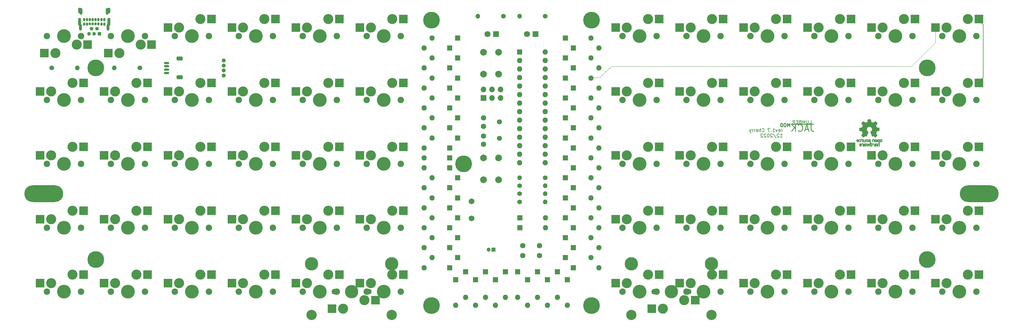
<source format=gbs>
G04 #@! TF.GenerationSoftware,KiCad,Pcbnew,(6.0.0)*
G04 #@! TF.CreationDate,2022-12-30T20:57:32+07:00*
G04 #@! TF.ProjectId,lumberjack,6c756d62-6572-46a6-9163-6b2e6b696361,1.6*
G04 #@! TF.SameCoordinates,Original*
G04 #@! TF.FileFunction,Soldermask,Bot*
G04 #@! TF.FilePolarity,Negative*
%FSLAX46Y46*%
G04 Gerber Fmt 4.6, Leading zero omitted, Abs format (unit mm)*
G04 Created by KiCad (PCBNEW (6.0.0)) date 2022-12-30 20:57:32*
%MOMM*%
%LPD*%
G01*
G04 APERTURE LIST*
G04 Aperture macros list*
%AMRoundRect*
0 Rectangle with rounded corners*
0 $1 Rounding radius*
0 $2 $3 $4 $5 $6 $7 $8 $9 X,Y pos of 4 corners*
0 Add a 4 corners polygon primitive as box body*
4,1,4,$2,$3,$4,$5,$6,$7,$8,$9,$2,$3,0*
0 Add four circle primitives for the rounded corners*
1,1,$1+$1,$2,$3*
1,1,$1+$1,$4,$5*
1,1,$1+$1,$6,$7*
1,1,$1+$1,$8,$9*
0 Add four rect primitives between the rounded corners*
20,1,$1+$1,$2,$3,$4,$5,0*
20,1,$1+$1,$4,$5,$6,$7,0*
20,1,$1+$1,$6,$7,$8,$9,0*
20,1,$1+$1,$8,$9,$2,$3,0*%
G04 Aperture macros list end*
%ADD10C,0.150000*%
%ADD11C,0.100000*%
%ADD12C,0.250000*%
%ADD13C,0.200000*%
%ADD14C,0.010000*%
%ADD15C,1.600000*%
%ADD16R,1.800000X1.800000*%
%ADD17C,1.800000*%
%ADD18R,1.600000X1.600000*%
%ADD19O,1.600000X1.600000*%
%ADD20C,1.710000*%
%ADD21R,1.200000X1.200000*%
%ADD22C,1.200000*%
%ADD23C,2.000000*%
%ADD24C,5.000000*%
%ADD25O,11.600000X5.000000*%
%ADD26C,3.000000*%
%ADD27C,3.048000*%
%ADD28C,1.750000*%
%ADD29C,3.987800*%
%ADD30C,0.600000*%
%ADD31R,2.550000X2.500000*%
%ADD32R,1.700000X1.700000*%
%ADD33O,1.700000X1.700000*%
%ADD34C,1.400000*%
%ADD35O,1.400000X1.400000*%
%ADD36C,1.500000*%
%ADD37C,4.100000*%
%ADD38C,1.900000*%
%ADD39O,0.700000X0.900000*%
%ADD40O,1.100000X1.100000*%
%ADD41O,0.700000X1.000000*%
%ADD42C,1.100000*%
%ADD43R,1.100000X1.100000*%
%ADD44O,0.900000X2.400000*%
%ADD45O,0.850000X2.000000*%
%ADD46O,0.900000X1.700000*%
%ADD47RoundRect,0.150000X-0.625000X0.150000X-0.625000X-0.150000X0.625000X-0.150000X0.625000X0.150000X0*%
%ADD48RoundRect,0.249999X-0.650001X0.350001X-0.650001X-0.350001X0.650001X-0.350001X0.650001X0.350001X0*%
%ADD49C,1.244600*%
G04 APERTURE END LIST*
D10*
X321310000Y-55626000D02*
X322580000Y-56896000D01*
D11*
X301244000Y-69342000D02*
X211836000Y-69342000D01*
X208534000Y-72390000D02*
X208534000Y-72644000D01*
X308356000Y-58166000D02*
X308356000Y-62230000D01*
D10*
X322580000Y-72644000D02*
X321564000Y-73660000D01*
D11*
X208534000Y-72644000D02*
X206248000Y-72644000D01*
X211836000Y-69342000D02*
X208534000Y-72390000D01*
D10*
X322580000Y-56896000D02*
X322580000Y-72644000D01*
D11*
X308356000Y-62230000D02*
X301244000Y-69342000D01*
D12*
X264929942Y-87238640D02*
X264929942Y-86238640D01*
X264596609Y-86952926D01*
X264263276Y-86238640D01*
X264263276Y-87238640D01*
X263596609Y-86238640D02*
X263406133Y-86238640D01*
X263310895Y-86286260D01*
X263215657Y-86381498D01*
X263168038Y-86571974D01*
X263168038Y-86905307D01*
X263215657Y-87095783D01*
X263310895Y-87191021D01*
X263406133Y-87238640D01*
X263596609Y-87238640D01*
X263691847Y-87191021D01*
X263787085Y-87095783D01*
X263834704Y-86905307D01*
X263834704Y-86571974D01*
X263787085Y-86381498D01*
X263691847Y-86286260D01*
X263596609Y-86238640D01*
X262739466Y-87238640D02*
X262739466Y-86238640D01*
X262501371Y-86238640D01*
X262358514Y-86286260D01*
X262263276Y-86381498D01*
X262215657Y-86476736D01*
X262168038Y-86667212D01*
X262168038Y-86810069D01*
X262215657Y-87000545D01*
X262263276Y-87095783D01*
X262358514Y-87191021D01*
X262501371Y-87238640D01*
X262739466Y-87238640D01*
D13*
X262671504Y-88803240D02*
X262671504Y-88136574D01*
X262671504Y-88327050D02*
X262623885Y-88231812D01*
X262576266Y-88184193D01*
X262481028Y-88136574D01*
X262385790Y-88136574D01*
X261671504Y-88755621D02*
X261766742Y-88803240D01*
X261957219Y-88803240D01*
X262052457Y-88755621D01*
X262100076Y-88660383D01*
X262100076Y-88279431D01*
X262052457Y-88184193D01*
X261957219Y-88136574D01*
X261766742Y-88136574D01*
X261671504Y-88184193D01*
X261623885Y-88279431D01*
X261623885Y-88374669D01*
X262100076Y-88469907D01*
X261290552Y-88136574D02*
X261052457Y-88803240D01*
X260814361Y-88136574D01*
X259909600Y-88803240D02*
X260481028Y-88803240D01*
X260195314Y-88803240D02*
X260195314Y-87803240D01*
X260290552Y-87946098D01*
X260385790Y-88041336D01*
X260481028Y-88088955D01*
X259481028Y-88708002D02*
X259433409Y-88755621D01*
X259481028Y-88803240D01*
X259528647Y-88755621D01*
X259481028Y-88708002D01*
X259481028Y-88803240D01*
X259100076Y-87803240D02*
X258433409Y-87803240D01*
X258861980Y-88803240D01*
X256719123Y-88708002D02*
X256766742Y-88755621D01*
X256909600Y-88803240D01*
X257004838Y-88803240D01*
X257147695Y-88755621D01*
X257242933Y-88660383D01*
X257290552Y-88565145D01*
X257338171Y-88374669D01*
X257338171Y-88231812D01*
X257290552Y-88041336D01*
X257242933Y-87946098D01*
X257147695Y-87850860D01*
X257004838Y-87803240D01*
X256909600Y-87803240D01*
X256766742Y-87850860D01*
X256719123Y-87898479D01*
X256290552Y-88803240D02*
X256290552Y-87803240D01*
X255861980Y-88803240D02*
X255861980Y-88279431D01*
X255909600Y-88184193D01*
X256004838Y-88136574D01*
X256147695Y-88136574D01*
X256242933Y-88184193D01*
X256290552Y-88231812D01*
X255004838Y-88755621D02*
X255100076Y-88803240D01*
X255290552Y-88803240D01*
X255385790Y-88755621D01*
X255433409Y-88660383D01*
X255433409Y-88279431D01*
X255385790Y-88184193D01*
X255290552Y-88136574D01*
X255100076Y-88136574D01*
X255004838Y-88184193D01*
X254957219Y-88279431D01*
X254957219Y-88374669D01*
X255433409Y-88469907D01*
X254528647Y-88803240D02*
X254528647Y-88136574D01*
X254528647Y-88327050D02*
X254481028Y-88231812D01*
X254433409Y-88184193D01*
X254338171Y-88136574D01*
X254242933Y-88136574D01*
X253909600Y-88803240D02*
X253909600Y-88136574D01*
X253909600Y-88327050D02*
X253861980Y-88231812D01*
X253814361Y-88184193D01*
X253719123Y-88136574D01*
X253623885Y-88136574D01*
X253385790Y-88136574D02*
X253147695Y-88803240D01*
X252909600Y-88136574D02*
X253147695Y-88803240D01*
X253242933Y-89041336D01*
X253290552Y-89088955D01*
X253385790Y-89136574D01*
X262147695Y-90413240D02*
X262719123Y-90413240D01*
X262433409Y-90413240D02*
X262433409Y-89413240D01*
X262528647Y-89556098D01*
X262623885Y-89651336D01*
X262719123Y-89698955D01*
X261766742Y-89508479D02*
X261719123Y-89460860D01*
X261623885Y-89413240D01*
X261385790Y-89413240D01*
X261290552Y-89460860D01*
X261242933Y-89508479D01*
X261195314Y-89603717D01*
X261195314Y-89698955D01*
X261242933Y-89841812D01*
X261814361Y-90413240D01*
X261195314Y-90413240D01*
X260052457Y-89365621D02*
X260909600Y-90651336D01*
X259766742Y-89508479D02*
X259719123Y-89460860D01*
X259623885Y-89413240D01*
X259385790Y-89413240D01*
X259290552Y-89460860D01*
X259242933Y-89508479D01*
X259195314Y-89603717D01*
X259195314Y-89698955D01*
X259242933Y-89841812D01*
X259814361Y-90413240D01*
X259195314Y-90413240D01*
X258576266Y-89413240D02*
X258481028Y-89413240D01*
X258385790Y-89460860D01*
X258338171Y-89508479D01*
X258290552Y-89603717D01*
X258242933Y-89794193D01*
X258242933Y-90032288D01*
X258290552Y-90222764D01*
X258338171Y-90318002D01*
X258385790Y-90365621D01*
X258481028Y-90413240D01*
X258576266Y-90413240D01*
X258671504Y-90365621D01*
X258719123Y-90318002D01*
X258766742Y-90222764D01*
X258814361Y-90032288D01*
X258814361Y-89794193D01*
X258766742Y-89603717D01*
X258719123Y-89508479D01*
X258671504Y-89460860D01*
X258576266Y-89413240D01*
X257861980Y-89508479D02*
X257814361Y-89460860D01*
X257719123Y-89413240D01*
X257481028Y-89413240D01*
X257385790Y-89460860D01*
X257338171Y-89508479D01*
X257290552Y-89603717D01*
X257290552Y-89698955D01*
X257338171Y-89841812D01*
X257909600Y-90413240D01*
X257290552Y-90413240D01*
X256909600Y-89508479D02*
X256861980Y-89460860D01*
X256766742Y-89413240D01*
X256528647Y-89413240D01*
X256433409Y-89460860D01*
X256385790Y-89508479D01*
X256338171Y-89603717D01*
X256338171Y-89698955D01*
X256385790Y-89841812D01*
X256957219Y-90413240D01*
X256338171Y-90413240D01*
D10*
X270891695Y-86359240D02*
X271367885Y-86359240D01*
X271367885Y-85359240D01*
X270558361Y-85359240D02*
X270558361Y-86168764D01*
X270510742Y-86264002D01*
X270463123Y-86311621D01*
X270367885Y-86359240D01*
X270177409Y-86359240D01*
X270082171Y-86311621D01*
X270034552Y-86264002D01*
X269986933Y-86168764D01*
X269986933Y-85359240D01*
X269510742Y-86359240D02*
X269510742Y-85359240D01*
X269177409Y-86073526D01*
X268844076Y-85359240D01*
X268844076Y-86359240D01*
X268034552Y-85835431D02*
X267891695Y-85883050D01*
X267844076Y-85930669D01*
X267796457Y-86025907D01*
X267796457Y-86168764D01*
X267844076Y-86264002D01*
X267891695Y-86311621D01*
X267986933Y-86359240D01*
X268367885Y-86359240D01*
X268367885Y-85359240D01*
X268034552Y-85359240D01*
X267939314Y-85406860D01*
X267891695Y-85454479D01*
X267844076Y-85549717D01*
X267844076Y-85644955D01*
X267891695Y-85740193D01*
X267939314Y-85787812D01*
X268034552Y-85835431D01*
X268367885Y-85835431D01*
X267367885Y-85835431D02*
X267034552Y-85835431D01*
X266891695Y-86359240D02*
X267367885Y-86359240D01*
X267367885Y-85359240D01*
X266891695Y-85359240D01*
X265891695Y-86359240D02*
X266225028Y-85883050D01*
X266463123Y-86359240D02*
X266463123Y-85359240D01*
X266082171Y-85359240D01*
X265986933Y-85406860D01*
X265939314Y-85454479D01*
X265891695Y-85549717D01*
X265891695Y-85692574D01*
X265939314Y-85787812D01*
X265986933Y-85835431D01*
X266082171Y-85883050D01*
X266463123Y-85883050D01*
D12*
X271315028Y-86611621D02*
X271315028Y-88040193D01*
X271410266Y-88325907D01*
X271600742Y-88516383D01*
X271886457Y-88611621D01*
X272076933Y-88611621D01*
X270457885Y-88040193D02*
X269505504Y-88040193D01*
X270648361Y-88611621D02*
X269981695Y-86611621D01*
X269315028Y-88611621D01*
X267505504Y-88421145D02*
X267600742Y-88516383D01*
X267886457Y-88611621D01*
X268076933Y-88611621D01*
X268362647Y-88516383D01*
X268553123Y-88325907D01*
X268648361Y-88135431D01*
X268743600Y-87754479D01*
X268743600Y-87468764D01*
X268648361Y-87087812D01*
X268553123Y-86897336D01*
X268362647Y-86706860D01*
X268076933Y-86611621D01*
X267886457Y-86611621D01*
X267600742Y-86706860D01*
X267505504Y-86802098D01*
X266648361Y-88611621D02*
X266648361Y-86611621D01*
X265505504Y-88611621D02*
X266362647Y-87468764D01*
X265505504Y-86611621D02*
X266648361Y-87754479D01*
D14*
X289670043Y-91024486D02*
X289628454Y-91044350D01*
X289628454Y-91044350D02*
X289588175Y-91073044D01*
X289588175Y-91073044D02*
X289557490Y-91106069D01*
X289557490Y-91106069D02*
X289535139Y-91148191D01*
X289535139Y-91148191D02*
X289519864Y-91204175D01*
X289519864Y-91204175D02*
X289510408Y-91278788D01*
X289510408Y-91278788D02*
X289505513Y-91376795D01*
X289505513Y-91376795D02*
X289503919Y-91502962D01*
X289503919Y-91502962D02*
X289503894Y-91516174D01*
X289503894Y-91516174D02*
X289503527Y-91812786D01*
X289503527Y-91812786D02*
X289687343Y-91812786D01*
X289687343Y-91812786D02*
X289687343Y-91539341D01*
X289687343Y-91539341D02*
X289687473Y-91438037D01*
X289687473Y-91438037D02*
X289688379Y-91364613D01*
X289688379Y-91364613D02*
X289690827Y-91313531D01*
X289690827Y-91313531D02*
X289695586Y-91279250D01*
X289695586Y-91279250D02*
X289703426Y-91256231D01*
X289703426Y-91256231D02*
X289715115Y-91238933D01*
X289715115Y-91238933D02*
X289731398Y-91221841D01*
X289731398Y-91221841D02*
X289788366Y-91185117D01*
X289788366Y-91185117D02*
X289850555Y-91178302D01*
X289850555Y-91178302D02*
X289909801Y-91201521D01*
X289909801Y-91201521D02*
X289930405Y-91218803D01*
X289930405Y-91218803D02*
X289945530Y-91235051D01*
X289945530Y-91235051D02*
X289956390Y-91252451D01*
X289956390Y-91252451D02*
X289963690Y-91276472D01*
X289963690Y-91276472D02*
X289968137Y-91312582D01*
X289968137Y-91312582D02*
X289970436Y-91366248D01*
X289970436Y-91366248D02*
X289971296Y-91442940D01*
X289971296Y-91442940D02*
X289971422Y-91536303D01*
X289971422Y-91536303D02*
X289971422Y-91812786D01*
X289971422Y-91812786D02*
X290155237Y-91812786D01*
X290155237Y-91812786D02*
X290155237Y-91010681D01*
X290155237Y-91010681D02*
X290063329Y-91010681D01*
X290063329Y-91010681D02*
X290008149Y-91012863D01*
X290008149Y-91012863D02*
X289979680Y-91020611D01*
X289979680Y-91020611D02*
X289971425Y-91035728D01*
X289971425Y-91035728D02*
X289971422Y-91036176D01*
X289971422Y-91036176D02*
X289967592Y-91050980D01*
X289967592Y-91050980D02*
X289950699Y-91049300D01*
X289950699Y-91049300D02*
X289917112Y-91033033D01*
X289917112Y-91033033D02*
X289840937Y-91009100D01*
X289840937Y-91009100D02*
X289753800Y-91006438D01*
X289753800Y-91006438D02*
X289670043Y-91024486D01*
X289670043Y-91024486D02*
X289670043Y-91024486D01*
G36*
X289840937Y-91009100D02*
G01*
X289917112Y-91033033D01*
X289950699Y-91049300D01*
X289967592Y-91050980D01*
X289971422Y-91036176D01*
X289971425Y-91035728D01*
X289979680Y-91020611D01*
X290008149Y-91012863D01*
X290063329Y-91010681D01*
X290155237Y-91010681D01*
X290155237Y-91812786D01*
X289971422Y-91812786D01*
X289971422Y-91536303D01*
X289971296Y-91442940D01*
X289970436Y-91366248D01*
X289968137Y-91312582D01*
X289963690Y-91276472D01*
X289956390Y-91252451D01*
X289945530Y-91235051D01*
X289930405Y-91218803D01*
X289909801Y-91201521D01*
X289850555Y-91178302D01*
X289788366Y-91185117D01*
X289731398Y-91221841D01*
X289715115Y-91238933D01*
X289703426Y-91256231D01*
X289695586Y-91279250D01*
X289690827Y-91313531D01*
X289688379Y-91364613D01*
X289687473Y-91438037D01*
X289687343Y-91539341D01*
X289687343Y-91812786D01*
X289503527Y-91812786D01*
X289503894Y-91516174D01*
X289503919Y-91502962D01*
X289505513Y-91376795D01*
X289510408Y-91278788D01*
X289519864Y-91204175D01*
X289535139Y-91148191D01*
X289557490Y-91106069D01*
X289588175Y-91073044D01*
X289628454Y-91044350D01*
X289670043Y-91024486D01*
X289753800Y-91006438D01*
X289840937Y-91009100D01*
G37*
X289840937Y-91009100D02*
X289917112Y-91033033D01*
X289950699Y-91049300D01*
X289967592Y-91050980D01*
X289971422Y-91036176D01*
X289971425Y-91035728D01*
X289979680Y-91020611D01*
X290008149Y-91012863D01*
X290063329Y-91010681D01*
X290155237Y-91010681D01*
X290155237Y-91812786D01*
X289971422Y-91812786D01*
X289971422Y-91536303D01*
X289971296Y-91442940D01*
X289970436Y-91366248D01*
X289968137Y-91312582D01*
X289963690Y-91276472D01*
X289956390Y-91252451D01*
X289945530Y-91235051D01*
X289930405Y-91218803D01*
X289909801Y-91201521D01*
X289850555Y-91178302D01*
X289788366Y-91185117D01*
X289731398Y-91221841D01*
X289715115Y-91238933D01*
X289703426Y-91256231D01*
X289695586Y-91279250D01*
X289690827Y-91313531D01*
X289688379Y-91364613D01*
X289687473Y-91438037D01*
X289687343Y-91539341D01*
X289687343Y-91812786D01*
X289503527Y-91812786D01*
X289503894Y-91516174D01*
X289503919Y-91502962D01*
X289505513Y-91376795D01*
X289510408Y-91278788D01*
X289519864Y-91204175D01*
X289535139Y-91148191D01*
X289557490Y-91106069D01*
X289588175Y-91073044D01*
X289628454Y-91044350D01*
X289670043Y-91024486D01*
X289753800Y-91006438D01*
X289840937Y-91009100D01*
X285721424Y-91017679D02*
X285624605Y-91058809D01*
X285624605Y-91058809D02*
X285594110Y-91078831D01*
X285594110Y-91078831D02*
X285555135Y-91109600D01*
X285555135Y-91109600D02*
X285530669Y-91133793D01*
X285530669Y-91133793D02*
X285526422Y-91141673D01*
X285526422Y-91141673D02*
X285538416Y-91159159D01*
X285538416Y-91159159D02*
X285569113Y-91188830D01*
X285569113Y-91188830D02*
X285593688Y-91209539D01*
X285593688Y-91209539D02*
X285660954Y-91263596D01*
X285660954Y-91263596D02*
X285714070Y-91218902D01*
X285714070Y-91218902D02*
X285755116Y-91190049D01*
X285755116Y-91190049D02*
X285795137Y-91180089D01*
X285795137Y-91180089D02*
X285840941Y-91182521D01*
X285840941Y-91182521D02*
X285913676Y-91200605D01*
X285913676Y-91200605D02*
X285963744Y-91238141D01*
X285963744Y-91238141D02*
X285994171Y-91298822D01*
X285994171Y-91298822D02*
X286007983Y-91386341D01*
X286007983Y-91386341D02*
X286007987Y-91386396D01*
X286007987Y-91386396D02*
X286006792Y-91484218D01*
X286006792Y-91484218D02*
X285988228Y-91555990D01*
X285988228Y-91555990D02*
X285951196Y-91604855D01*
X285951196Y-91604855D02*
X285925950Y-91621403D01*
X285925950Y-91621403D02*
X285858903Y-91642009D01*
X285858903Y-91642009D02*
X285787291Y-91642022D01*
X285787291Y-91642022D02*
X285724985Y-91622028D01*
X285724985Y-91622028D02*
X285710237Y-91612260D01*
X285710237Y-91612260D02*
X285673250Y-91587307D01*
X285673250Y-91587307D02*
X285644332Y-91583218D01*
X285644332Y-91583218D02*
X285613144Y-91601790D01*
X285613144Y-91601790D02*
X285578664Y-91635147D01*
X285578664Y-91635147D02*
X285524088Y-91691456D01*
X285524088Y-91691456D02*
X285584682Y-91741402D01*
X285584682Y-91741402D02*
X285678302Y-91797773D01*
X285678302Y-91797773D02*
X285783875Y-91825553D01*
X285783875Y-91825553D02*
X285894202Y-91823542D01*
X285894202Y-91823542D02*
X285966657Y-91805122D01*
X285966657Y-91805122D02*
X286051344Y-91759570D01*
X286051344Y-91759570D02*
X286119073Y-91687910D01*
X286119073Y-91687910D02*
X286149843Y-91637326D01*
X286149843Y-91637326D02*
X286174764Y-91564748D01*
X286174764Y-91564748D02*
X286187234Y-91472829D01*
X286187234Y-91472829D02*
X286187330Y-91373208D01*
X286187330Y-91373208D02*
X286175130Y-91277527D01*
X286175130Y-91277527D02*
X286150710Y-91197429D01*
X286150710Y-91197429D02*
X286146864Y-91189216D01*
X286146864Y-91189216D02*
X286089907Y-91108673D01*
X286089907Y-91108673D02*
X286012791Y-91050031D01*
X286012791Y-91050031D02*
X285921610Y-91014507D01*
X285921610Y-91014507D02*
X285822457Y-91003317D01*
X285822457Y-91003317D02*
X285721424Y-91017679D01*
X285721424Y-91017679D02*
X285721424Y-91017679D01*
G36*
X285921610Y-91014507D02*
G01*
X286012791Y-91050031D01*
X286089907Y-91108673D01*
X286146864Y-91189216D01*
X286150710Y-91197429D01*
X286175130Y-91277527D01*
X286187330Y-91373208D01*
X286187234Y-91472829D01*
X286174764Y-91564748D01*
X286149843Y-91637326D01*
X286119073Y-91687910D01*
X286051344Y-91759570D01*
X285966657Y-91805122D01*
X285894202Y-91823542D01*
X285783875Y-91825553D01*
X285678302Y-91797773D01*
X285584682Y-91741402D01*
X285524088Y-91691456D01*
X285578664Y-91635147D01*
X285613144Y-91601790D01*
X285644332Y-91583218D01*
X285673250Y-91587307D01*
X285710237Y-91612260D01*
X285724985Y-91622028D01*
X285787291Y-91642022D01*
X285858903Y-91642009D01*
X285925950Y-91621403D01*
X285951196Y-91604855D01*
X285988228Y-91555990D01*
X286006792Y-91484218D01*
X286007987Y-91386396D01*
X286007983Y-91386341D01*
X285994171Y-91298822D01*
X285963744Y-91238141D01*
X285913676Y-91200605D01*
X285840941Y-91182521D01*
X285795137Y-91180089D01*
X285755116Y-91190049D01*
X285714070Y-91218902D01*
X285660954Y-91263596D01*
X285593688Y-91209539D01*
X285569113Y-91188830D01*
X285538416Y-91159159D01*
X285526422Y-91141673D01*
X285530669Y-91133793D01*
X285555135Y-91109600D01*
X285594110Y-91078831D01*
X285624605Y-91058809D01*
X285721424Y-91017679D01*
X285822457Y-91003317D01*
X285921610Y-91014507D01*
G37*
X285921610Y-91014507D02*
X286012791Y-91050031D01*
X286089907Y-91108673D01*
X286146864Y-91189216D01*
X286150710Y-91197429D01*
X286175130Y-91277527D01*
X286187330Y-91373208D01*
X286187234Y-91472829D01*
X286174764Y-91564748D01*
X286149843Y-91637326D01*
X286119073Y-91687910D01*
X286051344Y-91759570D01*
X285966657Y-91805122D01*
X285894202Y-91823542D01*
X285783875Y-91825553D01*
X285678302Y-91797773D01*
X285584682Y-91741402D01*
X285524088Y-91691456D01*
X285578664Y-91635147D01*
X285613144Y-91601790D01*
X285644332Y-91583218D01*
X285673250Y-91587307D01*
X285710237Y-91612260D01*
X285724985Y-91622028D01*
X285787291Y-91642022D01*
X285858903Y-91642009D01*
X285925950Y-91621403D01*
X285951196Y-91604855D01*
X285988228Y-91555990D01*
X286006792Y-91484218D01*
X286007987Y-91386396D01*
X286007983Y-91386341D01*
X285994171Y-91298822D01*
X285963744Y-91238141D01*
X285913676Y-91200605D01*
X285840941Y-91182521D01*
X285795137Y-91180089D01*
X285755116Y-91190049D01*
X285714070Y-91218902D01*
X285660954Y-91263596D01*
X285593688Y-91209539D01*
X285569113Y-91188830D01*
X285538416Y-91159159D01*
X285526422Y-91141673D01*
X285530669Y-91133793D01*
X285555135Y-91109600D01*
X285594110Y-91078831D01*
X285624605Y-91058809D01*
X285721424Y-91017679D01*
X285822457Y-91003317D01*
X285921610Y-91014507D01*
X286276612Y-91009905D02*
X286219135Y-91027466D01*
X286219135Y-91027466D02*
X286182128Y-91049655D01*
X286182128Y-91049655D02*
X286170073Y-91067202D01*
X286170073Y-91067202D02*
X286173391Y-91088002D01*
X286173391Y-91088002D02*
X286194921Y-91120679D01*
X286194921Y-91120679D02*
X286213126Y-91143822D01*
X286213126Y-91143822D02*
X286250656Y-91185662D01*
X286250656Y-91185662D02*
X286278852Y-91203265D01*
X286278852Y-91203265D02*
X286302889Y-91202116D01*
X286302889Y-91202116D02*
X286374192Y-91183970D01*
X286374192Y-91183970D02*
X286426558Y-91184794D01*
X286426558Y-91184794D02*
X286469082Y-91205358D01*
X286469082Y-91205358D02*
X286483358Y-91217394D01*
X286483358Y-91217394D02*
X286529053Y-91259743D01*
X286529053Y-91259743D02*
X286529053Y-91812786D01*
X286529053Y-91812786D02*
X286712869Y-91812786D01*
X286712869Y-91812786D02*
X286712869Y-91010681D01*
X286712869Y-91010681D02*
X286620961Y-91010681D01*
X286620961Y-91010681D02*
X286565781Y-91012863D01*
X286565781Y-91012863D02*
X286537312Y-91020611D01*
X286537312Y-91020611D02*
X286529057Y-91035728D01*
X286529057Y-91035728D02*
X286529053Y-91036176D01*
X286529053Y-91036176D02*
X286525155Y-91052009D01*
X286525155Y-91052009D02*
X286507526Y-91049944D01*
X286507526Y-91049944D02*
X286483099Y-91038521D01*
X286483099Y-91038521D02*
X286432650Y-91017265D01*
X286432650Y-91017265D02*
X286391684Y-91004476D01*
X286391684Y-91004476D02*
X286338972Y-91001198D01*
X286338972Y-91001198D02*
X286276612Y-91009905D01*
X286276612Y-91009905D02*
X286276612Y-91009905D01*
G36*
X286391684Y-91004476D02*
G01*
X286432650Y-91017265D01*
X286483099Y-91038521D01*
X286507526Y-91049944D01*
X286525155Y-91052009D01*
X286529053Y-91036176D01*
X286529057Y-91035728D01*
X286537312Y-91020611D01*
X286565781Y-91012863D01*
X286620961Y-91010681D01*
X286712869Y-91010681D01*
X286712869Y-91812786D01*
X286529053Y-91812786D01*
X286529053Y-91259743D01*
X286483358Y-91217394D01*
X286469082Y-91205358D01*
X286426558Y-91184794D01*
X286374192Y-91183970D01*
X286302889Y-91202116D01*
X286278852Y-91203265D01*
X286250656Y-91185662D01*
X286213126Y-91143822D01*
X286194921Y-91120679D01*
X286173391Y-91088002D01*
X286170073Y-91067202D01*
X286182128Y-91049655D01*
X286219135Y-91027466D01*
X286276612Y-91009905D01*
X286338972Y-91001198D01*
X286391684Y-91004476D01*
G37*
X286391684Y-91004476D02*
X286432650Y-91017265D01*
X286483099Y-91038521D01*
X286507526Y-91049944D01*
X286525155Y-91052009D01*
X286529053Y-91036176D01*
X286529057Y-91035728D01*
X286537312Y-91020611D01*
X286565781Y-91012863D01*
X286620961Y-91010681D01*
X286712869Y-91010681D01*
X286712869Y-91812786D01*
X286529053Y-91812786D01*
X286529053Y-91259743D01*
X286483358Y-91217394D01*
X286469082Y-91205358D01*
X286426558Y-91184794D01*
X286374192Y-91183970D01*
X286302889Y-91202116D01*
X286278852Y-91203265D01*
X286250656Y-91185662D01*
X286213126Y-91143822D01*
X286194921Y-91120679D01*
X286173391Y-91088002D01*
X286170073Y-91067202D01*
X286182128Y-91049655D01*
X286219135Y-91027466D01*
X286276612Y-91009905D01*
X286338972Y-91001198D01*
X286391684Y-91004476D01*
X286494833Y-92263707D02*
X286430592Y-92276372D01*
X286430592Y-92276372D02*
X286394020Y-92295124D01*
X286394020Y-92295124D02*
X286355547Y-92326277D01*
X286355547Y-92326277D02*
X286410283Y-92395387D01*
X286410283Y-92395387D02*
X286444031Y-92437239D01*
X286444031Y-92437239D02*
X286466947Y-92457658D01*
X286466947Y-92457658D02*
X286489721Y-92460777D01*
X286489721Y-92460777D02*
X286523044Y-92450732D01*
X286523044Y-92450732D02*
X286538686Y-92445049D01*
X286538686Y-92445049D02*
X286602458Y-92436664D01*
X286602458Y-92436664D02*
X286660860Y-92454638D01*
X286660860Y-92454638D02*
X286703736Y-92495242D01*
X286703736Y-92495242D02*
X286710701Y-92508189D01*
X286710701Y-92508189D02*
X286718287Y-92542484D01*
X286718287Y-92542484D02*
X286724141Y-92605687D01*
X286724141Y-92605687D02*
X286727989Y-92693320D01*
X286727989Y-92693320D02*
X286729557Y-92800900D01*
X286729557Y-92800900D02*
X286729579Y-92816204D01*
X286729579Y-92816204D02*
X286729579Y-93082786D01*
X286729579Y-93082786D02*
X286913395Y-93082786D01*
X286913395Y-93082786D02*
X286913395Y-92263970D01*
X286913395Y-92263970D02*
X286821487Y-92263970D01*
X286821487Y-92263970D02*
X286768493Y-92265354D01*
X286768493Y-92265354D02*
X286740885Y-92271512D01*
X286740885Y-92271512D02*
X286730676Y-92285454D01*
X286730676Y-92285454D02*
X286729579Y-92298604D01*
X286729579Y-92298604D02*
X286729579Y-92333238D01*
X286729579Y-92333238D02*
X286685550Y-92298604D01*
X286685550Y-92298604D02*
X286635063Y-92274976D01*
X286635063Y-92274976D02*
X286567240Y-92263293D01*
X286567240Y-92263293D02*
X286494833Y-92263707D01*
X286494833Y-92263707D02*
X286494833Y-92263707D01*
G36*
X286635063Y-92274976D02*
G01*
X286685550Y-92298604D01*
X286729579Y-92333238D01*
X286729579Y-92298604D01*
X286730676Y-92285454D01*
X286740885Y-92271512D01*
X286768493Y-92265354D01*
X286821487Y-92263970D01*
X286913395Y-92263970D01*
X286913395Y-93082786D01*
X286729579Y-93082786D01*
X286729579Y-92816204D01*
X286729557Y-92800900D01*
X286727989Y-92693320D01*
X286724141Y-92605687D01*
X286718287Y-92542484D01*
X286710701Y-92508189D01*
X286703736Y-92495242D01*
X286660860Y-92454638D01*
X286602458Y-92436664D01*
X286538686Y-92445049D01*
X286523044Y-92450732D01*
X286489721Y-92460777D01*
X286466947Y-92457658D01*
X286444031Y-92437239D01*
X286410283Y-92395387D01*
X286355547Y-92326277D01*
X286394020Y-92295124D01*
X286430592Y-92276372D01*
X286494833Y-92263707D01*
X286567240Y-92263293D01*
X286635063Y-92274976D01*
G37*
X286635063Y-92274976D02*
X286685550Y-92298604D01*
X286729579Y-92333238D01*
X286729579Y-92298604D01*
X286730676Y-92285454D01*
X286740885Y-92271512D01*
X286768493Y-92265354D01*
X286821487Y-92263970D01*
X286913395Y-92263970D01*
X286913395Y-93082786D01*
X286729579Y-93082786D01*
X286729579Y-92816204D01*
X286729557Y-92800900D01*
X286727989Y-92693320D01*
X286724141Y-92605687D01*
X286718287Y-92542484D01*
X286710701Y-92508189D01*
X286703736Y-92495242D01*
X286660860Y-92454638D01*
X286602458Y-92436664D01*
X286538686Y-92445049D01*
X286523044Y-92450732D01*
X286489721Y-92460777D01*
X286466947Y-92457658D01*
X286444031Y-92437239D01*
X286410283Y-92395387D01*
X286355547Y-92326277D01*
X286394020Y-92295124D01*
X286430592Y-92276372D01*
X286494833Y-92263707D01*
X286567240Y-92263293D01*
X286635063Y-92274976D01*
X290470982Y-91029287D02*
X290454330Y-91037126D01*
X290454330Y-91037126D02*
X290396695Y-91079346D01*
X290396695Y-91079346D02*
X290342195Y-91140960D01*
X290342195Y-91140960D02*
X290301501Y-91208803D01*
X290301501Y-91208803D02*
X290289926Y-91239994D01*
X290289926Y-91239994D02*
X290279366Y-91295709D01*
X290279366Y-91295709D02*
X290273069Y-91363041D01*
X290273069Y-91363041D02*
X290272304Y-91390845D01*
X290272304Y-91390845D02*
X290272211Y-91478576D01*
X290272211Y-91478576D02*
X290777150Y-91478576D01*
X290777150Y-91478576D02*
X290766387Y-91524530D01*
X290766387Y-91524530D02*
X290739967Y-91578880D01*
X290739967Y-91578880D02*
X290693778Y-91625851D01*
X290693778Y-91625851D02*
X290638828Y-91656108D01*
X290638828Y-91656108D02*
X290603811Y-91662391D01*
X290603811Y-91662391D02*
X290556323Y-91654766D01*
X290556323Y-91654766D02*
X290499665Y-91635643D01*
X290499665Y-91635643D02*
X290480418Y-91626844D01*
X290480418Y-91626844D02*
X290409241Y-91591296D01*
X290409241Y-91591296D02*
X290348498Y-91637627D01*
X290348498Y-91637627D02*
X290313448Y-91668963D01*
X290313448Y-91668963D02*
X290294798Y-91694827D01*
X290294798Y-91694827D02*
X290293853Y-91702418D01*
X290293853Y-91702418D02*
X290310515Y-91720816D01*
X290310515Y-91720816D02*
X290347030Y-91748775D01*
X290347030Y-91748775D02*
X290380172Y-91770587D01*
X290380172Y-91770587D02*
X290469607Y-91809797D01*
X290469607Y-91809797D02*
X290569871Y-91827545D01*
X290569871Y-91827545D02*
X290669246Y-91822930D01*
X290669246Y-91822930D02*
X290748461Y-91798811D01*
X290748461Y-91798811D02*
X290830120Y-91747144D01*
X290830120Y-91747144D02*
X290888151Y-91679116D01*
X290888151Y-91679116D02*
X290924454Y-91591103D01*
X290924454Y-91591103D02*
X290940928Y-91479476D01*
X290940928Y-91479476D02*
X290942389Y-91428398D01*
X290942389Y-91428398D02*
X290936543Y-91311351D01*
X290936543Y-91311351D02*
X290935825Y-91307946D01*
X290935825Y-91307946D02*
X290768511Y-91307946D01*
X290768511Y-91307946D02*
X290763903Y-91318922D01*
X290763903Y-91318922D02*
X290744964Y-91324975D01*
X290744964Y-91324975D02*
X290705902Y-91327570D01*
X290705902Y-91327570D02*
X290640923Y-91328170D01*
X290640923Y-91328170D02*
X290615903Y-91328181D01*
X290615903Y-91328181D02*
X290539779Y-91327274D01*
X290539779Y-91327274D02*
X290491504Y-91323980D01*
X290491504Y-91323980D02*
X290465540Y-91317441D01*
X290465540Y-91317441D02*
X290456352Y-91306797D01*
X290456352Y-91306797D02*
X290456027Y-91303379D01*
X290456027Y-91303379D02*
X290466513Y-91276216D01*
X290466513Y-91276216D02*
X290492758Y-91238163D01*
X290492758Y-91238163D02*
X290504041Y-91224839D01*
X290504041Y-91224839D02*
X290545928Y-91187156D01*
X290545928Y-91187156D02*
X290589591Y-91172340D01*
X290589591Y-91172340D02*
X290613115Y-91171102D01*
X290613115Y-91171102D02*
X290676757Y-91186589D01*
X290676757Y-91186589D02*
X290730127Y-91228190D01*
X290730127Y-91228190D02*
X290763981Y-91288613D01*
X290763981Y-91288613D02*
X290764581Y-91290582D01*
X290764581Y-91290582D02*
X290768511Y-91307946D01*
X290768511Y-91307946D02*
X290935825Y-91307946D01*
X290935825Y-91307946D02*
X290917101Y-91219188D01*
X290917101Y-91219188D02*
X290882078Y-91145450D01*
X290882078Y-91145450D02*
X290839244Y-91093108D01*
X290839244Y-91093108D02*
X290760052Y-91036352D01*
X290760052Y-91036352D02*
X290666960Y-91006022D01*
X290666960Y-91006022D02*
X290567945Y-91003281D01*
X290567945Y-91003281D02*
X290470982Y-91029287D01*
X290470982Y-91029287D02*
X290470982Y-91029287D01*
G36*
X290942389Y-91428398D02*
G01*
X290940928Y-91479476D01*
X290924454Y-91591103D01*
X290888151Y-91679116D01*
X290830120Y-91747144D01*
X290748461Y-91798811D01*
X290669246Y-91822930D01*
X290569871Y-91827545D01*
X290469607Y-91809797D01*
X290380172Y-91770587D01*
X290347030Y-91748775D01*
X290310515Y-91720816D01*
X290293853Y-91702418D01*
X290294798Y-91694827D01*
X290313448Y-91668963D01*
X290348498Y-91637627D01*
X290409241Y-91591296D01*
X290480418Y-91626844D01*
X290499665Y-91635643D01*
X290556323Y-91654766D01*
X290603811Y-91662391D01*
X290638828Y-91656108D01*
X290693778Y-91625851D01*
X290739967Y-91578880D01*
X290766387Y-91524530D01*
X290777150Y-91478576D01*
X290272211Y-91478576D01*
X290272304Y-91390845D01*
X290273069Y-91363041D01*
X290278649Y-91303379D01*
X290456027Y-91303379D01*
X290456352Y-91306797D01*
X290465540Y-91317441D01*
X290491504Y-91323980D01*
X290539779Y-91327274D01*
X290615903Y-91328181D01*
X290640923Y-91328170D01*
X290705902Y-91327570D01*
X290744964Y-91324975D01*
X290763903Y-91318922D01*
X290768511Y-91307946D01*
X290764581Y-91290582D01*
X290763981Y-91288613D01*
X290730127Y-91228190D01*
X290676757Y-91186589D01*
X290613115Y-91171102D01*
X290589591Y-91172340D01*
X290545928Y-91187156D01*
X290504041Y-91224839D01*
X290492758Y-91238163D01*
X290466513Y-91276216D01*
X290456027Y-91303379D01*
X290278649Y-91303379D01*
X290279366Y-91295709D01*
X290289926Y-91239994D01*
X290301501Y-91208803D01*
X290342195Y-91140960D01*
X290396695Y-91079346D01*
X290454330Y-91037126D01*
X290470982Y-91029287D01*
X290567945Y-91003281D01*
X290666960Y-91006022D01*
X290760052Y-91036352D01*
X290839244Y-91093108D01*
X290882078Y-91145450D01*
X290917101Y-91219188D01*
X290935825Y-91307946D01*
X290936543Y-91311351D01*
X290942389Y-91428398D01*
G37*
X290942389Y-91428398D02*
X290940928Y-91479476D01*
X290924454Y-91591103D01*
X290888151Y-91679116D01*
X290830120Y-91747144D01*
X290748461Y-91798811D01*
X290669246Y-91822930D01*
X290569871Y-91827545D01*
X290469607Y-91809797D01*
X290380172Y-91770587D01*
X290347030Y-91748775D01*
X290310515Y-91720816D01*
X290293853Y-91702418D01*
X290294798Y-91694827D01*
X290313448Y-91668963D01*
X290348498Y-91637627D01*
X290409241Y-91591296D01*
X290480418Y-91626844D01*
X290499665Y-91635643D01*
X290556323Y-91654766D01*
X290603811Y-91662391D01*
X290638828Y-91656108D01*
X290693778Y-91625851D01*
X290739967Y-91578880D01*
X290766387Y-91524530D01*
X290777150Y-91478576D01*
X290272211Y-91478576D01*
X290272304Y-91390845D01*
X290273069Y-91363041D01*
X290278649Y-91303379D01*
X290456027Y-91303379D01*
X290456352Y-91306797D01*
X290465540Y-91317441D01*
X290491504Y-91323980D01*
X290539779Y-91327274D01*
X290615903Y-91328181D01*
X290640923Y-91328170D01*
X290705902Y-91327570D01*
X290744964Y-91324975D01*
X290763903Y-91318922D01*
X290768511Y-91307946D01*
X290764581Y-91290582D01*
X290763981Y-91288613D01*
X290730127Y-91228190D01*
X290676757Y-91186589D01*
X290613115Y-91171102D01*
X290589591Y-91172340D01*
X290545928Y-91187156D01*
X290504041Y-91224839D01*
X290492758Y-91238163D01*
X290466513Y-91276216D01*
X290456027Y-91303379D01*
X290278649Y-91303379D01*
X290279366Y-91295709D01*
X290289926Y-91239994D01*
X290301501Y-91208803D01*
X290342195Y-91140960D01*
X290396695Y-91079346D01*
X290454330Y-91037126D01*
X290470982Y-91029287D01*
X290567945Y-91003281D01*
X290666960Y-91006022D01*
X290760052Y-91036352D01*
X290839244Y-91093108D01*
X290882078Y-91145450D01*
X290917101Y-91219188D01*
X290935825Y-91307946D01*
X290936543Y-91311351D01*
X290942389Y-91428398D01*
X288293870Y-92267364D02*
X288227780Y-92272326D01*
X288227780Y-92272326D02*
X288141374Y-92531339D01*
X288141374Y-92531339D02*
X288054969Y-92790352D01*
X288054969Y-92790352D02*
X288027876Y-92698444D01*
X288027876Y-92698444D02*
X288011572Y-92641644D01*
X288011572Y-92641644D02*
X287990125Y-92564885D01*
X287990125Y-92564885D02*
X287966965Y-92480511D01*
X287966965Y-92480511D02*
X287954720Y-92435253D01*
X287954720Y-92435253D02*
X287908656Y-92263970D01*
X287908656Y-92263970D02*
X287718613Y-92263970D01*
X287718613Y-92263970D02*
X287775418Y-92443609D01*
X287775418Y-92443609D02*
X287803393Y-92531964D01*
X287803393Y-92531964D02*
X287837187Y-92638541D01*
X287837187Y-92638541D02*
X287872480Y-92749714D01*
X287872480Y-92749714D02*
X287903987Y-92848839D01*
X287903987Y-92848839D02*
X287975750Y-93074431D01*
X287975750Y-93074431D02*
X288130714Y-93084513D01*
X288130714Y-93084513D02*
X288172730Y-92945788D01*
X288172730Y-92945788D02*
X288198641Y-92859611D01*
X288198641Y-92859611D02*
X288226917Y-92764607D01*
X288226917Y-92764607D02*
X288251631Y-92680701D01*
X288251631Y-92680701D02*
X288252606Y-92677362D01*
X288252606Y-92677362D02*
X288271065Y-92620508D01*
X288271065Y-92620508D02*
X288287351Y-92581716D01*
X288287351Y-92581716D02*
X288298758Y-92567047D01*
X288298758Y-92567047D02*
X288301102Y-92568743D01*
X288301102Y-92568743D02*
X288309329Y-92591485D01*
X288309329Y-92591485D02*
X288324962Y-92640200D01*
X288324962Y-92640200D02*
X288346096Y-92708762D01*
X288346096Y-92708762D02*
X288370830Y-92791045D01*
X288370830Y-92791045D02*
X288384213Y-92836306D01*
X288384213Y-92836306D02*
X288456689Y-93082786D01*
X288456689Y-93082786D02*
X288610505Y-93082786D01*
X288610505Y-93082786D02*
X288733469Y-92694266D01*
X288733469Y-92694266D02*
X288768012Y-92585282D01*
X288768012Y-92585282D02*
X288799479Y-92486308D01*
X288799479Y-92486308D02*
X288826384Y-92401996D01*
X288826384Y-92401996D02*
X288847241Y-92336994D01*
X288847241Y-92336994D02*
X288860562Y-92295952D01*
X288860562Y-92295952D02*
X288864612Y-92283961D01*
X288864612Y-92283961D02*
X288861406Y-92271683D01*
X288861406Y-92271683D02*
X288836235Y-92266306D01*
X288836235Y-92266306D02*
X288783854Y-92266844D01*
X288783854Y-92266844D02*
X288775655Y-92267250D01*
X288775655Y-92267250D02*
X288678518Y-92272326D01*
X288678518Y-92272326D02*
X288614900Y-92506273D01*
X288614900Y-92506273D02*
X288591516Y-92591593D01*
X288591516Y-92591593D02*
X288570619Y-92666595D01*
X288570619Y-92666595D02*
X288554049Y-92724767D01*
X288554049Y-92724767D02*
X288543646Y-92759597D01*
X288543646Y-92759597D02*
X288541724Y-92765276D01*
X288541724Y-92765276D02*
X288533759Y-92758746D01*
X288533759Y-92758746D02*
X288517696Y-92724914D01*
X288517696Y-92724914D02*
X288495379Y-92668387D01*
X288495379Y-92668387D02*
X288468655Y-92593770D01*
X288468655Y-92593770D02*
X288446063Y-92526367D01*
X288446063Y-92526367D02*
X288359959Y-92262403D01*
X288359959Y-92262403D02*
X288293870Y-92267364D01*
X288293870Y-92267364D02*
X288293870Y-92267364D01*
G36*
X288446063Y-92526367D02*
G01*
X288468655Y-92593770D01*
X288495379Y-92668387D01*
X288517696Y-92724914D01*
X288533759Y-92758746D01*
X288541724Y-92765276D01*
X288543646Y-92759597D01*
X288554049Y-92724767D01*
X288570619Y-92666595D01*
X288591516Y-92591593D01*
X288614900Y-92506273D01*
X288678518Y-92272326D01*
X288775655Y-92267250D01*
X288783854Y-92266844D01*
X288836235Y-92266306D01*
X288861406Y-92271683D01*
X288864612Y-92283961D01*
X288860562Y-92295952D01*
X288847241Y-92336994D01*
X288826384Y-92401996D01*
X288799479Y-92486308D01*
X288768012Y-92585282D01*
X288733469Y-92694266D01*
X288610505Y-93082786D01*
X288456689Y-93082786D01*
X288384213Y-92836306D01*
X288370830Y-92791045D01*
X288346096Y-92708762D01*
X288324962Y-92640200D01*
X288309329Y-92591485D01*
X288301102Y-92568743D01*
X288298758Y-92567047D01*
X288287351Y-92581716D01*
X288271065Y-92620508D01*
X288252606Y-92677362D01*
X288251631Y-92680701D01*
X288226917Y-92764607D01*
X288198641Y-92859611D01*
X288172730Y-92945788D01*
X288130714Y-93084513D01*
X287975750Y-93074431D01*
X287903987Y-92848839D01*
X287872480Y-92749714D01*
X287837187Y-92638541D01*
X287803393Y-92531964D01*
X287775418Y-92443609D01*
X287718613Y-92263970D01*
X287908656Y-92263970D01*
X287954720Y-92435253D01*
X287966965Y-92480511D01*
X287990125Y-92564885D01*
X288011572Y-92641644D01*
X288027876Y-92698444D01*
X288054969Y-92790352D01*
X288141374Y-92531339D01*
X288227780Y-92272326D01*
X288293870Y-92267364D01*
X288359959Y-92262403D01*
X288446063Y-92526367D01*
G37*
X288446063Y-92526367D02*
X288468655Y-92593770D01*
X288495379Y-92668387D01*
X288517696Y-92724914D01*
X288533759Y-92758746D01*
X288541724Y-92765276D01*
X288543646Y-92759597D01*
X288554049Y-92724767D01*
X288570619Y-92666595D01*
X288591516Y-92591593D01*
X288614900Y-92506273D01*
X288678518Y-92272326D01*
X288775655Y-92267250D01*
X288783854Y-92266844D01*
X288836235Y-92266306D01*
X288861406Y-92271683D01*
X288864612Y-92283961D01*
X288860562Y-92295952D01*
X288847241Y-92336994D01*
X288826384Y-92401996D01*
X288799479Y-92486308D01*
X288768012Y-92585282D01*
X288733469Y-92694266D01*
X288610505Y-93082786D01*
X288456689Y-93082786D01*
X288384213Y-92836306D01*
X288370830Y-92791045D01*
X288346096Y-92708762D01*
X288324962Y-92640200D01*
X288309329Y-92591485D01*
X288301102Y-92568743D01*
X288298758Y-92567047D01*
X288287351Y-92581716D01*
X288271065Y-92620508D01*
X288252606Y-92677362D01*
X288251631Y-92680701D01*
X288226917Y-92764607D01*
X288198641Y-92859611D01*
X288172730Y-92945788D01*
X288130714Y-93084513D01*
X287975750Y-93074431D01*
X287903987Y-92848839D01*
X287872480Y-92749714D01*
X287837187Y-92638541D01*
X287803393Y-92531964D01*
X287775418Y-92443609D01*
X287718613Y-92263970D01*
X287908656Y-92263970D01*
X287954720Y-92435253D01*
X287966965Y-92480511D01*
X287990125Y-92564885D01*
X288011572Y-92641644D01*
X288027876Y-92698444D01*
X288054969Y-92790352D01*
X288141374Y-92531339D01*
X288227780Y-92272326D01*
X288293870Y-92267364D01*
X288359959Y-92262403D01*
X288446063Y-92526367D01*
X287347869Y-91270793D02*
X287346290Y-91393349D01*
X287346290Y-91393349D02*
X287340519Y-91486439D01*
X287340519Y-91486439D02*
X287329009Y-91553911D01*
X287329009Y-91553911D02*
X287310210Y-91599615D01*
X287310210Y-91599615D02*
X287282574Y-91627399D01*
X287282574Y-91627399D02*
X287244552Y-91641114D01*
X287244552Y-91641114D02*
X287197474Y-91644618D01*
X287197474Y-91644618D02*
X287148168Y-91640692D01*
X287148168Y-91640692D02*
X287110717Y-91626349D01*
X287110717Y-91626349D02*
X287083572Y-91597738D01*
X287083572Y-91597738D02*
X287065185Y-91551011D01*
X287065185Y-91551011D02*
X287054007Y-91482318D01*
X287054007Y-91482318D02*
X287048489Y-91387810D01*
X287048489Y-91387810D02*
X287047079Y-91270793D01*
X287047079Y-91270793D02*
X287047079Y-91010681D01*
X287047079Y-91010681D02*
X286863264Y-91010681D01*
X286863264Y-91010681D02*
X286863264Y-91812786D01*
X286863264Y-91812786D02*
X286955172Y-91812786D01*
X286955172Y-91812786D02*
X287010578Y-91810541D01*
X287010578Y-91810541D02*
X287039109Y-91802656D01*
X287039109Y-91802656D02*
X287047079Y-91787688D01*
X287047079Y-91787688D02*
X287051880Y-91774357D01*
X287051880Y-91774357D02*
X287070986Y-91777177D01*
X287070986Y-91777177D02*
X287109496Y-91796043D01*
X287109496Y-91796043D02*
X287197761Y-91825147D01*
X287197761Y-91825147D02*
X287291377Y-91823085D01*
X287291377Y-91823085D02*
X287381079Y-91791481D01*
X287381079Y-91791481D02*
X287423796Y-91766517D01*
X287423796Y-91766517D02*
X287456379Y-91739486D01*
X287456379Y-91739486D02*
X287480183Y-91705665D01*
X287480183Y-91705665D02*
X287496561Y-91660328D01*
X287496561Y-91660328D02*
X287506869Y-91598749D01*
X287506869Y-91598749D02*
X287512459Y-91516203D01*
X287512459Y-91516203D02*
X287514688Y-91407965D01*
X287514688Y-91407965D02*
X287514974Y-91324264D01*
X287514974Y-91324264D02*
X287514974Y-91010681D01*
X287514974Y-91010681D02*
X287347869Y-91010681D01*
X287347869Y-91010681D02*
X287347869Y-91270793D01*
X287347869Y-91270793D02*
X287347869Y-91270793D01*
G36*
X287047079Y-91270793D02*
G01*
X287048489Y-91387810D01*
X287054007Y-91482318D01*
X287065185Y-91551011D01*
X287083572Y-91597738D01*
X287110717Y-91626349D01*
X287148168Y-91640692D01*
X287197474Y-91644618D01*
X287244552Y-91641114D01*
X287282574Y-91627399D01*
X287310210Y-91599615D01*
X287329009Y-91553911D01*
X287340519Y-91486439D01*
X287346290Y-91393349D01*
X287347869Y-91270793D01*
X287347869Y-91010681D01*
X287514974Y-91010681D01*
X287514974Y-91324264D01*
X287514688Y-91407965D01*
X287512459Y-91516203D01*
X287506869Y-91598749D01*
X287496561Y-91660328D01*
X287480183Y-91705665D01*
X287456379Y-91739486D01*
X287423796Y-91766517D01*
X287381079Y-91791481D01*
X287291377Y-91823085D01*
X287197761Y-91825147D01*
X287109496Y-91796043D01*
X287070986Y-91777177D01*
X287051880Y-91774357D01*
X287047079Y-91787688D01*
X287039109Y-91802656D01*
X287010578Y-91810541D01*
X286955172Y-91812786D01*
X286863264Y-91812786D01*
X286863264Y-91010681D01*
X287047079Y-91010681D01*
X287047079Y-91270793D01*
G37*
X287047079Y-91270793D02*
X287048489Y-91387810D01*
X287054007Y-91482318D01*
X287065185Y-91551011D01*
X287083572Y-91597738D01*
X287110717Y-91626349D01*
X287148168Y-91640692D01*
X287197474Y-91644618D01*
X287244552Y-91641114D01*
X287282574Y-91627399D01*
X287310210Y-91599615D01*
X287329009Y-91553911D01*
X287340519Y-91486439D01*
X287346290Y-91393349D01*
X287347869Y-91270793D01*
X287347869Y-91010681D01*
X287514974Y-91010681D01*
X287514974Y-91324264D01*
X287514688Y-91407965D01*
X287512459Y-91516203D01*
X287506869Y-91598749D01*
X287496561Y-91660328D01*
X287480183Y-91705665D01*
X287456379Y-91739486D01*
X287423796Y-91766517D01*
X287381079Y-91791481D01*
X287291377Y-91823085D01*
X287197761Y-91825147D01*
X287109496Y-91796043D01*
X287070986Y-91777177D01*
X287051880Y-91774357D01*
X287047079Y-91787688D01*
X287039109Y-91802656D01*
X287010578Y-91810541D01*
X286955172Y-91812786D01*
X286863264Y-91812786D01*
X286863264Y-91010681D01*
X287047079Y-91010681D01*
X287047079Y-91270793D01*
X292041216Y-91019364D02*
X291953795Y-91058014D01*
X291953795Y-91058014D02*
X291887430Y-91122550D01*
X291887430Y-91122550D02*
X291842024Y-91213072D01*
X291842024Y-91213072D02*
X291817482Y-91329678D01*
X291817482Y-91329678D02*
X291815723Y-91347884D01*
X291815723Y-91347884D02*
X291814344Y-91476244D01*
X291814344Y-91476244D02*
X291832216Y-91588756D01*
X291832216Y-91588756D02*
X291868250Y-91679948D01*
X291868250Y-91679948D02*
X291887545Y-91709282D01*
X291887545Y-91709282D02*
X291954755Y-91771366D01*
X291954755Y-91771366D02*
X292040350Y-91811576D01*
X292040350Y-91811576D02*
X292136110Y-91828263D01*
X292136110Y-91828263D02*
X292233813Y-91819777D01*
X292233813Y-91819777D02*
X292308083Y-91793640D01*
X292308083Y-91793640D02*
X292371953Y-91749595D01*
X292371953Y-91749595D02*
X292424154Y-91691847D01*
X292424154Y-91691847D02*
X292425057Y-91690496D01*
X292425057Y-91690496D02*
X292446256Y-91654853D01*
X292446256Y-91654853D02*
X292460033Y-91619012D01*
X292460033Y-91619012D02*
X292468376Y-91573779D01*
X292468376Y-91573779D02*
X292473273Y-91509961D01*
X292473273Y-91509961D02*
X292475431Y-91457628D01*
X292475431Y-91457628D02*
X292476329Y-91410170D01*
X292476329Y-91410170D02*
X292309257Y-91410170D01*
X292309257Y-91410170D02*
X292307624Y-91457414D01*
X292307624Y-91457414D02*
X292301696Y-91520306D01*
X292301696Y-91520306D02*
X292291239Y-91560667D01*
X292291239Y-91560667D02*
X292272381Y-91589382D01*
X292272381Y-91589382D02*
X292254719Y-91606156D01*
X292254719Y-91606156D02*
X292192106Y-91641276D01*
X292192106Y-91641276D02*
X292126592Y-91645970D01*
X292126592Y-91645970D02*
X292065579Y-91620700D01*
X292065579Y-91620700D02*
X292035072Y-91592384D01*
X292035072Y-91592384D02*
X292013089Y-91563849D01*
X292013089Y-91563849D02*
X292000231Y-91536544D01*
X292000231Y-91536544D02*
X291994588Y-91501010D01*
X291994588Y-91501010D02*
X291994249Y-91447784D01*
X291994249Y-91447784D02*
X291995988Y-91398766D01*
X291995988Y-91398766D02*
X291999729Y-91328742D01*
X291999729Y-91328742D02*
X292005659Y-91283324D01*
X292005659Y-91283324D02*
X292016347Y-91253700D01*
X292016347Y-91253700D02*
X292034361Y-91231057D01*
X292034361Y-91231057D02*
X292048637Y-91218115D01*
X292048637Y-91218115D02*
X292108349Y-91184120D01*
X292108349Y-91184120D02*
X292172766Y-91182425D01*
X292172766Y-91182425D02*
X292226781Y-91202561D01*
X292226781Y-91202561D02*
X292272860Y-91244612D01*
X292272860Y-91244612D02*
X292300311Y-91313688D01*
X292300311Y-91313688D02*
X292309257Y-91410170D01*
X292309257Y-91410170D02*
X292476329Y-91410170D01*
X292476329Y-91410170D02*
X292477401Y-91353559D01*
X292477401Y-91353559D02*
X292474036Y-91275728D01*
X292474036Y-91275728D02*
X292463955Y-91217190D01*
X292463955Y-91217190D02*
X292445774Y-91170997D01*
X292445774Y-91170997D02*
X292418110Y-91130202D01*
X292418110Y-91130202D02*
X292407854Y-91118088D01*
X292407854Y-91118088D02*
X292343722Y-91057734D01*
X292343722Y-91057734D02*
X292274934Y-91022480D01*
X292274934Y-91022480D02*
X292190811Y-91007710D01*
X292190811Y-91007710D02*
X292149791Y-91006503D01*
X292149791Y-91006503D02*
X292041216Y-91019364D01*
X292041216Y-91019364D02*
X292041216Y-91019364D01*
G36*
X292473273Y-91509961D02*
G01*
X292468376Y-91573779D01*
X292460033Y-91619012D01*
X292446256Y-91654853D01*
X292425057Y-91690496D01*
X292424154Y-91691847D01*
X292371953Y-91749595D01*
X292308083Y-91793640D01*
X292233813Y-91819777D01*
X292136110Y-91828263D01*
X292040350Y-91811576D01*
X291954755Y-91771366D01*
X291887545Y-91709282D01*
X291868250Y-91679948D01*
X291832216Y-91588756D01*
X291814344Y-91476244D01*
X291814650Y-91447784D01*
X291994249Y-91447784D01*
X291994588Y-91501010D01*
X292000231Y-91536544D01*
X292013089Y-91563849D01*
X292035072Y-91592384D01*
X292065579Y-91620700D01*
X292126592Y-91645970D01*
X292192106Y-91641276D01*
X292254719Y-91606156D01*
X292272381Y-91589382D01*
X292291239Y-91560667D01*
X292301696Y-91520306D01*
X292307624Y-91457414D01*
X292309257Y-91410170D01*
X292300311Y-91313688D01*
X292272860Y-91244612D01*
X292226781Y-91202561D01*
X292172766Y-91182425D01*
X292108349Y-91184120D01*
X292048637Y-91218115D01*
X292034361Y-91231057D01*
X292016347Y-91253700D01*
X292005659Y-91283324D01*
X291999729Y-91328742D01*
X291995988Y-91398766D01*
X291994249Y-91447784D01*
X291814650Y-91447784D01*
X291815723Y-91347884D01*
X291817482Y-91329678D01*
X291842024Y-91213072D01*
X291887430Y-91122550D01*
X291953795Y-91058014D01*
X292041216Y-91019364D01*
X292149791Y-91006503D01*
X292190811Y-91007710D01*
X292274934Y-91022480D01*
X292343722Y-91057734D01*
X292407854Y-91118088D01*
X292418110Y-91130202D01*
X292445774Y-91170997D01*
X292463955Y-91217190D01*
X292474036Y-91275728D01*
X292477401Y-91353559D01*
X292476329Y-91410170D01*
X292475431Y-91457628D01*
X292473273Y-91509961D01*
G37*
X292473273Y-91509961D02*
X292468376Y-91573779D01*
X292460033Y-91619012D01*
X292446256Y-91654853D01*
X292425057Y-91690496D01*
X292424154Y-91691847D01*
X292371953Y-91749595D01*
X292308083Y-91793640D01*
X292233813Y-91819777D01*
X292136110Y-91828263D01*
X292040350Y-91811576D01*
X291954755Y-91771366D01*
X291887545Y-91709282D01*
X291868250Y-91679948D01*
X291832216Y-91588756D01*
X291814344Y-91476244D01*
X291814650Y-91447784D01*
X291994249Y-91447784D01*
X291994588Y-91501010D01*
X292000231Y-91536544D01*
X292013089Y-91563849D01*
X292035072Y-91592384D01*
X292065579Y-91620700D01*
X292126592Y-91645970D01*
X292192106Y-91641276D01*
X292254719Y-91606156D01*
X292272381Y-91589382D01*
X292291239Y-91560667D01*
X292301696Y-91520306D01*
X292307624Y-91457414D01*
X292309257Y-91410170D01*
X292300311Y-91313688D01*
X292272860Y-91244612D01*
X292226781Y-91202561D01*
X292172766Y-91182425D01*
X292108349Y-91184120D01*
X292048637Y-91218115D01*
X292034361Y-91231057D01*
X292016347Y-91253700D01*
X292005659Y-91283324D01*
X291999729Y-91328742D01*
X291995988Y-91398766D01*
X291994249Y-91447784D01*
X291814650Y-91447784D01*
X291815723Y-91347884D01*
X291817482Y-91329678D01*
X291842024Y-91213072D01*
X291887430Y-91122550D01*
X291953795Y-91058014D01*
X292041216Y-91019364D01*
X292149791Y-91006503D01*
X292190811Y-91007710D01*
X292274934Y-91022480D01*
X292343722Y-91057734D01*
X292407854Y-91118088D01*
X292418110Y-91130202D01*
X292445774Y-91170997D01*
X292463955Y-91217190D01*
X292474036Y-91275728D01*
X292477401Y-91353559D01*
X292476329Y-91410170D01*
X292475431Y-91457628D01*
X292473273Y-91509961D01*
X288649372Y-91007807D02*
X288586092Y-91019808D01*
X288586092Y-91019808D02*
X288520443Y-91044908D01*
X288520443Y-91044908D02*
X288513428Y-91048108D01*
X288513428Y-91048108D02*
X288463644Y-91074286D01*
X288463644Y-91074286D02*
X288429166Y-91098613D01*
X288429166Y-91098613D02*
X288418022Y-91114197D01*
X288418022Y-91114197D02*
X288428634Y-91139613D01*
X288428634Y-91139613D02*
X288454412Y-91177113D01*
X288454412Y-91177113D02*
X288465854Y-91191112D01*
X288465854Y-91191112D02*
X288513008Y-91246214D01*
X288513008Y-91246214D02*
X288573799Y-91210346D01*
X288573799Y-91210346D02*
X288631653Y-91186452D01*
X288631653Y-91186452D02*
X288698500Y-91173680D01*
X288698500Y-91173680D02*
X288762606Y-91172873D01*
X288762606Y-91172873D02*
X288812236Y-91184875D01*
X288812236Y-91184875D02*
X288824146Y-91192365D01*
X288824146Y-91192365D02*
X288846828Y-91226710D01*
X288846828Y-91226710D02*
X288849584Y-91266273D01*
X288849584Y-91266273D02*
X288832612Y-91297180D01*
X288832612Y-91297180D02*
X288822573Y-91303173D01*
X288822573Y-91303173D02*
X288792490Y-91310617D01*
X288792490Y-91310617D02*
X288739611Y-91319366D01*
X288739611Y-91319366D02*
X288674425Y-91327727D01*
X288674425Y-91327727D02*
X288662400Y-91329038D01*
X288662400Y-91329038D02*
X288557703Y-91347148D01*
X288557703Y-91347148D02*
X288481768Y-91377911D01*
X288481768Y-91377911D02*
X288431408Y-91424167D01*
X288431408Y-91424167D02*
X288403436Y-91488757D01*
X288403436Y-91488757D02*
X288394722Y-91567647D01*
X288394722Y-91567647D02*
X288406760Y-91657325D01*
X288406760Y-91657325D02*
X288445849Y-91727746D01*
X288445849Y-91727746D02*
X288512145Y-91779037D01*
X288512145Y-91779037D02*
X288605806Y-91811327D01*
X288605806Y-91811327D02*
X288709777Y-91824067D01*
X288709777Y-91824067D02*
X288794562Y-91823914D01*
X288794562Y-91823914D02*
X288863335Y-91812343D01*
X288863335Y-91812343D02*
X288910303Y-91796369D01*
X288910303Y-91796369D02*
X288969650Y-91768535D01*
X288969650Y-91768535D02*
X289024494Y-91736233D01*
X289024494Y-91736233D02*
X289043987Y-91722015D01*
X289043987Y-91722015D02*
X289094119Y-91681095D01*
X289094119Y-91681095D02*
X288973197Y-91558737D01*
X288973197Y-91558737D02*
X288904457Y-91604227D01*
X288904457Y-91604227D02*
X288835512Y-91638393D01*
X288835512Y-91638393D02*
X288761889Y-91656264D01*
X288761889Y-91656264D02*
X288691117Y-91658149D01*
X288691117Y-91658149D02*
X288630726Y-91644361D01*
X288630726Y-91644361D02*
X288588243Y-91615209D01*
X288588243Y-91615209D02*
X288574526Y-91590612D01*
X288574526Y-91590612D02*
X288576583Y-91551164D01*
X288576583Y-91551164D02*
X288610670Y-91520997D01*
X288610670Y-91520997D02*
X288676692Y-91500166D01*
X288676692Y-91500166D02*
X288749026Y-91490539D01*
X288749026Y-91490539D02*
X288860348Y-91472170D01*
X288860348Y-91472170D02*
X288943048Y-91437514D01*
X288943048Y-91437514D02*
X288998235Y-91385557D01*
X288998235Y-91385557D02*
X289027012Y-91315283D01*
X289027012Y-91315283D02*
X289030999Y-91231967D01*
X289030999Y-91231967D02*
X289011307Y-91144941D01*
X289011307Y-91144941D02*
X288966411Y-91079162D01*
X288966411Y-91079162D02*
X288895909Y-91034328D01*
X288895909Y-91034328D02*
X288799399Y-91010139D01*
X288799399Y-91010139D02*
X288727900Y-91005397D01*
X288727900Y-91005397D02*
X288649372Y-91007807D01*
X288649372Y-91007807D02*
X288649372Y-91007807D01*
G36*
X288799399Y-91010139D02*
G01*
X288895909Y-91034328D01*
X288966411Y-91079162D01*
X289011307Y-91144941D01*
X289030999Y-91231967D01*
X289027012Y-91315283D01*
X288998235Y-91385557D01*
X288943048Y-91437514D01*
X288860348Y-91472170D01*
X288749026Y-91490539D01*
X288676692Y-91500166D01*
X288610670Y-91520997D01*
X288576583Y-91551164D01*
X288574526Y-91590612D01*
X288588243Y-91615209D01*
X288630726Y-91644361D01*
X288691117Y-91658149D01*
X288761889Y-91656264D01*
X288835512Y-91638393D01*
X288904457Y-91604227D01*
X288973197Y-91558737D01*
X289094119Y-91681095D01*
X289043987Y-91722015D01*
X289024494Y-91736233D01*
X288969650Y-91768535D01*
X288910303Y-91796369D01*
X288863335Y-91812343D01*
X288794562Y-91823914D01*
X288709777Y-91824067D01*
X288605806Y-91811327D01*
X288512145Y-91779037D01*
X288445849Y-91727746D01*
X288406760Y-91657325D01*
X288394722Y-91567647D01*
X288403436Y-91488757D01*
X288431408Y-91424167D01*
X288481768Y-91377911D01*
X288557703Y-91347148D01*
X288662400Y-91329038D01*
X288674425Y-91327727D01*
X288739611Y-91319366D01*
X288792490Y-91310617D01*
X288822573Y-91303173D01*
X288832612Y-91297180D01*
X288849584Y-91266273D01*
X288846828Y-91226710D01*
X288824146Y-91192365D01*
X288812236Y-91184875D01*
X288762606Y-91172873D01*
X288698500Y-91173680D01*
X288631653Y-91186452D01*
X288573799Y-91210346D01*
X288513008Y-91246214D01*
X288465854Y-91191112D01*
X288454412Y-91177113D01*
X288428634Y-91139613D01*
X288418022Y-91114197D01*
X288429166Y-91098613D01*
X288463644Y-91074286D01*
X288513428Y-91048108D01*
X288520443Y-91044908D01*
X288586092Y-91019808D01*
X288649372Y-91007807D01*
X288727900Y-91005397D01*
X288799399Y-91010139D01*
G37*
X288799399Y-91010139D02*
X288895909Y-91034328D01*
X288966411Y-91079162D01*
X289011307Y-91144941D01*
X289030999Y-91231967D01*
X289027012Y-91315283D01*
X288998235Y-91385557D01*
X288943048Y-91437514D01*
X288860348Y-91472170D01*
X288749026Y-91490539D01*
X288676692Y-91500166D01*
X288610670Y-91520997D01*
X288576583Y-91551164D01*
X288574526Y-91590612D01*
X288588243Y-91615209D01*
X288630726Y-91644361D01*
X288691117Y-91658149D01*
X288761889Y-91656264D01*
X288835512Y-91638393D01*
X288904457Y-91604227D01*
X288973197Y-91558737D01*
X289094119Y-91681095D01*
X289043987Y-91722015D01*
X289024494Y-91736233D01*
X288969650Y-91768535D01*
X288910303Y-91796369D01*
X288863335Y-91812343D01*
X288794562Y-91823914D01*
X288709777Y-91824067D01*
X288605806Y-91811327D01*
X288512145Y-91779037D01*
X288445849Y-91727746D01*
X288406760Y-91657325D01*
X288394722Y-91567647D01*
X288403436Y-91488757D01*
X288431408Y-91424167D01*
X288481768Y-91377911D01*
X288557703Y-91347148D01*
X288662400Y-91329038D01*
X288674425Y-91327727D01*
X288739611Y-91319366D01*
X288792490Y-91310617D01*
X288822573Y-91303173D01*
X288832612Y-91297180D01*
X288849584Y-91266273D01*
X288846828Y-91226710D01*
X288824146Y-91192365D01*
X288812236Y-91184875D01*
X288762606Y-91172873D01*
X288698500Y-91173680D01*
X288631653Y-91186452D01*
X288573799Y-91210346D01*
X288513008Y-91246214D01*
X288465854Y-91191112D01*
X288454412Y-91177113D01*
X288428634Y-91139613D01*
X288418022Y-91114197D01*
X288429166Y-91098613D01*
X288463644Y-91074286D01*
X288513428Y-91048108D01*
X288520443Y-91044908D01*
X288586092Y-91019808D01*
X288649372Y-91007807D01*
X288727900Y-91005397D01*
X288799399Y-91010139D01*
X289988119Y-92265746D02*
X289963112Y-92273242D01*
X289963112Y-92273242D02*
X289955050Y-92289711D01*
X289955050Y-92289711D02*
X289954711Y-92297146D01*
X289954711Y-92297146D02*
X289953264Y-92317854D01*
X289953264Y-92317854D02*
X289943302Y-92321105D01*
X289943302Y-92321105D02*
X289916388Y-92306908D01*
X289916388Y-92306908D02*
X289900402Y-92297208D01*
X289900402Y-92297208D02*
X289849967Y-92276435D01*
X289849967Y-92276435D02*
X289789728Y-92266164D01*
X289789728Y-92266164D02*
X289726566Y-92265374D01*
X289726566Y-92265374D02*
X289667363Y-92273046D01*
X289667363Y-92273046D02*
X289618998Y-92288158D01*
X289618998Y-92288158D02*
X289588354Y-92309692D01*
X289588354Y-92309692D02*
X289582311Y-92336626D01*
X289582311Y-92336626D02*
X289585361Y-92343920D01*
X289585361Y-92343920D02*
X289607594Y-92374197D01*
X289607594Y-92374197D02*
X289642070Y-92411435D01*
X289642070Y-92411435D02*
X289648306Y-92417455D01*
X289648306Y-92417455D02*
X289681167Y-92445135D01*
X289681167Y-92445135D02*
X289709520Y-92454078D01*
X289709520Y-92454078D02*
X289749173Y-92447836D01*
X289749173Y-92447836D02*
X289765058Y-92443689D01*
X289765058Y-92443689D02*
X289814491Y-92433727D01*
X289814491Y-92433727D02*
X289849248Y-92438207D01*
X289849248Y-92438207D02*
X289878600Y-92454006D01*
X289878600Y-92454006D02*
X289905487Y-92475209D01*
X289905487Y-92475209D02*
X289925290Y-92501874D01*
X289925290Y-92501874D02*
X289939052Y-92539087D01*
X289939052Y-92539087D02*
X289947816Y-92591933D01*
X289947816Y-92591933D02*
X289952626Y-92665497D01*
X289952626Y-92665497D02*
X289954526Y-92764865D01*
X289954526Y-92764865D02*
X289954711Y-92824861D01*
X289954711Y-92824861D02*
X289954711Y-93082786D01*
X289954711Y-93082786D02*
X290121816Y-93082786D01*
X290121816Y-93082786D02*
X290121816Y-92263970D01*
X290121816Y-92263970D02*
X290038264Y-92263970D01*
X290038264Y-92263970D02*
X289988119Y-92265746D01*
X289988119Y-92265746D02*
X289988119Y-92265746D01*
G36*
X290121816Y-93082786D02*
G01*
X289954711Y-93082786D01*
X289954711Y-92824861D01*
X289954526Y-92764865D01*
X289952626Y-92665497D01*
X289947816Y-92591933D01*
X289939052Y-92539087D01*
X289925290Y-92501874D01*
X289905487Y-92475209D01*
X289878600Y-92454006D01*
X289849248Y-92438207D01*
X289814491Y-92433727D01*
X289765058Y-92443689D01*
X289749173Y-92447836D01*
X289709520Y-92454078D01*
X289681167Y-92445135D01*
X289648306Y-92417455D01*
X289642070Y-92411435D01*
X289607594Y-92374197D01*
X289585361Y-92343920D01*
X289582311Y-92336626D01*
X289588354Y-92309692D01*
X289618998Y-92288158D01*
X289667363Y-92273046D01*
X289726566Y-92265374D01*
X289789728Y-92266164D01*
X289849967Y-92276435D01*
X289900402Y-92297208D01*
X289916388Y-92306908D01*
X289943302Y-92321105D01*
X289953264Y-92317854D01*
X289954711Y-92297146D01*
X289955050Y-92289711D01*
X289963112Y-92273242D01*
X289988119Y-92265746D01*
X290038264Y-92263970D01*
X290121816Y-92263970D01*
X290121816Y-93082786D01*
G37*
X290121816Y-93082786D02*
X289954711Y-93082786D01*
X289954711Y-92824861D01*
X289954526Y-92764865D01*
X289952626Y-92665497D01*
X289947816Y-92591933D01*
X289939052Y-92539087D01*
X289925290Y-92501874D01*
X289905487Y-92475209D01*
X289878600Y-92454006D01*
X289849248Y-92438207D01*
X289814491Y-92433727D01*
X289765058Y-92443689D01*
X289749173Y-92447836D01*
X289709520Y-92454078D01*
X289681167Y-92445135D01*
X289648306Y-92417455D01*
X289642070Y-92411435D01*
X289607594Y-92374197D01*
X289585361Y-92343920D01*
X289582311Y-92336626D01*
X289588354Y-92309692D01*
X289618998Y-92288158D01*
X289667363Y-92273046D01*
X289726566Y-92265374D01*
X289789728Y-92266164D01*
X289849967Y-92276435D01*
X289900402Y-92297208D01*
X289916388Y-92306908D01*
X289943302Y-92321105D01*
X289953264Y-92317854D01*
X289954711Y-92297146D01*
X289955050Y-92289711D01*
X289963112Y-92273242D01*
X289988119Y-92265746D01*
X290038264Y-92263970D01*
X290121816Y-92263970D01*
X290121816Y-93082786D01*
X288167036Y-85470836D02*
X288091487Y-85871582D01*
X288091487Y-85871582D02*
X287533959Y-86101414D01*
X287533959Y-86101414D02*
X287199535Y-85874008D01*
X287199535Y-85874008D02*
X287105878Y-85810691D01*
X287105878Y-85810691D02*
X287021218Y-85754156D01*
X287021218Y-85754156D02*
X286949505Y-85706987D01*
X286949505Y-85706987D02*
X286894689Y-85671762D01*
X286894689Y-85671762D02*
X286860720Y-85651065D01*
X286860720Y-85651065D02*
X286851470Y-85646602D01*
X286851470Y-85646602D02*
X286834805Y-85658080D01*
X286834805Y-85658080D02*
X286799194Y-85689811D01*
X286799194Y-85689811D02*
X286748629Y-85737743D01*
X286748629Y-85737743D02*
X286687100Y-85797822D01*
X286687100Y-85797822D02*
X286618601Y-85865993D01*
X286618601Y-85865993D02*
X286547121Y-85938205D01*
X286547121Y-85938205D02*
X286476653Y-86010402D01*
X286476653Y-86010402D02*
X286411189Y-86078533D01*
X286411189Y-86078533D02*
X286354720Y-86138543D01*
X286354720Y-86138543D02*
X286311237Y-86186379D01*
X286311237Y-86186379D02*
X286284732Y-86217987D01*
X286284732Y-86217987D02*
X286278395Y-86228565D01*
X286278395Y-86228565D02*
X286287514Y-86248066D01*
X286287514Y-86248066D02*
X286313080Y-86290791D01*
X286313080Y-86290791D02*
X286352403Y-86352558D01*
X286352403Y-86352558D02*
X286402797Y-86429191D01*
X286402797Y-86429191D02*
X286461573Y-86516508D01*
X286461573Y-86516508D02*
X286495632Y-86566312D01*
X286495632Y-86566312D02*
X286557711Y-86657253D01*
X286557711Y-86657253D02*
X286612874Y-86739319D01*
X286612874Y-86739319D02*
X286658446Y-86808423D01*
X286658446Y-86808423D02*
X286691750Y-86860482D01*
X286691750Y-86860482D02*
X286710110Y-86891410D01*
X286710110Y-86891410D02*
X286712869Y-86897910D01*
X286712869Y-86897910D02*
X286706615Y-86916381D01*
X286706615Y-86916381D02*
X286689566Y-86959432D01*
X286689566Y-86959432D02*
X286664297Y-87021009D01*
X286664297Y-87021009D02*
X286633378Y-87095059D01*
X286633378Y-87095059D02*
X286599382Y-87175530D01*
X286599382Y-87175530D02*
X286564882Y-87256367D01*
X286564882Y-87256367D02*
X286532449Y-87331518D01*
X286532449Y-87331518D02*
X286504657Y-87394931D01*
X286504657Y-87394931D02*
X286484077Y-87440553D01*
X286484077Y-87440553D02*
X286473281Y-87462329D01*
X286473281Y-87462329D02*
X286472644Y-87463186D01*
X286472644Y-87463186D02*
X286455693Y-87467344D01*
X286455693Y-87467344D02*
X286410549Y-87476621D01*
X286410549Y-87476621D02*
X286341890Y-87490104D01*
X286341890Y-87490104D02*
X286254398Y-87506881D01*
X286254398Y-87506881D02*
X286152750Y-87526041D01*
X286152750Y-87526041D02*
X286093444Y-87537090D01*
X286093444Y-87537090D02*
X285984828Y-87557770D01*
X285984828Y-87557770D02*
X285886723Y-87577449D01*
X285886723Y-87577449D02*
X285804091Y-87595049D01*
X285804091Y-87595049D02*
X285741896Y-87609493D01*
X285741896Y-87609493D02*
X285705101Y-87619706D01*
X285705101Y-87619706D02*
X285697704Y-87622946D01*
X285697704Y-87622946D02*
X285690460Y-87644877D01*
X285690460Y-87644877D02*
X285684615Y-87694407D01*
X285684615Y-87694407D02*
X285680165Y-87765745D01*
X285680165Y-87765745D02*
X285677107Y-87853099D01*
X285677107Y-87853099D02*
X285675435Y-87950677D01*
X285675435Y-87950677D02*
X285675147Y-88052686D01*
X285675147Y-88052686D02*
X285676239Y-88153335D01*
X285676239Y-88153335D02*
X285678706Y-88246832D01*
X285678706Y-88246832D02*
X285682544Y-88327385D01*
X285682544Y-88327385D02*
X285687750Y-88389202D01*
X285687750Y-88389202D02*
X285694319Y-88426490D01*
X285694319Y-88426490D02*
X285698259Y-88434253D01*
X285698259Y-88434253D02*
X285721812Y-88443558D01*
X285721812Y-88443558D02*
X285771718Y-88456860D01*
X285771718Y-88456860D02*
X285841377Y-88472597D01*
X285841377Y-88472597D02*
X285924187Y-88489206D01*
X285924187Y-88489206D02*
X285953095Y-88494579D01*
X285953095Y-88494579D02*
X286092469Y-88520108D01*
X286092469Y-88520108D02*
X286202564Y-88540668D01*
X286202564Y-88540668D02*
X286287018Y-88557075D01*
X286287018Y-88557075D02*
X286349470Y-88570147D01*
X286349470Y-88570147D02*
X286393556Y-88580701D01*
X286393556Y-88580701D02*
X286422915Y-88589554D01*
X286422915Y-88589554D02*
X286441185Y-88597523D01*
X286441185Y-88597523D02*
X286452002Y-88605425D01*
X286452002Y-88605425D02*
X286453515Y-88606987D01*
X286453515Y-88606987D02*
X286468623Y-88632146D01*
X286468623Y-88632146D02*
X286491671Y-88681110D01*
X286491671Y-88681110D02*
X286520356Y-88747881D01*
X286520356Y-88747881D02*
X286552378Y-88826465D01*
X286552378Y-88826465D02*
X286585435Y-88910867D01*
X286585435Y-88910867D02*
X286617227Y-88995090D01*
X286617227Y-88995090D02*
X286645451Y-89073139D01*
X286645451Y-89073139D02*
X286667807Y-89139019D01*
X286667807Y-89139019D02*
X286681993Y-89186733D01*
X286681993Y-89186733D02*
X286685707Y-89210287D01*
X286685707Y-89210287D02*
X286685398Y-89211112D01*
X286685398Y-89211112D02*
X286672811Y-89230364D01*
X286672811Y-89230364D02*
X286644256Y-89272723D01*
X286644256Y-89272723D02*
X286602733Y-89333781D01*
X286602733Y-89333781D02*
X286551244Y-89409128D01*
X286551244Y-89409128D02*
X286492789Y-89494356D01*
X286492789Y-89494356D02*
X286476142Y-89518575D01*
X286476142Y-89518575D02*
X286416785Y-89606383D01*
X286416785Y-89606383D02*
X286364553Y-89686498D01*
X286364553Y-89686498D02*
X286322292Y-89754322D01*
X286322292Y-89754322D02*
X286292847Y-89805253D01*
X286292847Y-89805253D02*
X286279063Y-89834691D01*
X286279063Y-89834691D02*
X286278395Y-89838308D01*
X286278395Y-89838308D02*
X286289976Y-89857317D01*
X286289976Y-89857317D02*
X286321976Y-89894974D01*
X286321976Y-89894974D02*
X286370282Y-89947233D01*
X286370282Y-89947233D02*
X286430780Y-90010046D01*
X286430780Y-90010046D02*
X286499356Y-90079366D01*
X286499356Y-90079366D02*
X286571896Y-90151145D01*
X286571896Y-90151145D02*
X286644288Y-90221337D01*
X286644288Y-90221337D02*
X286712416Y-90285895D01*
X286712416Y-90285895D02*
X286772168Y-90340770D01*
X286772168Y-90340770D02*
X286819429Y-90381916D01*
X286819429Y-90381916D02*
X286850087Y-90405286D01*
X286850087Y-90405286D02*
X286858568Y-90409102D01*
X286858568Y-90409102D02*
X286878309Y-90400115D01*
X286878309Y-90400115D02*
X286918726Y-90375876D01*
X286918726Y-90375876D02*
X286973237Y-90340469D01*
X286973237Y-90340469D02*
X287015177Y-90311971D01*
X287015177Y-90311971D02*
X287091171Y-90259678D01*
X287091171Y-90259678D02*
X287181166Y-90198105D01*
X287181166Y-90198105D02*
X287271436Y-90136630D01*
X287271436Y-90136630D02*
X287319968Y-90103729D01*
X287319968Y-90103729D02*
X287484238Y-89992619D01*
X287484238Y-89992619D02*
X287622131Y-90067176D01*
X287622131Y-90067176D02*
X287684951Y-90099838D01*
X287684951Y-90099838D02*
X287738371Y-90125226D01*
X287738371Y-90125226D02*
X287774516Y-90139706D01*
X287774516Y-90139706D02*
X287783716Y-90141720D01*
X287783716Y-90141720D02*
X287794779Y-90126844D01*
X287794779Y-90126844D02*
X287816606Y-90084807D01*
X287816606Y-90084807D02*
X287847566Y-90019487D01*
X287847566Y-90019487D02*
X287886030Y-89934760D01*
X287886030Y-89934760D02*
X287930368Y-89834505D01*
X287930368Y-89834505D02*
X287978953Y-89722599D01*
X287978953Y-89722599D02*
X288030154Y-89602919D01*
X288030154Y-89602919D02*
X288082341Y-89479344D01*
X288082341Y-89479344D02*
X288133887Y-89355751D01*
X288133887Y-89355751D02*
X288183160Y-89236017D01*
X288183160Y-89236017D02*
X288228533Y-89124019D01*
X288228533Y-89124019D02*
X288268375Y-89023637D01*
X288268375Y-89023637D02*
X288301058Y-88938746D01*
X288301058Y-88938746D02*
X288324951Y-88873225D01*
X288324951Y-88873225D02*
X288338426Y-88830950D01*
X288338426Y-88830950D02*
X288340594Y-88816432D01*
X288340594Y-88816432D02*
X288323417Y-88797913D01*
X288323417Y-88797913D02*
X288285810Y-88767850D01*
X288285810Y-88767850D02*
X288235634Y-88732492D01*
X288235634Y-88732492D02*
X288231422Y-88729694D01*
X288231422Y-88729694D02*
X288101736Y-88625885D01*
X288101736Y-88625885D02*
X287997166Y-88504775D01*
X287997166Y-88504775D02*
X287918619Y-88370236D01*
X287918619Y-88370236D02*
X287867001Y-88226142D01*
X287867001Y-88226142D02*
X287843218Y-88076365D01*
X287843218Y-88076365D02*
X287848177Y-87924777D01*
X287848177Y-87924777D02*
X287882783Y-87775252D01*
X287882783Y-87775252D02*
X287947943Y-87631660D01*
X287947943Y-87631660D02*
X287967114Y-87600244D01*
X287967114Y-87600244D02*
X288066826Y-87473385D01*
X288066826Y-87473385D02*
X288184623Y-87371515D01*
X288184623Y-87371515D02*
X288316429Y-87295164D01*
X288316429Y-87295164D02*
X288458167Y-87244862D01*
X288458167Y-87244862D02*
X288605758Y-87221139D01*
X288605758Y-87221139D02*
X288755127Y-87224525D01*
X288755127Y-87224525D02*
X288902197Y-87255548D01*
X288902197Y-87255548D02*
X289042889Y-87314740D01*
X289042889Y-87314740D02*
X289173127Y-87402629D01*
X289173127Y-87402629D02*
X289213414Y-87438302D01*
X289213414Y-87438302D02*
X289315945Y-87549966D01*
X289315945Y-87549966D02*
X289390659Y-87667517D01*
X289390659Y-87667517D02*
X289441910Y-87799280D01*
X289441910Y-87799280D02*
X289470454Y-87929767D01*
X289470454Y-87929767D02*
X289477500Y-88076476D01*
X289477500Y-88076476D02*
X289454004Y-88223913D01*
X289454004Y-88223913D02*
X289402351Y-88367094D01*
X289402351Y-88367094D02*
X289324929Y-88501037D01*
X289324929Y-88501037D02*
X289224125Y-88620758D01*
X289224125Y-88620758D02*
X289102324Y-88721274D01*
X289102324Y-88721274D02*
X289086316Y-88731869D01*
X289086316Y-88731869D02*
X289035602Y-88766566D01*
X289035602Y-88766566D02*
X288997050Y-88796630D01*
X288997050Y-88796630D02*
X288978619Y-88815825D01*
X288978619Y-88815825D02*
X288978351Y-88816432D01*
X288978351Y-88816432D02*
X288982308Y-88837196D01*
X288982308Y-88837196D02*
X288997993Y-88884322D01*
X288997993Y-88884322D02*
X289023778Y-88953933D01*
X289023778Y-88953933D02*
X289058031Y-89042153D01*
X289058031Y-89042153D02*
X289099123Y-89145104D01*
X289099123Y-89145104D02*
X289145424Y-89258910D01*
X289145424Y-89258910D02*
X289195304Y-89379695D01*
X289195304Y-89379695D02*
X289247133Y-89503581D01*
X289247133Y-89503581D02*
X289299281Y-89626692D01*
X289299281Y-89626692D02*
X289350118Y-89745151D01*
X289350118Y-89745151D02*
X289398013Y-89855083D01*
X289398013Y-89855083D02*
X289441338Y-89952609D01*
X289441338Y-89952609D02*
X289478462Y-90033853D01*
X289478462Y-90033853D02*
X289507756Y-90094939D01*
X289507756Y-90094939D02*
X289527588Y-90131990D01*
X289527588Y-90131990D02*
X289535574Y-90141720D01*
X289535574Y-90141720D02*
X289559979Y-90134143D01*
X289559979Y-90134143D02*
X289605642Y-90113820D01*
X289605642Y-90113820D02*
X289664690Y-90084385D01*
X289664690Y-90084385D02*
X289697160Y-90067176D01*
X289697160Y-90067176D02*
X289835053Y-89992619D01*
X289835053Y-89992619D02*
X289999323Y-90103729D01*
X289999323Y-90103729D02*
X290083179Y-90160650D01*
X290083179Y-90160650D02*
X290174987Y-90223290D01*
X290174987Y-90223290D02*
X290261020Y-90282271D01*
X290261020Y-90282271D02*
X290304113Y-90311971D01*
X290304113Y-90311971D02*
X290364723Y-90352670D01*
X290364723Y-90352670D02*
X290416045Y-90384923D01*
X290416045Y-90384923D02*
X290451385Y-90404644D01*
X290451385Y-90404644D02*
X290462863Y-90408814D01*
X290462863Y-90408814D02*
X290479570Y-90397567D01*
X290479570Y-90397567D02*
X290516546Y-90366171D01*
X290516546Y-90366171D02*
X290570205Y-90317884D01*
X290570205Y-90317884D02*
X290636962Y-90255968D01*
X290636962Y-90255968D02*
X290713234Y-90183681D01*
X290713234Y-90183681D02*
X290761473Y-90137268D01*
X290761473Y-90137268D02*
X290845867Y-90054347D01*
X290845867Y-90054347D02*
X290918803Y-89980180D01*
X290918803Y-89980180D02*
X290977331Y-89917940D01*
X290977331Y-89917940D02*
X291018503Y-89870801D01*
X291018503Y-89870801D02*
X291039372Y-89841933D01*
X291039372Y-89841933D02*
X291041374Y-89836075D01*
X291041374Y-89836075D02*
X291032083Y-89813792D01*
X291032083Y-89813792D02*
X291006409Y-89768737D01*
X291006409Y-89768737D02*
X290967200Y-89705471D01*
X290967200Y-89705471D02*
X290917303Y-89628555D01*
X290917303Y-89628555D02*
X290859567Y-89542552D01*
X290859567Y-89542552D02*
X290843149Y-89518575D01*
X290843149Y-89518575D02*
X290783323Y-89431430D01*
X290783323Y-89431430D02*
X290729650Y-89352970D01*
X290729650Y-89352970D02*
X290685130Y-89287605D01*
X290685130Y-89287605D02*
X290652765Y-89239744D01*
X290652765Y-89239744D02*
X290635555Y-89213795D01*
X290635555Y-89213795D02*
X290633893Y-89211112D01*
X290633893Y-89211112D02*
X290636379Y-89190432D01*
X290636379Y-89190432D02*
X290649577Y-89144964D01*
X290649577Y-89144964D02*
X290671186Y-89080704D01*
X290671186Y-89080704D02*
X290698904Y-89003647D01*
X290698904Y-89003647D02*
X290730430Y-88919789D01*
X290730430Y-88919789D02*
X290763463Y-88835126D01*
X290763463Y-88835126D02*
X290795701Y-88755652D01*
X290795701Y-88755652D02*
X290824843Y-88687364D01*
X290824843Y-88687364D02*
X290848588Y-88636257D01*
X290848588Y-88636257D02*
X290864635Y-88608327D01*
X290864635Y-88608327D02*
X290865775Y-88606987D01*
X290865775Y-88606987D02*
X290875588Y-88599005D01*
X290875588Y-88599005D02*
X290892161Y-88591111D01*
X290892161Y-88591111D02*
X290919132Y-88582489D01*
X290919132Y-88582489D02*
X290960139Y-88572322D01*
X290960139Y-88572322D02*
X291018820Y-88559791D01*
X291018820Y-88559791D02*
X291098813Y-88544081D01*
X291098813Y-88544081D02*
X291203755Y-88524373D01*
X291203755Y-88524373D02*
X291337285Y-88499852D01*
X291337285Y-88499852D02*
X291366196Y-88494579D01*
X291366196Y-88494579D02*
X291451882Y-88478024D01*
X291451882Y-88478024D02*
X291526582Y-88461829D01*
X291526582Y-88461829D02*
X291583694Y-88447556D01*
X291583694Y-88447556D02*
X291616617Y-88436768D01*
X291616617Y-88436768D02*
X291621031Y-88434253D01*
X291621031Y-88434253D02*
X291628306Y-88411956D01*
X291628306Y-88411956D02*
X291634219Y-88362129D01*
X291634219Y-88362129D02*
X291638766Y-88290564D01*
X291638766Y-88290564D02*
X291641945Y-88203053D01*
X291641945Y-88203053D02*
X291643749Y-88105388D01*
X291643749Y-88105388D02*
X291644177Y-88003361D01*
X291644177Y-88003361D02*
X291643223Y-87902763D01*
X291643223Y-87902763D02*
X291640884Y-87809387D01*
X291640884Y-87809387D02*
X291637156Y-87729025D01*
X291637156Y-87729025D02*
X291632034Y-87667469D01*
X291632034Y-87667469D02*
X291625516Y-87630510D01*
X291625516Y-87630510D02*
X291621586Y-87622946D01*
X291621586Y-87622946D02*
X291599708Y-87615316D01*
X291599708Y-87615316D02*
X291549891Y-87602902D01*
X291549891Y-87602902D02*
X291477097Y-87586782D01*
X291477097Y-87586782D02*
X291386289Y-87568033D01*
X291386289Y-87568033D02*
X291282431Y-87547731D01*
X291282431Y-87547731D02*
X291225846Y-87537090D01*
X291225846Y-87537090D02*
X291118486Y-87517020D01*
X291118486Y-87517020D02*
X291022746Y-87498840D01*
X291022746Y-87498840D02*
X290943306Y-87483459D01*
X290943306Y-87483459D02*
X290884846Y-87471791D01*
X290884846Y-87471791D02*
X290852045Y-87464748D01*
X290852045Y-87464748D02*
X290846646Y-87463186D01*
X290846646Y-87463186D02*
X290837522Y-87445582D01*
X290837522Y-87445582D02*
X290818235Y-87403178D01*
X290818235Y-87403178D02*
X290791355Y-87342032D01*
X290791355Y-87342032D02*
X290759454Y-87268203D01*
X290759454Y-87268203D02*
X290725102Y-87187749D01*
X290725102Y-87187749D02*
X290690871Y-87106728D01*
X290690871Y-87106728D02*
X290659331Y-87031197D01*
X290659331Y-87031197D02*
X290633054Y-86967215D01*
X290633054Y-86967215D02*
X290614611Y-86920840D01*
X290614611Y-86920840D02*
X290606571Y-86898129D01*
X290606571Y-86898129D02*
X290606422Y-86897136D01*
X290606422Y-86897136D02*
X290615535Y-86879221D01*
X290615535Y-86879221D02*
X290641086Y-86837993D01*
X290641086Y-86837993D02*
X290680388Y-86777551D01*
X290680388Y-86777551D02*
X290730757Y-86701991D01*
X290730757Y-86701991D02*
X290789506Y-86615412D01*
X290789506Y-86615412D02*
X290823658Y-86565681D01*
X290823658Y-86565681D02*
X290885890Y-86474496D01*
X290885890Y-86474496D02*
X290941164Y-86391709D01*
X290941164Y-86391709D02*
X290986782Y-86321509D01*
X290986782Y-86321509D02*
X291020048Y-86268084D01*
X291020048Y-86268084D02*
X291038264Y-86235621D01*
X291038264Y-86235621D02*
X291040895Y-86228343D01*
X291040895Y-86228343D02*
X291029586Y-86211405D01*
X291029586Y-86211405D02*
X290998319Y-86175238D01*
X290998319Y-86175238D02*
X290951090Y-86123895D01*
X290951090Y-86123895D02*
X290891892Y-86061427D01*
X290891892Y-86061427D02*
X290824719Y-85991886D01*
X290824719Y-85991886D02*
X290753566Y-85919325D01*
X290753566Y-85919325D02*
X290682426Y-85847795D01*
X290682426Y-85847795D02*
X290615293Y-85781347D01*
X290615293Y-85781347D02*
X290556161Y-85724034D01*
X290556161Y-85724034D02*
X290509025Y-85679907D01*
X290509025Y-85679907D02*
X290477877Y-85653019D01*
X290477877Y-85653019D02*
X290467457Y-85646602D01*
X290467457Y-85646602D02*
X290450491Y-85655625D01*
X290450491Y-85655625D02*
X290409911Y-85680975D01*
X290409911Y-85680975D02*
X290349663Y-85720070D01*
X290349663Y-85720070D02*
X290273693Y-85770331D01*
X290273693Y-85770331D02*
X290185946Y-85829177D01*
X290185946Y-85829177D02*
X290119756Y-85874008D01*
X290119756Y-85874008D02*
X289785332Y-86101414D01*
X289785332Y-86101414D02*
X289506567Y-85986498D01*
X289506567Y-85986498D02*
X289227803Y-85871582D01*
X289227803Y-85871582D02*
X289152254Y-85470836D01*
X289152254Y-85470836D02*
X289076706Y-85070089D01*
X289076706Y-85070089D02*
X288242585Y-85070089D01*
X288242585Y-85070089D02*
X288167036Y-85470836D01*
X288167036Y-85470836D02*
X288167036Y-85470836D01*
G36*
X289152254Y-85470836D02*
G01*
X289227803Y-85871582D01*
X289506567Y-85986498D01*
X289785332Y-86101414D01*
X290119756Y-85874008D01*
X290185946Y-85829177D01*
X290273693Y-85770331D01*
X290349663Y-85720070D01*
X290409911Y-85680975D01*
X290450491Y-85655625D01*
X290467457Y-85646602D01*
X290477877Y-85653019D01*
X290509025Y-85679907D01*
X290556161Y-85724034D01*
X290615293Y-85781347D01*
X290682426Y-85847795D01*
X290753566Y-85919325D01*
X290824719Y-85991886D01*
X290891892Y-86061427D01*
X290951090Y-86123895D01*
X290998319Y-86175238D01*
X291029586Y-86211405D01*
X291040895Y-86228343D01*
X291038264Y-86235621D01*
X291020048Y-86268084D01*
X290986782Y-86321509D01*
X290941164Y-86391709D01*
X290885890Y-86474496D01*
X290823658Y-86565681D01*
X290789506Y-86615412D01*
X290730757Y-86701991D01*
X290680388Y-86777551D01*
X290641086Y-86837993D01*
X290615535Y-86879221D01*
X290606422Y-86897136D01*
X290606571Y-86898129D01*
X290614611Y-86920840D01*
X290633054Y-86967215D01*
X290659331Y-87031197D01*
X290690871Y-87106728D01*
X290725102Y-87187749D01*
X290759454Y-87268203D01*
X290791355Y-87342032D01*
X290818235Y-87403178D01*
X290837522Y-87445582D01*
X290846646Y-87463186D01*
X290852045Y-87464748D01*
X290884846Y-87471791D01*
X290943306Y-87483459D01*
X291022746Y-87498840D01*
X291118486Y-87517020D01*
X291225846Y-87537090D01*
X291282431Y-87547731D01*
X291386289Y-87568033D01*
X291477097Y-87586782D01*
X291549891Y-87602902D01*
X291599708Y-87615316D01*
X291621586Y-87622946D01*
X291625516Y-87630510D01*
X291632034Y-87667469D01*
X291637156Y-87729025D01*
X291640884Y-87809387D01*
X291643223Y-87902763D01*
X291644177Y-88003361D01*
X291643749Y-88105388D01*
X291641945Y-88203053D01*
X291638766Y-88290564D01*
X291634219Y-88362129D01*
X291628306Y-88411956D01*
X291621031Y-88434253D01*
X291616617Y-88436768D01*
X291583694Y-88447556D01*
X291526582Y-88461829D01*
X291451882Y-88478024D01*
X291366196Y-88494579D01*
X291337285Y-88499852D01*
X291203755Y-88524373D01*
X291098813Y-88544081D01*
X291018820Y-88559791D01*
X290960139Y-88572322D01*
X290919132Y-88582489D01*
X290892161Y-88591111D01*
X290875588Y-88599005D01*
X290865775Y-88606987D01*
X290864635Y-88608327D01*
X290848588Y-88636257D01*
X290824843Y-88687364D01*
X290795701Y-88755652D01*
X290763463Y-88835126D01*
X290730430Y-88919789D01*
X290698904Y-89003647D01*
X290671186Y-89080704D01*
X290649577Y-89144964D01*
X290636379Y-89190432D01*
X290633893Y-89211112D01*
X290635555Y-89213795D01*
X290652765Y-89239744D01*
X290685130Y-89287605D01*
X290729650Y-89352970D01*
X290783323Y-89431430D01*
X290843149Y-89518575D01*
X290859567Y-89542552D01*
X290917303Y-89628555D01*
X290967200Y-89705471D01*
X291006409Y-89768737D01*
X291032083Y-89813792D01*
X291041374Y-89836075D01*
X291039372Y-89841933D01*
X291018503Y-89870801D01*
X290977331Y-89917940D01*
X290918803Y-89980180D01*
X290845867Y-90054347D01*
X290761473Y-90137268D01*
X290713234Y-90183681D01*
X290636962Y-90255968D01*
X290570205Y-90317884D01*
X290516546Y-90366171D01*
X290479570Y-90397567D01*
X290462863Y-90408814D01*
X290451385Y-90404644D01*
X290416045Y-90384923D01*
X290364723Y-90352670D01*
X290304113Y-90311971D01*
X290261020Y-90282271D01*
X290174987Y-90223290D01*
X290083179Y-90160650D01*
X289999323Y-90103729D01*
X289835053Y-89992619D01*
X289697160Y-90067176D01*
X289664690Y-90084385D01*
X289605642Y-90113820D01*
X289559979Y-90134143D01*
X289535574Y-90141720D01*
X289527588Y-90131990D01*
X289507756Y-90094939D01*
X289478462Y-90033853D01*
X289441338Y-89952609D01*
X289398013Y-89855083D01*
X289350118Y-89745151D01*
X289299281Y-89626692D01*
X289247133Y-89503581D01*
X289195304Y-89379695D01*
X289145424Y-89258910D01*
X289099123Y-89145104D01*
X289058031Y-89042153D01*
X289023778Y-88953933D01*
X288997993Y-88884322D01*
X288982308Y-88837196D01*
X288978351Y-88816432D01*
X288978619Y-88815825D01*
X288997050Y-88796630D01*
X289035602Y-88766566D01*
X289086316Y-88731869D01*
X289102324Y-88721274D01*
X289224125Y-88620758D01*
X289324929Y-88501037D01*
X289402351Y-88367094D01*
X289454004Y-88223913D01*
X289477500Y-88076476D01*
X289470454Y-87929767D01*
X289441910Y-87799280D01*
X289390659Y-87667517D01*
X289315945Y-87549966D01*
X289213414Y-87438302D01*
X289173127Y-87402629D01*
X289042889Y-87314740D01*
X288902197Y-87255548D01*
X288755127Y-87224525D01*
X288605758Y-87221139D01*
X288458167Y-87244862D01*
X288316429Y-87295164D01*
X288184623Y-87371515D01*
X288066826Y-87473385D01*
X287967114Y-87600244D01*
X287947943Y-87631660D01*
X287882783Y-87775252D01*
X287848177Y-87924777D01*
X287843218Y-88076365D01*
X287867001Y-88226142D01*
X287918619Y-88370236D01*
X287997166Y-88504775D01*
X288101736Y-88625885D01*
X288231422Y-88729694D01*
X288235634Y-88732492D01*
X288285810Y-88767850D01*
X288323417Y-88797913D01*
X288340594Y-88816432D01*
X288338426Y-88830950D01*
X288324951Y-88873225D01*
X288301058Y-88938746D01*
X288268375Y-89023637D01*
X288228533Y-89124019D01*
X288183160Y-89236017D01*
X288133887Y-89355751D01*
X288082341Y-89479344D01*
X288030154Y-89602919D01*
X287978953Y-89722599D01*
X287930368Y-89834505D01*
X287886030Y-89934760D01*
X287847566Y-90019487D01*
X287816606Y-90084807D01*
X287794779Y-90126844D01*
X287783716Y-90141720D01*
X287774516Y-90139706D01*
X287738371Y-90125226D01*
X287684951Y-90099838D01*
X287622131Y-90067176D01*
X287484238Y-89992619D01*
X287319968Y-90103729D01*
X287271436Y-90136630D01*
X287181166Y-90198105D01*
X287091171Y-90259678D01*
X287015177Y-90311971D01*
X286973237Y-90340469D01*
X286918726Y-90375876D01*
X286878309Y-90400115D01*
X286858568Y-90409102D01*
X286850087Y-90405286D01*
X286819429Y-90381916D01*
X286772168Y-90340770D01*
X286712416Y-90285895D01*
X286644288Y-90221337D01*
X286571896Y-90151145D01*
X286499356Y-90079366D01*
X286430780Y-90010046D01*
X286370282Y-89947233D01*
X286321976Y-89894974D01*
X286289976Y-89857317D01*
X286278395Y-89838308D01*
X286279063Y-89834691D01*
X286292847Y-89805253D01*
X286322292Y-89754322D01*
X286364553Y-89686498D01*
X286416785Y-89606383D01*
X286476142Y-89518575D01*
X286492789Y-89494356D01*
X286551244Y-89409128D01*
X286602733Y-89333781D01*
X286644256Y-89272723D01*
X286672811Y-89230364D01*
X286685398Y-89211112D01*
X286685707Y-89210287D01*
X286681993Y-89186733D01*
X286667807Y-89139019D01*
X286645451Y-89073139D01*
X286617227Y-88995090D01*
X286585435Y-88910867D01*
X286552378Y-88826465D01*
X286520356Y-88747881D01*
X286491671Y-88681110D01*
X286468623Y-88632146D01*
X286453515Y-88606987D01*
X286452002Y-88605425D01*
X286441185Y-88597523D01*
X286422915Y-88589554D01*
X286393556Y-88580701D01*
X286349470Y-88570147D01*
X286287018Y-88557075D01*
X286202564Y-88540668D01*
X286092469Y-88520108D01*
X285953095Y-88494579D01*
X285924187Y-88489206D01*
X285841377Y-88472597D01*
X285771718Y-88456860D01*
X285721812Y-88443558D01*
X285698259Y-88434253D01*
X285694319Y-88426490D01*
X285687750Y-88389202D01*
X285682544Y-88327385D01*
X285678706Y-88246832D01*
X285676239Y-88153335D01*
X285675147Y-88052686D01*
X285675435Y-87950677D01*
X285677107Y-87853099D01*
X285680165Y-87765745D01*
X285684615Y-87694407D01*
X285690460Y-87644877D01*
X285697704Y-87622946D01*
X285705101Y-87619706D01*
X285741896Y-87609493D01*
X285804091Y-87595049D01*
X285886723Y-87577449D01*
X285984828Y-87557770D01*
X286093444Y-87537090D01*
X286152750Y-87526041D01*
X286254398Y-87506881D01*
X286341890Y-87490104D01*
X286410549Y-87476621D01*
X286455693Y-87467344D01*
X286472644Y-87463186D01*
X286473281Y-87462329D01*
X286484077Y-87440553D01*
X286504657Y-87394931D01*
X286532449Y-87331518D01*
X286564882Y-87256367D01*
X286599382Y-87175530D01*
X286633378Y-87095059D01*
X286664297Y-87021009D01*
X286689566Y-86959432D01*
X286706615Y-86916381D01*
X286712869Y-86897910D01*
X286710110Y-86891410D01*
X286691750Y-86860482D01*
X286658446Y-86808423D01*
X286612874Y-86739319D01*
X286557711Y-86657253D01*
X286495632Y-86566312D01*
X286461573Y-86516508D01*
X286402797Y-86429191D01*
X286352403Y-86352558D01*
X286313080Y-86290791D01*
X286287514Y-86248066D01*
X286278395Y-86228565D01*
X286284732Y-86217987D01*
X286311237Y-86186379D01*
X286354720Y-86138543D01*
X286411189Y-86078533D01*
X286476653Y-86010402D01*
X286547121Y-85938205D01*
X286618601Y-85865993D01*
X286687100Y-85797822D01*
X286748629Y-85737743D01*
X286799194Y-85689811D01*
X286834805Y-85658080D01*
X286851470Y-85646602D01*
X286860720Y-85651065D01*
X286894689Y-85671762D01*
X286949505Y-85706987D01*
X287021218Y-85754156D01*
X287105878Y-85810691D01*
X287199535Y-85874008D01*
X287533959Y-86101414D01*
X288091487Y-85871582D01*
X288167036Y-85470836D01*
X288242585Y-85070089D01*
X289076706Y-85070089D01*
X289152254Y-85470836D01*
G37*
X289152254Y-85470836D02*
X289227803Y-85871582D01*
X289506567Y-85986498D01*
X289785332Y-86101414D01*
X290119756Y-85874008D01*
X290185946Y-85829177D01*
X290273693Y-85770331D01*
X290349663Y-85720070D01*
X290409911Y-85680975D01*
X290450491Y-85655625D01*
X290467457Y-85646602D01*
X290477877Y-85653019D01*
X290509025Y-85679907D01*
X290556161Y-85724034D01*
X290615293Y-85781347D01*
X290682426Y-85847795D01*
X290753566Y-85919325D01*
X290824719Y-85991886D01*
X290891892Y-86061427D01*
X290951090Y-86123895D01*
X290998319Y-86175238D01*
X291029586Y-86211405D01*
X291040895Y-86228343D01*
X291038264Y-86235621D01*
X291020048Y-86268084D01*
X290986782Y-86321509D01*
X290941164Y-86391709D01*
X290885890Y-86474496D01*
X290823658Y-86565681D01*
X290789506Y-86615412D01*
X290730757Y-86701991D01*
X290680388Y-86777551D01*
X290641086Y-86837993D01*
X290615535Y-86879221D01*
X290606422Y-86897136D01*
X290606571Y-86898129D01*
X290614611Y-86920840D01*
X290633054Y-86967215D01*
X290659331Y-87031197D01*
X290690871Y-87106728D01*
X290725102Y-87187749D01*
X290759454Y-87268203D01*
X290791355Y-87342032D01*
X290818235Y-87403178D01*
X290837522Y-87445582D01*
X290846646Y-87463186D01*
X290852045Y-87464748D01*
X290884846Y-87471791D01*
X290943306Y-87483459D01*
X291022746Y-87498840D01*
X291118486Y-87517020D01*
X291225846Y-87537090D01*
X291282431Y-87547731D01*
X291386289Y-87568033D01*
X291477097Y-87586782D01*
X291549891Y-87602902D01*
X291599708Y-87615316D01*
X291621586Y-87622946D01*
X291625516Y-87630510D01*
X291632034Y-87667469D01*
X291637156Y-87729025D01*
X291640884Y-87809387D01*
X291643223Y-87902763D01*
X291644177Y-88003361D01*
X291643749Y-88105388D01*
X291641945Y-88203053D01*
X291638766Y-88290564D01*
X291634219Y-88362129D01*
X291628306Y-88411956D01*
X291621031Y-88434253D01*
X291616617Y-88436768D01*
X291583694Y-88447556D01*
X291526582Y-88461829D01*
X291451882Y-88478024D01*
X291366196Y-88494579D01*
X291337285Y-88499852D01*
X291203755Y-88524373D01*
X291098813Y-88544081D01*
X291018820Y-88559791D01*
X290960139Y-88572322D01*
X290919132Y-88582489D01*
X290892161Y-88591111D01*
X290875588Y-88599005D01*
X290865775Y-88606987D01*
X290864635Y-88608327D01*
X290848588Y-88636257D01*
X290824843Y-88687364D01*
X290795701Y-88755652D01*
X290763463Y-88835126D01*
X290730430Y-88919789D01*
X290698904Y-89003647D01*
X290671186Y-89080704D01*
X290649577Y-89144964D01*
X290636379Y-89190432D01*
X290633893Y-89211112D01*
X290635555Y-89213795D01*
X290652765Y-89239744D01*
X290685130Y-89287605D01*
X290729650Y-89352970D01*
X290783323Y-89431430D01*
X290843149Y-89518575D01*
X290859567Y-89542552D01*
X290917303Y-89628555D01*
X290967200Y-89705471D01*
X291006409Y-89768737D01*
X291032083Y-89813792D01*
X291041374Y-89836075D01*
X291039372Y-89841933D01*
X291018503Y-89870801D01*
X290977331Y-89917940D01*
X290918803Y-89980180D01*
X290845867Y-90054347D01*
X290761473Y-90137268D01*
X290713234Y-90183681D01*
X290636962Y-90255968D01*
X290570205Y-90317884D01*
X290516546Y-90366171D01*
X290479570Y-90397567D01*
X290462863Y-90408814D01*
X290451385Y-90404644D01*
X290416045Y-90384923D01*
X290364723Y-90352670D01*
X290304113Y-90311971D01*
X290261020Y-90282271D01*
X290174987Y-90223290D01*
X290083179Y-90160650D01*
X289999323Y-90103729D01*
X289835053Y-89992619D01*
X289697160Y-90067176D01*
X289664690Y-90084385D01*
X289605642Y-90113820D01*
X289559979Y-90134143D01*
X289535574Y-90141720D01*
X289527588Y-90131990D01*
X289507756Y-90094939D01*
X289478462Y-90033853D01*
X289441338Y-89952609D01*
X289398013Y-89855083D01*
X289350118Y-89745151D01*
X289299281Y-89626692D01*
X289247133Y-89503581D01*
X289195304Y-89379695D01*
X289145424Y-89258910D01*
X289099123Y-89145104D01*
X289058031Y-89042153D01*
X289023778Y-88953933D01*
X288997993Y-88884322D01*
X288982308Y-88837196D01*
X288978351Y-88816432D01*
X288978619Y-88815825D01*
X288997050Y-88796630D01*
X289035602Y-88766566D01*
X289086316Y-88731869D01*
X289102324Y-88721274D01*
X289224125Y-88620758D01*
X289324929Y-88501037D01*
X289402351Y-88367094D01*
X289454004Y-88223913D01*
X289477500Y-88076476D01*
X289470454Y-87929767D01*
X289441910Y-87799280D01*
X289390659Y-87667517D01*
X289315945Y-87549966D01*
X289213414Y-87438302D01*
X289173127Y-87402629D01*
X289042889Y-87314740D01*
X288902197Y-87255548D01*
X288755127Y-87224525D01*
X288605758Y-87221139D01*
X288458167Y-87244862D01*
X288316429Y-87295164D01*
X288184623Y-87371515D01*
X288066826Y-87473385D01*
X287967114Y-87600244D01*
X287947943Y-87631660D01*
X287882783Y-87775252D01*
X287848177Y-87924777D01*
X287843218Y-88076365D01*
X287867001Y-88226142D01*
X287918619Y-88370236D01*
X287997166Y-88504775D01*
X288101736Y-88625885D01*
X288231422Y-88729694D01*
X288235634Y-88732492D01*
X288285810Y-88767850D01*
X288323417Y-88797913D01*
X288340594Y-88816432D01*
X288338426Y-88830950D01*
X288324951Y-88873225D01*
X288301058Y-88938746D01*
X288268375Y-89023637D01*
X288228533Y-89124019D01*
X288183160Y-89236017D01*
X288133887Y-89355751D01*
X288082341Y-89479344D01*
X288030154Y-89602919D01*
X287978953Y-89722599D01*
X287930368Y-89834505D01*
X287886030Y-89934760D01*
X287847566Y-90019487D01*
X287816606Y-90084807D01*
X287794779Y-90126844D01*
X287783716Y-90141720D01*
X287774516Y-90139706D01*
X287738371Y-90125226D01*
X287684951Y-90099838D01*
X287622131Y-90067176D01*
X287484238Y-89992619D01*
X287319968Y-90103729D01*
X287271436Y-90136630D01*
X287181166Y-90198105D01*
X287091171Y-90259678D01*
X287015177Y-90311971D01*
X286973237Y-90340469D01*
X286918726Y-90375876D01*
X286878309Y-90400115D01*
X286858568Y-90409102D01*
X286850087Y-90405286D01*
X286819429Y-90381916D01*
X286772168Y-90340770D01*
X286712416Y-90285895D01*
X286644288Y-90221337D01*
X286571896Y-90151145D01*
X286499356Y-90079366D01*
X286430780Y-90010046D01*
X286370282Y-89947233D01*
X286321976Y-89894974D01*
X286289976Y-89857317D01*
X286278395Y-89838308D01*
X286279063Y-89834691D01*
X286292847Y-89805253D01*
X286322292Y-89754322D01*
X286364553Y-89686498D01*
X286416785Y-89606383D01*
X286476142Y-89518575D01*
X286492789Y-89494356D01*
X286551244Y-89409128D01*
X286602733Y-89333781D01*
X286644256Y-89272723D01*
X286672811Y-89230364D01*
X286685398Y-89211112D01*
X286685707Y-89210287D01*
X286681993Y-89186733D01*
X286667807Y-89139019D01*
X286645451Y-89073139D01*
X286617227Y-88995090D01*
X286585435Y-88910867D01*
X286552378Y-88826465D01*
X286520356Y-88747881D01*
X286491671Y-88681110D01*
X286468623Y-88632146D01*
X286453515Y-88606987D01*
X286452002Y-88605425D01*
X286441185Y-88597523D01*
X286422915Y-88589554D01*
X286393556Y-88580701D01*
X286349470Y-88570147D01*
X286287018Y-88557075D01*
X286202564Y-88540668D01*
X286092469Y-88520108D01*
X285953095Y-88494579D01*
X285924187Y-88489206D01*
X285841377Y-88472597D01*
X285771718Y-88456860D01*
X285721812Y-88443558D01*
X285698259Y-88434253D01*
X285694319Y-88426490D01*
X285687750Y-88389202D01*
X285682544Y-88327385D01*
X285678706Y-88246832D01*
X285676239Y-88153335D01*
X285675147Y-88052686D01*
X285675435Y-87950677D01*
X285677107Y-87853099D01*
X285680165Y-87765745D01*
X285684615Y-87694407D01*
X285690460Y-87644877D01*
X285697704Y-87622946D01*
X285705101Y-87619706D01*
X285741896Y-87609493D01*
X285804091Y-87595049D01*
X285886723Y-87577449D01*
X285984828Y-87557770D01*
X286093444Y-87537090D01*
X286152750Y-87526041D01*
X286254398Y-87506881D01*
X286341890Y-87490104D01*
X286410549Y-87476621D01*
X286455693Y-87467344D01*
X286472644Y-87463186D01*
X286473281Y-87462329D01*
X286484077Y-87440553D01*
X286504657Y-87394931D01*
X286532449Y-87331518D01*
X286564882Y-87256367D01*
X286599382Y-87175530D01*
X286633378Y-87095059D01*
X286664297Y-87021009D01*
X286689566Y-86959432D01*
X286706615Y-86916381D01*
X286712869Y-86897910D01*
X286710110Y-86891410D01*
X286691750Y-86860482D01*
X286658446Y-86808423D01*
X286612874Y-86739319D01*
X286557711Y-86657253D01*
X286495632Y-86566312D01*
X286461573Y-86516508D01*
X286402797Y-86429191D01*
X286352403Y-86352558D01*
X286313080Y-86290791D01*
X286287514Y-86248066D01*
X286278395Y-86228565D01*
X286284732Y-86217987D01*
X286311237Y-86186379D01*
X286354720Y-86138543D01*
X286411189Y-86078533D01*
X286476653Y-86010402D01*
X286547121Y-85938205D01*
X286618601Y-85865993D01*
X286687100Y-85797822D01*
X286748629Y-85737743D01*
X286799194Y-85689811D01*
X286834805Y-85658080D01*
X286851470Y-85646602D01*
X286860720Y-85651065D01*
X286894689Y-85671762D01*
X286949505Y-85706987D01*
X287021218Y-85754156D01*
X287105878Y-85810691D01*
X287199535Y-85874008D01*
X287533959Y-86101414D01*
X288091487Y-85871582D01*
X288167036Y-85470836D01*
X288242585Y-85070089D01*
X289076706Y-85070089D01*
X289152254Y-85470836D01*
X285109216Y-91007814D02*
X285066426Y-91018209D01*
X285066426Y-91018209D02*
X284984391Y-91056273D01*
X284984391Y-91056273D02*
X284914243Y-91114409D01*
X284914243Y-91114409D02*
X284865695Y-91184112D01*
X284865695Y-91184112D02*
X284859025Y-91199762D01*
X284859025Y-91199762D02*
X284849876Y-91240756D01*
X284849876Y-91240756D02*
X284843471Y-91301398D01*
X284843471Y-91301398D02*
X284841290Y-91362690D01*
X284841290Y-91362690D02*
X284841290Y-91478576D01*
X284841290Y-91478576D02*
X285083593Y-91478576D01*
X285083593Y-91478576D02*
X285183529Y-91478953D01*
X285183529Y-91478953D02*
X285253931Y-91481247D01*
X285253931Y-91481247D02*
X285298687Y-91487198D01*
X285298687Y-91487198D02*
X285321685Y-91498545D01*
X285321685Y-91498545D02*
X285326811Y-91517031D01*
X285326811Y-91517031D02*
X285317952Y-91544396D01*
X285317952Y-91544396D02*
X285302083Y-91576415D01*
X285302083Y-91576415D02*
X285257816Y-91629852D01*
X285257816Y-91629852D02*
X285196301Y-91656475D01*
X285196301Y-91656475D02*
X285121115Y-91655607D01*
X285121115Y-91655607D02*
X285035947Y-91626631D01*
X285035947Y-91626631D02*
X284962341Y-91590871D01*
X284962341Y-91590871D02*
X284901266Y-91639164D01*
X284901266Y-91639164D02*
X284840190Y-91687457D01*
X284840190Y-91687457D02*
X284897649Y-91740545D01*
X284897649Y-91740545D02*
X284974359Y-91790705D01*
X284974359Y-91790705D02*
X285068698Y-91820948D01*
X285068698Y-91820948D02*
X285170173Y-91829411D01*
X285170173Y-91829411D02*
X285268289Y-91814234D01*
X285268289Y-91814234D02*
X285284119Y-91809084D01*
X285284119Y-91809084D02*
X285370353Y-91764051D01*
X285370353Y-91764051D02*
X285434499Y-91696912D01*
X285434499Y-91696912D02*
X285477909Y-91605665D01*
X285477909Y-91605665D02*
X285501936Y-91488304D01*
X285501936Y-91488304D02*
X285502216Y-91485789D01*
X285502216Y-91485789D02*
X285504367Y-91357887D01*
X285504367Y-91357887D02*
X285495671Y-91312257D01*
X285495671Y-91312257D02*
X285325895Y-91312257D01*
X285325895Y-91312257D02*
X285310303Y-91319273D01*
X285310303Y-91319273D02*
X285267971Y-91324648D01*
X285267971Y-91324648D02*
X285205566Y-91327717D01*
X285205566Y-91327717D02*
X285166019Y-91328181D01*
X285166019Y-91328181D02*
X285092272Y-91327890D01*
X285092272Y-91327890D02*
X285046160Y-91326043D01*
X285046160Y-91326043D02*
X285021900Y-91321172D01*
X285021900Y-91321172D02*
X285013706Y-91311815D01*
X285013706Y-91311815D02*
X285015794Y-91296505D01*
X285015794Y-91296505D02*
X285017545Y-91290582D01*
X285017545Y-91290582D02*
X285047440Y-91234928D01*
X285047440Y-91234928D02*
X285094458Y-91190075D01*
X285094458Y-91190075D02*
X285135951Y-91170365D01*
X285135951Y-91170365D02*
X285191074Y-91171555D01*
X285191074Y-91171555D02*
X285246932Y-91196135D01*
X285246932Y-91196135D02*
X285293788Y-91236830D01*
X285293788Y-91236830D02*
X285321906Y-91286368D01*
X285321906Y-91286368D02*
X285325895Y-91312257D01*
X285325895Y-91312257D02*
X285495671Y-91312257D01*
X285495671Y-91312257D02*
X285482926Y-91245393D01*
X285482926Y-91245393D02*
X285440389Y-91150987D01*
X285440389Y-91150987D02*
X285379253Y-91077348D01*
X285379253Y-91077348D02*
X285302015Y-91027153D01*
X285302015Y-91027153D02*
X285211170Y-91003082D01*
X285211170Y-91003082D02*
X285109216Y-91007814D01*
X285109216Y-91007814D02*
X285109216Y-91007814D01*
G36*
X285502216Y-91485789D02*
G01*
X285501936Y-91488304D01*
X285477909Y-91605665D01*
X285434499Y-91696912D01*
X285370353Y-91764051D01*
X285284119Y-91809084D01*
X285268289Y-91814234D01*
X285170173Y-91829411D01*
X285068698Y-91820948D01*
X284974359Y-91790705D01*
X284897649Y-91740545D01*
X284840190Y-91687457D01*
X284901266Y-91639164D01*
X284962341Y-91590871D01*
X285035947Y-91626631D01*
X285121115Y-91655607D01*
X285196301Y-91656475D01*
X285257816Y-91629852D01*
X285302083Y-91576415D01*
X285317952Y-91544396D01*
X285326811Y-91517031D01*
X285321685Y-91498545D01*
X285298687Y-91487198D01*
X285253931Y-91481247D01*
X285183529Y-91478953D01*
X285083593Y-91478576D01*
X284841290Y-91478576D01*
X284841290Y-91362690D01*
X284843100Y-91311815D01*
X285013706Y-91311815D01*
X285021900Y-91321172D01*
X285046160Y-91326043D01*
X285092272Y-91327890D01*
X285166019Y-91328181D01*
X285205566Y-91327717D01*
X285267971Y-91324648D01*
X285310303Y-91319273D01*
X285325895Y-91312257D01*
X285321906Y-91286368D01*
X285293788Y-91236830D01*
X285246932Y-91196135D01*
X285191074Y-91171555D01*
X285135951Y-91170365D01*
X285094458Y-91190075D01*
X285047440Y-91234928D01*
X285017545Y-91290582D01*
X285015794Y-91296505D01*
X285013706Y-91311815D01*
X284843100Y-91311815D01*
X284843471Y-91301398D01*
X284849876Y-91240756D01*
X284859025Y-91199762D01*
X284865695Y-91184112D01*
X284914243Y-91114409D01*
X284984391Y-91056273D01*
X285066426Y-91018209D01*
X285109216Y-91007814D01*
X285211170Y-91003082D01*
X285302015Y-91027153D01*
X285379253Y-91077348D01*
X285440389Y-91150987D01*
X285482926Y-91245393D01*
X285495671Y-91312257D01*
X285504367Y-91357887D01*
X285502216Y-91485789D01*
G37*
X285502216Y-91485789D02*
X285501936Y-91488304D01*
X285477909Y-91605665D01*
X285434499Y-91696912D01*
X285370353Y-91764051D01*
X285284119Y-91809084D01*
X285268289Y-91814234D01*
X285170173Y-91829411D01*
X285068698Y-91820948D01*
X284974359Y-91790705D01*
X284897649Y-91740545D01*
X284840190Y-91687457D01*
X284901266Y-91639164D01*
X284962341Y-91590871D01*
X285035947Y-91626631D01*
X285121115Y-91655607D01*
X285196301Y-91656475D01*
X285257816Y-91629852D01*
X285302083Y-91576415D01*
X285317952Y-91544396D01*
X285326811Y-91517031D01*
X285321685Y-91498545D01*
X285298687Y-91487198D01*
X285253931Y-91481247D01*
X285183529Y-91478953D01*
X285083593Y-91478576D01*
X284841290Y-91478576D01*
X284841290Y-91362690D01*
X284843100Y-91311815D01*
X285013706Y-91311815D01*
X285021900Y-91321172D01*
X285046160Y-91326043D01*
X285092272Y-91327890D01*
X285166019Y-91328181D01*
X285205566Y-91327717D01*
X285267971Y-91324648D01*
X285310303Y-91319273D01*
X285325895Y-91312257D01*
X285321906Y-91286368D01*
X285293788Y-91236830D01*
X285246932Y-91196135D01*
X285191074Y-91171555D01*
X285135951Y-91170365D01*
X285094458Y-91190075D01*
X285047440Y-91234928D01*
X285017545Y-91290582D01*
X285015794Y-91296505D01*
X285013706Y-91311815D01*
X284843100Y-91311815D01*
X284843471Y-91301398D01*
X284849876Y-91240756D01*
X284859025Y-91199762D01*
X284865695Y-91184112D01*
X284914243Y-91114409D01*
X284984391Y-91056273D01*
X285066426Y-91018209D01*
X285109216Y-91007814D01*
X285211170Y-91003082D01*
X285302015Y-91027153D01*
X285379253Y-91077348D01*
X285440389Y-91150987D01*
X285482926Y-91245393D01*
X285495671Y-91312257D01*
X285504367Y-91357887D01*
X285502216Y-91485789D01*
X287856331Y-91020570D02*
X287771808Y-91066600D01*
X287771808Y-91066600D02*
X287705679Y-91139266D01*
X287705679Y-91139266D02*
X287674522Y-91198366D01*
X287674522Y-91198366D02*
X287661145Y-91250565D01*
X287661145Y-91250565D02*
X287652478Y-91324979D01*
X287652478Y-91324979D02*
X287648763Y-91410702D01*
X287648763Y-91410702D02*
X287650246Y-91496829D01*
X287650246Y-91496829D02*
X287657169Y-91572453D01*
X287657169Y-91572453D02*
X287665255Y-91612844D01*
X287665255Y-91612844D02*
X287692535Y-91668100D01*
X287692535Y-91668100D02*
X287739780Y-91726790D01*
X287739780Y-91726790D02*
X287796718Y-91778112D01*
X287796718Y-91778112D02*
X287853076Y-91811265D01*
X287853076Y-91811265D02*
X287854450Y-91811791D01*
X287854450Y-91811791D02*
X287924384Y-91826278D01*
X287924384Y-91826278D02*
X288007263Y-91826637D01*
X288007263Y-91826637D02*
X288086023Y-91813448D01*
X288086023Y-91813448D02*
X288116434Y-91802877D01*
X288116434Y-91802877D02*
X288194761Y-91758461D01*
X288194761Y-91758461D02*
X288250857Y-91700267D01*
X288250857Y-91700267D02*
X288287714Y-91623225D01*
X288287714Y-91623225D02*
X288308320Y-91522261D01*
X288308320Y-91522261D02*
X288312982Y-91469376D01*
X288312982Y-91469376D02*
X288312387Y-91402923D01*
X288312387Y-91402923D02*
X288133264Y-91402923D01*
X288133264Y-91402923D02*
X288127230Y-91499890D01*
X288127230Y-91499890D02*
X288109862Y-91573783D01*
X288109862Y-91573783D02*
X288082260Y-91620996D01*
X288082260Y-91620996D02*
X288062596Y-91634497D01*
X288062596Y-91634497D02*
X288012213Y-91643911D01*
X288012213Y-91643911D02*
X287952327Y-91641124D01*
X287952327Y-91641124D02*
X287900551Y-91627576D01*
X287900551Y-91627576D02*
X287886973Y-91620122D01*
X287886973Y-91620122D02*
X287851151Y-91576711D01*
X287851151Y-91576711D02*
X287827507Y-91510274D01*
X287827507Y-91510274D02*
X287817442Y-91429421D01*
X287817442Y-91429421D02*
X287822358Y-91342762D01*
X287822358Y-91342762D02*
X287833345Y-91290609D01*
X287833345Y-91290609D02*
X287864891Y-91230211D01*
X287864891Y-91230211D02*
X287914689Y-91192457D01*
X287914689Y-91192457D02*
X287974663Y-91179403D01*
X287974663Y-91179403D02*
X288036736Y-91193109D01*
X288036736Y-91193109D02*
X288084418Y-91226632D01*
X288084418Y-91226632D02*
X288109475Y-91254291D01*
X288109475Y-91254291D02*
X288124100Y-91281554D01*
X288124100Y-91281554D02*
X288131071Y-91318450D01*
X288131071Y-91318450D02*
X288133167Y-91375010D01*
X288133167Y-91375010D02*
X288133264Y-91402923D01*
X288133264Y-91402923D02*
X288312387Y-91402923D01*
X288312387Y-91402923D02*
X288311718Y-91328254D01*
X288311718Y-91328254D02*
X288288735Y-91212531D01*
X288288735Y-91212531D02*
X288244028Y-91122201D01*
X288244028Y-91122201D02*
X288177595Y-91057260D01*
X288177595Y-91057260D02*
X288089435Y-91017705D01*
X288089435Y-91017705D02*
X288070505Y-91013118D01*
X288070505Y-91013118D02*
X287956734Y-91002350D01*
X287956734Y-91002350D02*
X287856331Y-91020570D01*
X287856331Y-91020570D02*
X287856331Y-91020570D01*
G36*
X288308320Y-91522261D02*
G01*
X288287714Y-91623225D01*
X288250857Y-91700267D01*
X288194761Y-91758461D01*
X288116434Y-91802877D01*
X288086023Y-91813448D01*
X288007263Y-91826637D01*
X287924384Y-91826278D01*
X287854450Y-91811791D01*
X287853076Y-91811265D01*
X287796718Y-91778112D01*
X287739780Y-91726790D01*
X287692535Y-91668100D01*
X287665255Y-91612844D01*
X287657169Y-91572453D01*
X287650246Y-91496829D01*
X287649085Y-91429421D01*
X287817442Y-91429421D01*
X287827507Y-91510274D01*
X287851151Y-91576711D01*
X287886973Y-91620122D01*
X287900551Y-91627576D01*
X287952327Y-91641124D01*
X288012213Y-91643911D01*
X288062596Y-91634497D01*
X288082260Y-91620996D01*
X288109862Y-91573783D01*
X288127230Y-91499890D01*
X288133264Y-91402923D01*
X288133167Y-91375010D01*
X288131071Y-91318450D01*
X288124100Y-91281554D01*
X288109475Y-91254291D01*
X288084418Y-91226632D01*
X288036736Y-91193109D01*
X287974663Y-91179403D01*
X287914689Y-91192457D01*
X287864891Y-91230211D01*
X287833345Y-91290609D01*
X287822358Y-91342762D01*
X287817442Y-91429421D01*
X287649085Y-91429421D01*
X287648763Y-91410702D01*
X287652478Y-91324979D01*
X287661145Y-91250565D01*
X287674522Y-91198366D01*
X287705679Y-91139266D01*
X287771808Y-91066600D01*
X287856331Y-91020570D01*
X287956734Y-91002350D01*
X288070505Y-91013118D01*
X288089435Y-91017705D01*
X288177595Y-91057260D01*
X288244028Y-91122201D01*
X288288735Y-91212531D01*
X288311718Y-91328254D01*
X288312387Y-91402923D01*
X288312982Y-91469376D01*
X288308320Y-91522261D01*
G37*
X288308320Y-91522261D02*
X288287714Y-91623225D01*
X288250857Y-91700267D01*
X288194761Y-91758461D01*
X288116434Y-91802877D01*
X288086023Y-91813448D01*
X288007263Y-91826637D01*
X287924384Y-91826278D01*
X287854450Y-91811791D01*
X287853076Y-91811265D01*
X287796718Y-91778112D01*
X287739780Y-91726790D01*
X287692535Y-91668100D01*
X287665255Y-91612844D01*
X287657169Y-91572453D01*
X287650246Y-91496829D01*
X287649085Y-91429421D01*
X287817442Y-91429421D01*
X287827507Y-91510274D01*
X287851151Y-91576711D01*
X287886973Y-91620122D01*
X287900551Y-91627576D01*
X287952327Y-91641124D01*
X288012213Y-91643911D01*
X288062596Y-91634497D01*
X288082260Y-91620996D01*
X288109862Y-91573783D01*
X288127230Y-91499890D01*
X288133264Y-91402923D01*
X288133167Y-91375010D01*
X288131071Y-91318450D01*
X288124100Y-91281554D01*
X288109475Y-91254291D01*
X288084418Y-91226632D01*
X288036736Y-91193109D01*
X287974663Y-91179403D01*
X287914689Y-91192457D01*
X287864891Y-91230211D01*
X287833345Y-91290609D01*
X287822358Y-91342762D01*
X287817442Y-91429421D01*
X287649085Y-91429421D01*
X287648763Y-91410702D01*
X287652478Y-91324979D01*
X287661145Y-91250565D01*
X287674522Y-91198366D01*
X287705679Y-91139266D01*
X287771808Y-91066600D01*
X287856331Y-91020570D01*
X287956734Y-91002350D01*
X288070505Y-91013118D01*
X288089435Y-91017705D01*
X288177595Y-91057260D01*
X288244028Y-91122201D01*
X288288735Y-91212531D01*
X288311718Y-91328254D01*
X288312387Y-91402923D01*
X288312982Y-91469376D01*
X288308320Y-91522261D01*
X291204640Y-91024728D02*
X291169408Y-91042134D01*
X291169408Y-91042134D02*
X291125960Y-91072466D01*
X291125960Y-91072466D02*
X291094294Y-91105543D01*
X291094294Y-91105543D02*
X291072606Y-91147077D01*
X291072606Y-91147077D02*
X291059097Y-91202782D01*
X291059097Y-91202782D02*
X291051962Y-91278371D01*
X291051962Y-91278371D02*
X291049400Y-91379556D01*
X291049400Y-91379556D02*
X291049250Y-91423057D01*
X291049250Y-91423057D02*
X291049688Y-91518395D01*
X291049688Y-91518395D02*
X291051504Y-91586531D01*
X291051504Y-91586531D02*
X291055455Y-91633678D01*
X291055455Y-91633678D02*
X291062298Y-91666050D01*
X291062298Y-91666050D02*
X291072789Y-91689860D01*
X291072789Y-91689860D02*
X291083704Y-91706103D01*
X291083704Y-91706103D02*
X291153381Y-91775212D01*
X291153381Y-91775212D02*
X291235434Y-91816781D01*
X291235434Y-91816781D02*
X291323950Y-91829283D01*
X291323950Y-91829283D02*
X291413019Y-91811194D01*
X291413019Y-91811194D02*
X291441237Y-91798402D01*
X291441237Y-91798402D02*
X291508790Y-91763191D01*
X291508790Y-91763191D02*
X291508790Y-92314960D01*
X291508790Y-92314960D02*
X291459488Y-92289465D01*
X291459488Y-92289465D02*
X291394527Y-92269740D01*
X291394527Y-92269740D02*
X291314680Y-92264687D01*
X291314680Y-92264687D02*
X291234948Y-92274016D01*
X291234948Y-92274016D02*
X291174735Y-92294974D01*
X291174735Y-92294974D02*
X291124792Y-92334887D01*
X291124792Y-92334887D02*
X291082119Y-92392001D01*
X291082119Y-92392001D02*
X291078910Y-92397865D01*
X291078910Y-92397865D02*
X291065378Y-92425487D01*
X291065378Y-92425487D02*
X291055495Y-92453328D01*
X291055495Y-92453328D02*
X291048691Y-92487054D01*
X291048691Y-92487054D02*
X291044399Y-92532331D01*
X291044399Y-92532331D02*
X291042049Y-92594822D01*
X291042049Y-92594822D02*
X291041072Y-92680195D01*
X291041072Y-92680195D02*
X291040895Y-92776270D01*
X291040895Y-92776270D02*
X291040895Y-93082786D01*
X291040895Y-93082786D02*
X291224711Y-93082786D01*
X291224711Y-93082786D02*
X291224711Y-92517599D01*
X291224711Y-92517599D02*
X291276125Y-92474337D01*
X291276125Y-92474337D02*
X291329534Y-92439732D01*
X291329534Y-92439732D02*
X291380112Y-92433440D01*
X291380112Y-92433440D02*
X291430970Y-92449632D01*
X291430970Y-92449632D02*
X291458075Y-92465487D01*
X291458075Y-92465487D02*
X291478249Y-92488070D01*
X291478249Y-92488070D02*
X291492597Y-92522200D01*
X291492597Y-92522200D02*
X291502224Y-92572694D01*
X291502224Y-92572694D02*
X291508237Y-92644371D01*
X291508237Y-92644371D02*
X291511740Y-92742048D01*
X291511740Y-92742048D02*
X291512974Y-92807062D01*
X291512974Y-92807062D02*
X291517145Y-93074431D01*
X291517145Y-93074431D02*
X291604875Y-93079482D01*
X291604875Y-93079482D02*
X291692606Y-93084533D01*
X291692606Y-93084533D02*
X291692606Y-91425361D01*
X291692606Y-91425361D02*
X291508790Y-91425361D01*
X291508790Y-91425361D02*
X291504104Y-91517860D01*
X291504104Y-91517860D02*
X291488312Y-91582069D01*
X291488312Y-91582069D02*
X291458817Y-91622019D01*
X291458817Y-91622019D02*
X291413020Y-91641740D01*
X291413020Y-91641740D02*
X291366750Y-91645681D01*
X291366750Y-91645681D02*
X291314372Y-91641152D01*
X291314372Y-91641152D02*
X291279610Y-91623329D01*
X291279610Y-91623329D02*
X291257872Y-91599779D01*
X291257872Y-91599779D02*
X291240760Y-91574449D01*
X291240760Y-91574449D02*
X291230573Y-91546229D01*
X291230573Y-91546229D02*
X291226040Y-91506691D01*
X291226040Y-91506691D02*
X291225891Y-91447402D01*
X291225891Y-91447402D02*
X291227416Y-91397758D01*
X291227416Y-91397758D02*
X291230919Y-91322970D01*
X291230919Y-91322970D02*
X291236133Y-91273871D01*
X291236133Y-91273871D02*
X291244913Y-91242727D01*
X291244913Y-91242727D02*
X291259114Y-91221805D01*
X291259114Y-91221805D02*
X291272516Y-91209712D01*
X291272516Y-91209712D02*
X291328513Y-91183341D01*
X291328513Y-91183341D02*
X291394789Y-91179082D01*
X291394789Y-91179082D02*
X291432844Y-91188166D01*
X291432844Y-91188166D02*
X291470523Y-91220456D01*
X291470523Y-91220456D02*
X291495481Y-91283266D01*
X291495481Y-91283266D02*
X291507578Y-91376154D01*
X291507578Y-91376154D02*
X291508790Y-91425361D01*
X291508790Y-91425361D02*
X291692606Y-91425361D01*
X291692606Y-91425361D02*
X291692606Y-91010681D01*
X291692606Y-91010681D02*
X291600698Y-91010681D01*
X291600698Y-91010681D02*
X291545517Y-91012863D01*
X291545517Y-91012863D02*
X291517048Y-91020611D01*
X291517048Y-91020611D02*
X291508794Y-91035728D01*
X291508794Y-91035728D02*
X291508790Y-91036176D01*
X291508790Y-91036176D02*
X291504960Y-91050980D01*
X291504960Y-91050980D02*
X291488067Y-91049299D01*
X291488067Y-91049299D02*
X291454481Y-91033032D01*
X291454481Y-91033032D02*
X291376222Y-91008147D01*
X291376222Y-91008147D02*
X291288173Y-91005531D01*
X291288173Y-91005531D02*
X291204640Y-91024728D01*
X291204640Y-91024728D02*
X291204640Y-91024728D01*
G36*
X291604875Y-93079482D02*
G01*
X291517145Y-93074431D01*
X291512974Y-92807062D01*
X291511740Y-92742048D01*
X291508237Y-92644371D01*
X291502224Y-92572694D01*
X291492597Y-92522200D01*
X291478249Y-92488070D01*
X291458075Y-92465487D01*
X291430970Y-92449632D01*
X291380112Y-92433440D01*
X291329534Y-92439732D01*
X291276125Y-92474337D01*
X291224711Y-92517599D01*
X291224711Y-93082786D01*
X291040895Y-93082786D01*
X291040895Y-92776270D01*
X291041072Y-92680195D01*
X291042049Y-92594822D01*
X291044399Y-92532331D01*
X291048691Y-92487054D01*
X291055495Y-92453328D01*
X291065378Y-92425487D01*
X291078910Y-92397865D01*
X291082119Y-92392001D01*
X291124792Y-92334887D01*
X291174735Y-92294974D01*
X291234948Y-92274016D01*
X291314680Y-92264687D01*
X291394527Y-92269740D01*
X291459488Y-92289465D01*
X291508790Y-92314960D01*
X291508790Y-91763191D01*
X291441237Y-91798402D01*
X291413019Y-91811194D01*
X291323950Y-91829283D01*
X291235434Y-91816781D01*
X291153381Y-91775212D01*
X291083704Y-91706103D01*
X291072789Y-91689860D01*
X291062298Y-91666050D01*
X291055455Y-91633678D01*
X291051504Y-91586531D01*
X291049688Y-91518395D01*
X291049362Y-91447402D01*
X291225891Y-91447402D01*
X291226040Y-91506691D01*
X291230573Y-91546229D01*
X291240760Y-91574449D01*
X291257872Y-91599779D01*
X291279610Y-91623329D01*
X291314372Y-91641152D01*
X291366750Y-91645681D01*
X291413020Y-91641740D01*
X291458817Y-91622019D01*
X291488312Y-91582069D01*
X291504104Y-91517860D01*
X291508790Y-91425361D01*
X291507578Y-91376154D01*
X291495481Y-91283266D01*
X291470523Y-91220456D01*
X291432844Y-91188166D01*
X291394789Y-91179082D01*
X291328513Y-91183341D01*
X291272516Y-91209712D01*
X291259114Y-91221805D01*
X291244913Y-91242727D01*
X291236133Y-91273871D01*
X291230919Y-91322970D01*
X291227416Y-91397758D01*
X291225891Y-91447402D01*
X291049362Y-91447402D01*
X291049250Y-91423057D01*
X291049400Y-91379556D01*
X291051962Y-91278371D01*
X291059097Y-91202782D01*
X291072606Y-91147077D01*
X291094294Y-91105543D01*
X291125960Y-91072466D01*
X291169408Y-91042134D01*
X291204640Y-91024728D01*
X291288173Y-91005531D01*
X291376222Y-91008147D01*
X291454481Y-91033032D01*
X291488067Y-91049299D01*
X291504960Y-91050980D01*
X291508790Y-91036176D01*
X291508794Y-91035728D01*
X291517048Y-91020611D01*
X291545517Y-91012863D01*
X291600698Y-91010681D01*
X291692606Y-91010681D01*
X291692606Y-93084533D01*
X291604875Y-93079482D01*
G37*
X291604875Y-93079482D02*
X291517145Y-93074431D01*
X291512974Y-92807062D01*
X291511740Y-92742048D01*
X291508237Y-92644371D01*
X291502224Y-92572694D01*
X291492597Y-92522200D01*
X291478249Y-92488070D01*
X291458075Y-92465487D01*
X291430970Y-92449632D01*
X291380112Y-92433440D01*
X291329534Y-92439732D01*
X291276125Y-92474337D01*
X291224711Y-92517599D01*
X291224711Y-93082786D01*
X291040895Y-93082786D01*
X291040895Y-92776270D01*
X291041072Y-92680195D01*
X291042049Y-92594822D01*
X291044399Y-92532331D01*
X291048691Y-92487054D01*
X291055495Y-92453328D01*
X291065378Y-92425487D01*
X291078910Y-92397865D01*
X291082119Y-92392001D01*
X291124792Y-92334887D01*
X291174735Y-92294974D01*
X291234948Y-92274016D01*
X291314680Y-92264687D01*
X291394527Y-92269740D01*
X291459488Y-92289465D01*
X291508790Y-92314960D01*
X291508790Y-91763191D01*
X291441237Y-91798402D01*
X291413019Y-91811194D01*
X291323950Y-91829283D01*
X291235434Y-91816781D01*
X291153381Y-91775212D01*
X291083704Y-91706103D01*
X291072789Y-91689860D01*
X291062298Y-91666050D01*
X291055455Y-91633678D01*
X291051504Y-91586531D01*
X291049688Y-91518395D01*
X291049362Y-91447402D01*
X291225891Y-91447402D01*
X291226040Y-91506691D01*
X291230573Y-91546229D01*
X291240760Y-91574449D01*
X291257872Y-91599779D01*
X291279610Y-91623329D01*
X291314372Y-91641152D01*
X291366750Y-91645681D01*
X291413020Y-91641740D01*
X291458817Y-91622019D01*
X291488312Y-91582069D01*
X291504104Y-91517860D01*
X291508790Y-91425361D01*
X291507578Y-91376154D01*
X291495481Y-91283266D01*
X291470523Y-91220456D01*
X291432844Y-91188166D01*
X291394789Y-91179082D01*
X291328513Y-91183341D01*
X291272516Y-91209712D01*
X291259114Y-91221805D01*
X291244913Y-91242727D01*
X291236133Y-91273871D01*
X291230919Y-91322970D01*
X291227416Y-91397758D01*
X291225891Y-91447402D01*
X291049362Y-91447402D01*
X291049250Y-91423057D01*
X291049400Y-91379556D01*
X291051962Y-91278371D01*
X291059097Y-91202782D01*
X291072606Y-91147077D01*
X291094294Y-91105543D01*
X291125960Y-91072466D01*
X291169408Y-91042134D01*
X291204640Y-91024728D01*
X291288173Y-91005531D01*
X291376222Y-91008147D01*
X291454481Y-91033032D01*
X291488067Y-91049299D01*
X291504960Y-91050980D01*
X291508790Y-91036176D01*
X291508794Y-91035728D01*
X291517048Y-91020611D01*
X291545517Y-91012863D01*
X291600698Y-91010681D01*
X291692606Y-91010681D01*
X291692606Y-93084533D01*
X291604875Y-93079482D01*
X287288008Y-92268933D02*
X287217573Y-92286040D01*
X287217573Y-92286040D02*
X287197213Y-92295104D01*
X287197213Y-92295104D02*
X287157747Y-92318843D01*
X287157747Y-92318843D02*
X287127459Y-92345581D01*
X287127459Y-92345581D02*
X287105048Y-92379959D01*
X287105048Y-92379959D02*
X287089214Y-92426620D01*
X287089214Y-92426620D02*
X287078657Y-92490206D01*
X287078657Y-92490206D02*
X287072076Y-92575359D01*
X287072076Y-92575359D02*
X287068172Y-92686722D01*
X287068172Y-92686722D02*
X287066690Y-92761109D01*
X287066690Y-92761109D02*
X287061235Y-93082786D01*
X287061235Y-93082786D02*
X287154420Y-93082786D01*
X287154420Y-93082786D02*
X287210953Y-93080416D01*
X287210953Y-93080416D02*
X287240078Y-93072315D01*
X287240078Y-93072315D02*
X287247606Y-93058711D01*
X287247606Y-93058711D02*
X287251580Y-93044001D01*
X287251580Y-93044001D02*
X287269348Y-93046814D01*
X287269348Y-93046814D02*
X287293560Y-93058608D01*
X287293560Y-93058608D02*
X287354172Y-93076687D01*
X287354172Y-93076687D02*
X287432071Y-93081559D01*
X287432071Y-93081559D02*
X287514005Y-93073590D01*
X287514005Y-93073590D02*
X287586719Y-93053149D01*
X287586719Y-93053149D02*
X287593241Y-93050311D01*
X287593241Y-93050311D02*
X287659698Y-93003625D01*
X287659698Y-93003625D02*
X287703509Y-92938724D01*
X287703509Y-92938724D02*
X287723668Y-92862860D01*
X287723668Y-92862860D02*
X287722128Y-92835604D01*
X287722128Y-92835604D02*
X287557655Y-92835604D01*
X287557655Y-92835604D02*
X287543163Y-92872284D01*
X287543163Y-92872284D02*
X287500195Y-92898569D01*
X287500195Y-92898569D02*
X287430871Y-92912677D01*
X287430871Y-92912677D02*
X287393823Y-92914550D01*
X287393823Y-92914550D02*
X287332081Y-92909754D01*
X287332081Y-92909754D02*
X287291040Y-92891118D01*
X287291040Y-92891118D02*
X287281027Y-92882260D01*
X287281027Y-92882260D02*
X287253900Y-92834066D01*
X287253900Y-92834066D02*
X287247606Y-92790352D01*
X287247606Y-92790352D02*
X287247606Y-92731865D01*
X287247606Y-92731865D02*
X287329070Y-92731865D01*
X287329070Y-92731865D02*
X287423766Y-92736692D01*
X287423766Y-92736692D02*
X287490187Y-92751873D01*
X287490187Y-92751873D02*
X287532154Y-92778460D01*
X287532154Y-92778460D02*
X287541551Y-92790312D01*
X287541551Y-92790312D02*
X287557655Y-92835604D01*
X287557655Y-92835604D02*
X287722128Y-92835604D01*
X287722128Y-92835604D02*
X287719171Y-92783286D01*
X287719171Y-92783286D02*
X287689015Y-92707255D01*
X287689015Y-92707255D02*
X287647869Y-92655872D01*
X287647869Y-92655872D02*
X287622948Y-92633657D01*
X287622948Y-92633657D02*
X287598552Y-92619058D01*
X287598552Y-92619058D02*
X287566809Y-92610157D01*
X287566809Y-92610157D02*
X287519848Y-92605035D01*
X287519848Y-92605035D02*
X287449796Y-92601775D01*
X287449796Y-92601775D02*
X287422010Y-92600837D01*
X287422010Y-92600837D02*
X287247606Y-92595139D01*
X287247606Y-92595139D02*
X287247862Y-92542351D01*
X287247862Y-92542351D02*
X287254616Y-92486863D01*
X287254616Y-92486863D02*
X287279036Y-92453312D01*
X287279036Y-92453312D02*
X287328370Y-92431878D01*
X287328370Y-92431878D02*
X287329694Y-92431496D01*
X287329694Y-92431496D02*
X287399640Y-92423068D01*
X287399640Y-92423068D02*
X287468086Y-92434076D01*
X287468086Y-92434076D02*
X287518953Y-92460845D01*
X287518953Y-92460845D02*
X287539363Y-92474063D01*
X287539363Y-92474063D02*
X287561346Y-92472234D01*
X287561346Y-92472234D02*
X287595174Y-92453084D01*
X287595174Y-92453084D02*
X287615039Y-92439568D01*
X287615039Y-92439568D02*
X287653894Y-92410692D01*
X287653894Y-92410692D02*
X287677962Y-92389046D01*
X287677962Y-92389046D02*
X287681824Y-92382849D01*
X287681824Y-92382849D02*
X287665921Y-92350779D01*
X287665921Y-92350779D02*
X287618935Y-92312479D01*
X287618935Y-92312479D02*
X287598527Y-92299557D01*
X287598527Y-92299557D02*
X287539857Y-92277301D01*
X287539857Y-92277301D02*
X287460788Y-92264692D01*
X287460788Y-92264692D02*
X287372959Y-92261860D01*
X287372959Y-92261860D02*
X287288008Y-92268933D01*
X287288008Y-92268933D02*
X287288008Y-92268933D01*
G36*
X287703509Y-92938724D02*
G01*
X287659698Y-93003625D01*
X287593241Y-93050311D01*
X287586719Y-93053149D01*
X287514005Y-93073590D01*
X287432071Y-93081559D01*
X287354172Y-93076687D01*
X287293560Y-93058608D01*
X287269348Y-93046814D01*
X287251580Y-93044001D01*
X287247606Y-93058711D01*
X287240078Y-93072315D01*
X287210953Y-93080416D01*
X287154420Y-93082786D01*
X287061235Y-93082786D01*
X287066194Y-92790352D01*
X287247606Y-92790352D01*
X287253900Y-92834066D01*
X287281027Y-92882260D01*
X287291040Y-92891118D01*
X287332081Y-92909754D01*
X287393823Y-92914550D01*
X287430871Y-92912677D01*
X287500195Y-92898569D01*
X287543163Y-92872284D01*
X287557655Y-92835604D01*
X287541551Y-92790312D01*
X287532154Y-92778460D01*
X287490187Y-92751873D01*
X287423766Y-92736692D01*
X287329070Y-92731865D01*
X287247606Y-92731865D01*
X287247606Y-92790352D01*
X287066194Y-92790352D01*
X287066690Y-92761109D01*
X287068172Y-92686722D01*
X287072076Y-92575359D01*
X287078657Y-92490206D01*
X287089214Y-92426620D01*
X287105048Y-92379959D01*
X287127459Y-92345581D01*
X287157747Y-92318843D01*
X287197213Y-92295104D01*
X287217573Y-92286040D01*
X287288008Y-92268933D01*
X287372959Y-92261860D01*
X287460788Y-92264692D01*
X287539857Y-92277301D01*
X287598527Y-92299557D01*
X287618935Y-92312479D01*
X287665921Y-92350779D01*
X287681824Y-92382849D01*
X287677962Y-92389046D01*
X287653894Y-92410692D01*
X287615039Y-92439568D01*
X287595174Y-92453084D01*
X287561346Y-92472234D01*
X287539363Y-92474063D01*
X287518953Y-92460845D01*
X287468086Y-92434076D01*
X287399640Y-92423068D01*
X287329694Y-92431496D01*
X287328370Y-92431878D01*
X287279036Y-92453312D01*
X287254616Y-92486863D01*
X287247862Y-92542351D01*
X287247606Y-92595139D01*
X287422010Y-92600837D01*
X287449796Y-92601775D01*
X287519848Y-92605035D01*
X287566809Y-92610157D01*
X287598552Y-92619058D01*
X287622948Y-92633657D01*
X287647869Y-92655872D01*
X287689015Y-92707255D01*
X287719171Y-92783286D01*
X287722128Y-92835604D01*
X287723668Y-92862860D01*
X287703509Y-92938724D01*
G37*
X287703509Y-92938724D02*
X287659698Y-93003625D01*
X287593241Y-93050311D01*
X287586719Y-93053149D01*
X287514005Y-93073590D01*
X287432071Y-93081559D01*
X287354172Y-93076687D01*
X287293560Y-93058608D01*
X287269348Y-93046814D01*
X287251580Y-93044001D01*
X287247606Y-93058711D01*
X287240078Y-93072315D01*
X287210953Y-93080416D01*
X287154420Y-93082786D01*
X287061235Y-93082786D01*
X287066194Y-92790352D01*
X287247606Y-92790352D01*
X287253900Y-92834066D01*
X287281027Y-92882260D01*
X287291040Y-92891118D01*
X287332081Y-92909754D01*
X287393823Y-92914550D01*
X287430871Y-92912677D01*
X287500195Y-92898569D01*
X287543163Y-92872284D01*
X287557655Y-92835604D01*
X287541551Y-92790312D01*
X287532154Y-92778460D01*
X287490187Y-92751873D01*
X287423766Y-92736692D01*
X287329070Y-92731865D01*
X287247606Y-92731865D01*
X287247606Y-92790352D01*
X287066194Y-92790352D01*
X287066690Y-92761109D01*
X287068172Y-92686722D01*
X287072076Y-92575359D01*
X287078657Y-92490206D01*
X287089214Y-92426620D01*
X287105048Y-92379959D01*
X287127459Y-92345581D01*
X287157747Y-92318843D01*
X287197213Y-92295104D01*
X287217573Y-92286040D01*
X287288008Y-92268933D01*
X287372959Y-92261860D01*
X287460788Y-92264692D01*
X287539857Y-92277301D01*
X287598527Y-92299557D01*
X287618935Y-92312479D01*
X287665921Y-92350779D01*
X287681824Y-92382849D01*
X287677962Y-92389046D01*
X287653894Y-92410692D01*
X287615039Y-92439568D01*
X287595174Y-92453084D01*
X287561346Y-92472234D01*
X287539363Y-92474063D01*
X287518953Y-92460845D01*
X287468086Y-92434076D01*
X287399640Y-92423068D01*
X287329694Y-92431496D01*
X287328370Y-92431878D01*
X287279036Y-92453312D01*
X287254616Y-92486863D01*
X287247862Y-92542351D01*
X287247606Y-92595139D01*
X287422010Y-92600837D01*
X287449796Y-92601775D01*
X287519848Y-92605035D01*
X287566809Y-92610157D01*
X287598552Y-92619058D01*
X287622948Y-92633657D01*
X287647869Y-92655872D01*
X287689015Y-92707255D01*
X287719171Y-92783286D01*
X287722128Y-92835604D01*
X287723668Y-92862860D01*
X287703509Y-92938724D01*
X288935369Y-93082786D02*
X289027277Y-93082786D01*
X289027277Y-93082786D02*
X289080623Y-93081222D01*
X289080623Y-93081222D02*
X289108407Y-93074745D01*
X289108407Y-93074745D02*
X289118410Y-93060678D01*
X289118410Y-93060678D02*
X289119185Y-93051166D01*
X289119185Y-93051166D02*
X289120872Y-93032092D01*
X289120872Y-93032092D02*
X289131510Y-93028434D01*
X289131510Y-93028434D02*
X289159465Y-93040192D01*
X289159465Y-93040192D02*
X289181205Y-93051166D01*
X289181205Y-93051166D02*
X289264668Y-93077171D01*
X289264668Y-93077171D02*
X289355396Y-93078676D01*
X289355396Y-93078676D02*
X289429158Y-93059281D01*
X289429158Y-93059281D02*
X289497846Y-93012425D01*
X289497846Y-93012425D02*
X289550206Y-92943264D01*
X289550206Y-92943264D02*
X289578878Y-92861687D01*
X289578878Y-92861687D02*
X289579608Y-92857126D01*
X289579608Y-92857126D02*
X289583868Y-92807361D01*
X289583868Y-92807361D02*
X289585986Y-92735919D01*
X289585986Y-92735919D02*
X289585816Y-92681886D01*
X289585816Y-92681886D02*
X289403280Y-92681886D01*
X289403280Y-92681886D02*
X289399051Y-92753701D01*
X289399051Y-92753701D02*
X289389432Y-92812894D01*
X289389432Y-92812894D02*
X289376410Y-92846320D01*
X289376410Y-92846320D02*
X289327144Y-92892000D01*
X289327144Y-92892000D02*
X289268650Y-92908375D01*
X289268650Y-92908375D02*
X289208329Y-92895133D01*
X289208329Y-92895133D02*
X289156783Y-92855633D01*
X289156783Y-92855633D02*
X289137262Y-92829067D01*
X289137262Y-92829067D02*
X289125848Y-92797366D01*
X289125848Y-92797366D02*
X289120502Y-92751092D01*
X289120502Y-92751092D02*
X289119185Y-92681588D01*
X289119185Y-92681588D02*
X289121542Y-92612759D01*
X289121542Y-92612759D02*
X289127767Y-92552286D01*
X289127767Y-92552286D02*
X289136592Y-92511816D01*
X289136592Y-92511816D02*
X289138063Y-92508189D01*
X289138063Y-92508189D02*
X289173653Y-92465062D01*
X289173653Y-92465062D02*
X289225600Y-92441384D01*
X289225600Y-92441384D02*
X289283722Y-92437561D01*
X289283722Y-92437561D02*
X289337840Y-92453998D01*
X289337840Y-92453998D02*
X289377774Y-92491100D01*
X289377774Y-92491100D02*
X289381917Y-92498482D01*
X289381917Y-92498482D02*
X289394884Y-92543499D01*
X289394884Y-92543499D02*
X289401948Y-92608227D01*
X289401948Y-92608227D02*
X289403280Y-92681886D01*
X289403280Y-92681886D02*
X289585816Y-92681886D01*
X289585816Y-92681886D02*
X289585729Y-92654490D01*
X289585729Y-92654490D02*
X289584528Y-92610665D01*
X289584528Y-92610665D02*
X289576355Y-92502248D01*
X289576355Y-92502248D02*
X289559370Y-92420848D01*
X289559370Y-92420848D02*
X289531113Y-92360672D01*
X289531113Y-92360672D02*
X289489128Y-92315926D01*
X289489128Y-92315926D02*
X289448368Y-92289660D01*
X289448368Y-92289660D02*
X289391419Y-92271195D01*
X289391419Y-92271195D02*
X289320589Y-92264862D01*
X289320589Y-92264862D02*
X289248059Y-92270020D01*
X289248059Y-92270020D02*
X289186014Y-92286029D01*
X289186014Y-92286029D02*
X289153232Y-92305180D01*
X289153232Y-92305180D02*
X289119185Y-92335992D01*
X289119185Y-92335992D02*
X289119185Y-91946470D01*
X289119185Y-91946470D02*
X288935369Y-91946470D01*
X288935369Y-91946470D02*
X288935369Y-93082786D01*
X288935369Y-93082786D02*
X288935369Y-93082786D01*
G36*
X289583868Y-92807361D02*
G01*
X289579608Y-92857126D01*
X289578878Y-92861687D01*
X289550206Y-92943264D01*
X289497846Y-93012425D01*
X289429158Y-93059281D01*
X289355396Y-93078676D01*
X289264668Y-93077171D01*
X289181205Y-93051166D01*
X289159465Y-93040192D01*
X289131510Y-93028434D01*
X289120872Y-93032092D01*
X289119185Y-93051166D01*
X289118410Y-93060678D01*
X289108407Y-93074745D01*
X289080623Y-93081222D01*
X289027277Y-93082786D01*
X288935369Y-93082786D01*
X288935369Y-92681588D01*
X289119185Y-92681588D01*
X289120502Y-92751092D01*
X289125848Y-92797366D01*
X289137262Y-92829067D01*
X289156783Y-92855633D01*
X289208329Y-92895133D01*
X289268650Y-92908375D01*
X289327144Y-92892000D01*
X289376410Y-92846320D01*
X289389432Y-92812894D01*
X289399051Y-92753701D01*
X289403280Y-92681886D01*
X289401948Y-92608227D01*
X289394884Y-92543499D01*
X289381917Y-92498482D01*
X289377774Y-92491100D01*
X289337840Y-92453998D01*
X289283722Y-92437561D01*
X289225600Y-92441384D01*
X289173653Y-92465062D01*
X289138063Y-92508189D01*
X289136592Y-92511816D01*
X289127767Y-92552286D01*
X289121542Y-92612759D01*
X289119185Y-92681588D01*
X288935369Y-92681588D01*
X288935369Y-91946470D01*
X289119185Y-91946470D01*
X289119185Y-92335992D01*
X289153232Y-92305180D01*
X289186014Y-92286029D01*
X289248059Y-92270020D01*
X289320589Y-92264862D01*
X289391419Y-92271195D01*
X289448368Y-92289660D01*
X289489128Y-92315926D01*
X289531113Y-92360672D01*
X289559370Y-92420848D01*
X289576355Y-92502248D01*
X289584528Y-92610665D01*
X289585729Y-92654490D01*
X289585816Y-92681886D01*
X289585986Y-92735919D01*
X289583868Y-92807361D01*
G37*
X289583868Y-92807361D02*
X289579608Y-92857126D01*
X289578878Y-92861687D01*
X289550206Y-92943264D01*
X289497846Y-93012425D01*
X289429158Y-93059281D01*
X289355396Y-93078676D01*
X289264668Y-93077171D01*
X289181205Y-93051166D01*
X289159465Y-93040192D01*
X289131510Y-93028434D01*
X289120872Y-93032092D01*
X289119185Y-93051166D01*
X289118410Y-93060678D01*
X289108407Y-93074745D01*
X289080623Y-93081222D01*
X289027277Y-93082786D01*
X288935369Y-93082786D01*
X288935369Y-92681588D01*
X289119185Y-92681588D01*
X289120502Y-92751092D01*
X289125848Y-92797366D01*
X289137262Y-92829067D01*
X289156783Y-92855633D01*
X289208329Y-92895133D01*
X289268650Y-92908375D01*
X289327144Y-92892000D01*
X289376410Y-92846320D01*
X289389432Y-92812894D01*
X289399051Y-92753701D01*
X289403280Y-92681886D01*
X289401948Y-92608227D01*
X289394884Y-92543499D01*
X289381917Y-92498482D01*
X289377774Y-92491100D01*
X289337840Y-92453998D01*
X289283722Y-92437561D01*
X289225600Y-92441384D01*
X289173653Y-92465062D01*
X289138063Y-92508189D01*
X289136592Y-92511816D01*
X289127767Y-92552286D01*
X289121542Y-92612759D01*
X289119185Y-92681588D01*
X288935369Y-92681588D01*
X288935369Y-91946470D01*
X289119185Y-91946470D01*
X289119185Y-92335992D01*
X289153232Y-92305180D01*
X289186014Y-92286029D01*
X289248059Y-92270020D01*
X289320589Y-92264862D01*
X289391419Y-92271195D01*
X289448368Y-92289660D01*
X289489128Y-92315926D01*
X289531113Y-92360672D01*
X289559370Y-92420848D01*
X289576355Y-92502248D01*
X289584528Y-92610665D01*
X289585729Y-92654490D01*
X289585816Y-92681886D01*
X289585986Y-92735919D01*
X289583868Y-92807361D01*
X285966807Y-92268338D02*
X285886932Y-92289105D01*
X285886932Y-92289105D02*
X285820038Y-92331965D01*
X285820038Y-92331965D02*
X285787649Y-92363983D01*
X285787649Y-92363983D02*
X285734555Y-92439673D01*
X285734555Y-92439673D02*
X285704127Y-92527476D01*
X285704127Y-92527476D02*
X285693673Y-92635410D01*
X285693673Y-92635410D02*
X285693620Y-92644135D01*
X285693620Y-92644135D02*
X285693527Y-92731865D01*
X285693527Y-92731865D02*
X286198466Y-92731865D01*
X286198466Y-92731865D02*
X286187702Y-92777819D01*
X286187702Y-92777819D02*
X286168268Y-92819438D01*
X286168268Y-92819438D02*
X286134255Y-92862804D01*
X286134255Y-92862804D02*
X286127140Y-92869727D01*
X286127140Y-92869727D02*
X286065997Y-92907195D01*
X286065997Y-92907195D02*
X285996271Y-92913549D01*
X285996271Y-92913549D02*
X285916013Y-92888898D01*
X285916013Y-92888898D02*
X285902408Y-92882260D01*
X285902408Y-92882260D02*
X285860681Y-92862079D01*
X285860681Y-92862079D02*
X285832732Y-92850581D01*
X285832732Y-92850581D02*
X285827855Y-92849518D01*
X285827855Y-92849518D02*
X285810832Y-92859843D01*
X285810832Y-92859843D02*
X285778367Y-92885105D01*
X285778367Y-92885105D02*
X285761886Y-92898910D01*
X285761886Y-92898910D02*
X285727736Y-92930621D01*
X285727736Y-92930621D02*
X285716522Y-92951559D01*
X285716522Y-92951559D02*
X285724305Y-92970820D01*
X285724305Y-92970820D02*
X285728465Y-92976087D01*
X285728465Y-92976087D02*
X285756643Y-92999138D01*
X285756643Y-92999138D02*
X285803138Y-93027152D01*
X285803138Y-93027152D02*
X285835566Y-93043506D01*
X285835566Y-93043506D02*
X285927615Y-93072319D01*
X285927615Y-93072319D02*
X286029524Y-93081655D01*
X286029524Y-93081655D02*
X286126037Y-93070592D01*
X286126037Y-93070592D02*
X286153066Y-93062672D01*
X286153066Y-93062672D02*
X286236724Y-93017841D01*
X286236724Y-93017841D02*
X286298734Y-92948858D01*
X286298734Y-92948858D02*
X286339455Y-92855054D01*
X286339455Y-92855054D02*
X286359245Y-92735758D01*
X286359245Y-92735758D02*
X286361418Y-92673378D01*
X286361418Y-92673378D02*
X286355074Y-92582558D01*
X286355074Y-92582558D02*
X286194843Y-92582558D01*
X286194843Y-92582558D02*
X286179345Y-92589272D01*
X286179345Y-92589272D02*
X286137688Y-92594540D01*
X286137688Y-92594540D02*
X286077124Y-92597649D01*
X286077124Y-92597649D02*
X286036093Y-92598181D01*
X286036093Y-92598181D02*
X285962289Y-92597668D01*
X285962289Y-92597668D02*
X285915707Y-92595266D01*
X285915707Y-92595266D02*
X285890152Y-92589682D01*
X285890152Y-92589682D02*
X285879431Y-92579621D01*
X285879431Y-92579621D02*
X285877343Y-92565023D01*
X285877343Y-92565023D02*
X285891669Y-92520056D01*
X285891669Y-92520056D02*
X285927738Y-92475613D01*
X285927738Y-92475613D02*
X285975185Y-92441502D01*
X285975185Y-92441502D02*
X286022651Y-92427548D01*
X286022651Y-92427548D02*
X286087121Y-92439926D01*
X286087121Y-92439926D02*
X286142930Y-92475712D01*
X286142930Y-92475712D02*
X286181626Y-92527293D01*
X286181626Y-92527293D02*
X286194843Y-92582558D01*
X286194843Y-92582558D02*
X286355074Y-92582558D01*
X286355074Y-92582558D02*
X286352179Y-92541126D01*
X286352179Y-92541126D02*
X286323664Y-92435758D01*
X286323664Y-92435758D02*
X286275271Y-92356438D01*
X286275271Y-92356438D02*
X286206396Y-92302331D01*
X286206396Y-92302331D02*
X286116435Y-92272603D01*
X286116435Y-92272603D02*
X286067700Y-92266878D01*
X286067700Y-92266878D02*
X285966807Y-92268338D01*
X285966807Y-92268338D02*
X285966807Y-92268338D01*
G36*
X286359245Y-92735758D02*
G01*
X286339455Y-92855054D01*
X286298734Y-92948858D01*
X286236724Y-93017841D01*
X286153066Y-93062672D01*
X286126037Y-93070592D01*
X286029524Y-93081655D01*
X285927615Y-93072319D01*
X285835566Y-93043506D01*
X285803138Y-93027152D01*
X285756643Y-92999138D01*
X285728465Y-92976087D01*
X285724305Y-92970820D01*
X285716522Y-92951559D01*
X285727736Y-92930621D01*
X285761886Y-92898910D01*
X285778367Y-92885105D01*
X285810832Y-92859843D01*
X285827855Y-92849518D01*
X285832732Y-92850581D01*
X285860681Y-92862079D01*
X285902408Y-92882260D01*
X285916013Y-92888898D01*
X285996271Y-92913549D01*
X286065997Y-92907195D01*
X286127140Y-92869727D01*
X286134255Y-92862804D01*
X286168268Y-92819438D01*
X286187702Y-92777819D01*
X286198466Y-92731865D01*
X285693527Y-92731865D01*
X285693620Y-92644135D01*
X285693673Y-92635410D01*
X285700490Y-92565023D01*
X285877343Y-92565023D01*
X285879431Y-92579621D01*
X285890152Y-92589682D01*
X285915707Y-92595266D01*
X285962289Y-92597668D01*
X286036093Y-92598181D01*
X286077124Y-92597649D01*
X286137688Y-92594540D01*
X286179345Y-92589272D01*
X286194843Y-92582558D01*
X286181626Y-92527293D01*
X286142930Y-92475712D01*
X286087121Y-92439926D01*
X286022651Y-92427548D01*
X285975185Y-92441502D01*
X285927738Y-92475613D01*
X285891669Y-92520056D01*
X285877343Y-92565023D01*
X285700490Y-92565023D01*
X285704127Y-92527476D01*
X285734555Y-92439673D01*
X285787649Y-92363983D01*
X285820038Y-92331965D01*
X285886932Y-92289105D01*
X285966807Y-92268338D01*
X286067700Y-92266878D01*
X286116435Y-92272603D01*
X286206396Y-92302331D01*
X286275271Y-92356438D01*
X286323664Y-92435758D01*
X286352179Y-92541126D01*
X286355074Y-92582558D01*
X286361418Y-92673378D01*
X286359245Y-92735758D01*
G37*
X286359245Y-92735758D02*
X286339455Y-92855054D01*
X286298734Y-92948858D01*
X286236724Y-93017841D01*
X286153066Y-93062672D01*
X286126037Y-93070592D01*
X286029524Y-93081655D01*
X285927615Y-93072319D01*
X285835566Y-93043506D01*
X285803138Y-93027152D01*
X285756643Y-92999138D01*
X285728465Y-92976087D01*
X285724305Y-92970820D01*
X285716522Y-92951559D01*
X285727736Y-92930621D01*
X285761886Y-92898910D01*
X285778367Y-92885105D01*
X285810832Y-92859843D01*
X285827855Y-92849518D01*
X285832732Y-92850581D01*
X285860681Y-92862079D01*
X285902408Y-92882260D01*
X285916013Y-92888898D01*
X285996271Y-92913549D01*
X286065997Y-92907195D01*
X286127140Y-92869727D01*
X286134255Y-92862804D01*
X286168268Y-92819438D01*
X286187702Y-92777819D01*
X286198466Y-92731865D01*
X285693527Y-92731865D01*
X285693620Y-92644135D01*
X285693673Y-92635410D01*
X285700490Y-92565023D01*
X285877343Y-92565023D01*
X285879431Y-92579621D01*
X285890152Y-92589682D01*
X285915707Y-92595266D01*
X285962289Y-92597668D01*
X286036093Y-92598181D01*
X286077124Y-92597649D01*
X286137688Y-92594540D01*
X286179345Y-92589272D01*
X286194843Y-92582558D01*
X286181626Y-92527293D01*
X286142930Y-92475712D01*
X286087121Y-92439926D01*
X286022651Y-92427548D01*
X285975185Y-92441502D01*
X285927738Y-92475613D01*
X285891669Y-92520056D01*
X285877343Y-92565023D01*
X285700490Y-92565023D01*
X285704127Y-92527476D01*
X285734555Y-92439673D01*
X285787649Y-92363983D01*
X285820038Y-92331965D01*
X285886932Y-92289105D01*
X285966807Y-92268338D01*
X286067700Y-92266878D01*
X286116435Y-92272603D01*
X286206396Y-92302331D01*
X286275271Y-92356438D01*
X286323664Y-92435758D01*
X286352179Y-92541126D01*
X286355074Y-92582558D01*
X286361418Y-92673378D01*
X286359245Y-92735758D01*
X290507543Y-92270444D02*
X290428930Y-92291420D01*
X290428930Y-92291420D02*
X290369084Y-92329440D01*
X290369084Y-92329440D02*
X290326853Y-92379238D01*
X290326853Y-92379238D02*
X290313725Y-92400490D01*
X290313725Y-92400490D02*
X290304032Y-92422752D01*
X290304032Y-92422752D02*
X290297256Y-92451230D01*
X290297256Y-92451230D02*
X290292877Y-92491131D01*
X290292877Y-92491131D02*
X290290376Y-92547661D01*
X290290376Y-92547661D02*
X290289232Y-92626027D01*
X290289232Y-92626027D02*
X290288928Y-92731436D01*
X290288928Y-92731436D02*
X290288922Y-92759402D01*
X290288922Y-92759402D02*
X290288922Y-93082786D01*
X290288922Y-93082786D02*
X290369132Y-93082786D01*
X290369132Y-93082786D02*
X290420294Y-93079203D01*
X290420294Y-93079203D02*
X290458123Y-93070126D01*
X290458123Y-93070126D02*
X290467601Y-93064528D01*
X290467601Y-93064528D02*
X290493512Y-93054866D01*
X290493512Y-93054866D02*
X290519976Y-93064528D01*
X290519976Y-93064528D02*
X290563548Y-93076590D01*
X290563548Y-93076590D02*
X290626840Y-93081445D01*
X290626840Y-93081445D02*
X290696990Y-93079338D01*
X290696990Y-93079338D02*
X290761140Y-93070516D01*
X290761140Y-93070516D02*
X290798593Y-93059197D01*
X290798593Y-93059197D02*
X290871067Y-93012672D01*
X290871067Y-93012672D02*
X290916360Y-92948106D01*
X290916360Y-92948106D02*
X290936722Y-92862260D01*
X290936722Y-92862260D02*
X290936912Y-92860056D01*
X290936912Y-92860056D02*
X290935125Y-92821973D01*
X290935125Y-92821973D02*
X290773527Y-92821973D01*
X290773527Y-92821973D02*
X290759399Y-92865290D01*
X290759399Y-92865290D02*
X290736388Y-92889668D01*
X290736388Y-92889668D02*
X290690196Y-92908105D01*
X290690196Y-92908105D02*
X290629225Y-92915465D01*
X290629225Y-92915465D02*
X290567051Y-92911843D01*
X290567051Y-92911843D02*
X290517249Y-92897334D01*
X290517249Y-92897334D02*
X290503297Y-92888025D01*
X290503297Y-92888025D02*
X290478915Y-92845013D01*
X290478915Y-92845013D02*
X290472737Y-92796117D01*
X290472737Y-92796117D02*
X290472737Y-92731865D01*
X290472737Y-92731865D02*
X290565182Y-92731865D01*
X290565182Y-92731865D02*
X290653005Y-92738626D01*
X290653005Y-92738626D02*
X290719582Y-92757780D01*
X290719582Y-92757780D02*
X290760998Y-92787636D01*
X290760998Y-92787636D02*
X290773527Y-92821973D01*
X290773527Y-92821973D02*
X290935125Y-92821973D01*
X290935125Y-92821973D02*
X290932510Y-92766264D01*
X290932510Y-92766264D02*
X290901576Y-92692107D01*
X290901576Y-92692107D02*
X290843419Y-92636027D01*
X290843419Y-92636027D02*
X290835380Y-92630925D01*
X290835380Y-92630925D02*
X290800837Y-92614315D01*
X290800837Y-92614315D02*
X290758082Y-92604256D01*
X290758082Y-92604256D02*
X290698314Y-92599367D01*
X290698314Y-92599367D02*
X290627310Y-92598243D01*
X290627310Y-92598243D02*
X290472737Y-92598181D01*
X290472737Y-92598181D02*
X290472737Y-92533385D01*
X290472737Y-92533385D02*
X290479294Y-92483110D01*
X290479294Y-92483110D02*
X290496025Y-92449429D01*
X290496025Y-92449429D02*
X290497984Y-92447636D01*
X290497984Y-92447636D02*
X290535217Y-92432902D01*
X290535217Y-92432902D02*
X290591420Y-92427191D01*
X290591420Y-92427191D02*
X290653533Y-92429997D01*
X290653533Y-92429997D02*
X290708490Y-92440816D01*
X290708490Y-92440816D02*
X290741101Y-92457042D01*
X290741101Y-92457042D02*
X290758772Y-92470040D01*
X290758772Y-92470040D02*
X290777431Y-92472522D01*
X290777431Y-92472522D02*
X290803181Y-92461873D01*
X290803181Y-92461873D02*
X290842127Y-92435478D01*
X290842127Y-92435478D02*
X290900370Y-92390725D01*
X290900370Y-92390725D02*
X290905716Y-92386533D01*
X290905716Y-92386533D02*
X290902977Y-92371020D01*
X290902977Y-92371020D02*
X290880124Y-92345220D01*
X290880124Y-92345220D02*
X290845391Y-92316549D01*
X290845391Y-92316549D02*
X290807010Y-92292426D01*
X290807010Y-92292426D02*
X290794952Y-92286730D01*
X290794952Y-92286730D02*
X290750966Y-92275363D01*
X290750966Y-92275363D02*
X290686513Y-92267255D01*
X290686513Y-92267255D02*
X290614503Y-92264003D01*
X290614503Y-92264003D02*
X290611136Y-92263996D01*
X290611136Y-92263996D02*
X290507543Y-92270444D01*
X290507543Y-92270444D02*
X290507543Y-92270444D01*
G36*
X290936722Y-92862260D02*
G01*
X290916360Y-92948106D01*
X290871067Y-93012672D01*
X290798593Y-93059197D01*
X290761140Y-93070516D01*
X290696990Y-93079338D01*
X290626840Y-93081445D01*
X290563548Y-93076590D01*
X290519976Y-93064528D01*
X290493512Y-93054866D01*
X290467601Y-93064528D01*
X290458123Y-93070126D01*
X290420294Y-93079203D01*
X290369132Y-93082786D01*
X290288922Y-93082786D01*
X290288922Y-92796117D01*
X290472737Y-92796117D01*
X290478915Y-92845013D01*
X290503297Y-92888025D01*
X290517249Y-92897334D01*
X290567051Y-92911843D01*
X290629225Y-92915465D01*
X290690196Y-92908105D01*
X290736388Y-92889668D01*
X290759399Y-92865290D01*
X290773527Y-92821973D01*
X290760998Y-92787636D01*
X290719582Y-92757780D01*
X290653005Y-92738626D01*
X290565182Y-92731865D01*
X290472737Y-92731865D01*
X290472737Y-92796117D01*
X290288922Y-92796117D01*
X290288922Y-92759402D01*
X290288928Y-92731436D01*
X290289232Y-92626027D01*
X290290376Y-92547661D01*
X290292877Y-92491131D01*
X290297256Y-92451230D01*
X290304032Y-92422752D01*
X290313725Y-92400490D01*
X290326853Y-92379238D01*
X290369084Y-92329440D01*
X290428930Y-92291420D01*
X290507543Y-92270444D01*
X290611136Y-92263996D01*
X290614503Y-92264003D01*
X290686513Y-92267255D01*
X290750966Y-92275363D01*
X290794952Y-92286730D01*
X290807010Y-92292426D01*
X290845391Y-92316549D01*
X290880124Y-92345220D01*
X290902977Y-92371020D01*
X290905716Y-92386533D01*
X290900370Y-92390725D01*
X290842127Y-92435478D01*
X290803181Y-92461873D01*
X290777431Y-92472522D01*
X290758772Y-92470040D01*
X290741101Y-92457042D01*
X290708490Y-92440816D01*
X290653533Y-92429997D01*
X290591420Y-92427191D01*
X290535217Y-92432902D01*
X290497984Y-92447636D01*
X290496025Y-92449429D01*
X290479294Y-92483110D01*
X290472737Y-92533385D01*
X290472737Y-92598181D01*
X290627310Y-92598243D01*
X290698314Y-92599367D01*
X290758082Y-92604256D01*
X290800837Y-92614315D01*
X290835380Y-92630925D01*
X290843419Y-92636027D01*
X290901576Y-92692107D01*
X290932510Y-92766264D01*
X290935125Y-92821973D01*
X290936912Y-92860056D01*
X290936722Y-92862260D01*
G37*
X290936722Y-92862260D02*
X290916360Y-92948106D01*
X290871067Y-93012672D01*
X290798593Y-93059197D01*
X290761140Y-93070516D01*
X290696990Y-93079338D01*
X290626840Y-93081445D01*
X290563548Y-93076590D01*
X290519976Y-93064528D01*
X290493512Y-93054866D01*
X290467601Y-93064528D01*
X290458123Y-93070126D01*
X290420294Y-93079203D01*
X290369132Y-93082786D01*
X290288922Y-93082786D01*
X290288922Y-92796117D01*
X290472737Y-92796117D01*
X290478915Y-92845013D01*
X290503297Y-92888025D01*
X290517249Y-92897334D01*
X290567051Y-92911843D01*
X290629225Y-92915465D01*
X290690196Y-92908105D01*
X290736388Y-92889668D01*
X290759399Y-92865290D01*
X290773527Y-92821973D01*
X290760998Y-92787636D01*
X290719582Y-92757780D01*
X290653005Y-92738626D01*
X290565182Y-92731865D01*
X290472737Y-92731865D01*
X290472737Y-92796117D01*
X290288922Y-92796117D01*
X290288922Y-92759402D01*
X290288928Y-92731436D01*
X290289232Y-92626027D01*
X290290376Y-92547661D01*
X290292877Y-92491131D01*
X290297256Y-92451230D01*
X290304032Y-92422752D01*
X290313725Y-92400490D01*
X290326853Y-92379238D01*
X290369084Y-92329440D01*
X290428930Y-92291420D01*
X290507543Y-92270444D01*
X290611136Y-92263996D01*
X290614503Y-92264003D01*
X290686513Y-92267255D01*
X290750966Y-92275363D01*
X290794952Y-92286730D01*
X290807010Y-92292426D01*
X290845391Y-92316549D01*
X290880124Y-92345220D01*
X290902977Y-92371020D01*
X290905716Y-92386533D01*
X290900370Y-92390725D01*
X290842127Y-92435478D01*
X290803181Y-92461873D01*
X290777431Y-92472522D01*
X290758772Y-92470040D01*
X290741101Y-92457042D01*
X290708490Y-92440816D01*
X290653533Y-92429997D01*
X290591420Y-92427191D01*
X290535217Y-92432902D01*
X290497984Y-92447636D01*
X290496025Y-92449429D01*
X290479294Y-92483110D01*
X290472737Y-92533385D01*
X290472737Y-92598181D01*
X290627310Y-92598243D01*
X290698314Y-92599367D01*
X290758082Y-92604256D01*
X290800837Y-92614315D01*
X290835380Y-92630925D01*
X290843419Y-92636027D01*
X290901576Y-92692107D01*
X290932510Y-92766264D01*
X290935125Y-92821973D01*
X290936912Y-92860056D01*
X290936722Y-92862260D01*
D12*
X272053600Y-86516860D02*
X265353600Y-86506860D01*
D15*
X173755346Y-90015314D03*
X173755346Y-92515314D03*
X173755346Y-84657497D03*
X173755346Y-87157497D03*
D16*
X189233484Y-59654351D03*
D17*
X186693484Y-59654351D03*
D18*
X184470980Y-65012168D03*
D19*
X184470980Y-67552168D03*
X184470980Y-70092168D03*
X184470980Y-72632168D03*
X184470980Y-75172168D03*
X184470980Y-77712168D03*
X184470980Y-80252168D03*
X184470980Y-82792168D03*
X184470980Y-85332168D03*
X184470980Y-87872168D03*
X184470980Y-90412168D03*
X184470980Y-92952168D03*
X184470980Y-95492168D03*
X184470980Y-98032168D03*
X192090980Y-98032168D03*
X192090980Y-95492168D03*
X192090980Y-92952168D03*
X192090980Y-90412168D03*
X192090980Y-87872168D03*
X192090980Y-85332168D03*
X192090980Y-82792168D03*
X192090980Y-80252168D03*
X192090980Y-77712168D03*
X192090980Y-75172168D03*
X192090980Y-72632168D03*
X192090980Y-70092168D03*
X192090980Y-67552168D03*
X192090980Y-65012168D03*
D20*
X170183468Y-109501895D03*
X170183468Y-114581895D03*
D18*
X166016277Y-78704367D03*
D19*
X158396277Y-78704367D03*
D18*
X166016277Y-114423147D03*
D19*
X158396277Y-114423147D03*
D18*
X180303789Y-130496598D03*
D19*
X180303789Y-138116598D03*
D18*
X177327224Y-132877850D03*
D19*
X177327224Y-140497850D03*
D18*
X174350659Y-130496598D03*
D19*
X174350659Y-138116598D03*
D18*
X168397529Y-130496598D03*
D19*
X168397529Y-138116598D03*
D21*
X176731911Y-123948155D03*
D22*
X175231911Y-123948155D03*
D18*
X166016277Y-72751237D03*
D19*
X158396277Y-72751237D03*
D23*
X173755346Y-103112200D03*
X173755346Y-96612200D03*
X178255346Y-103112200D03*
X178255346Y-96612200D03*
D24*
X158277208Y-55487160D03*
X205902248Y-55487160D03*
X158277208Y-140616919D03*
X205902248Y-140616919D03*
D25*
X42786486Y-107279391D03*
X321392970Y-107279391D03*
D18*
X195781927Y-130496598D03*
D19*
X195781927Y-138116598D03*
D16*
X177485972Y-59654351D03*
D17*
X174945972Y-59654351D03*
D18*
X166016277Y-126329407D03*
D19*
X158396277Y-126329407D03*
D18*
X166016277Y-120376277D03*
D19*
X158396277Y-120376277D03*
D18*
X163635025Y-111446582D03*
D19*
X156015025Y-111446582D03*
D18*
X166016277Y-108470017D03*
D19*
X158396277Y-108470017D03*
D18*
X163635025Y-105493452D03*
D19*
X156015025Y-105493452D03*
D18*
X163635025Y-117399712D03*
D19*
X156015025Y-117399712D03*
D18*
X163635025Y-93587192D03*
D19*
X156015025Y-93587192D03*
D18*
X166016277Y-90610627D03*
D19*
X158396277Y-90610627D03*
D18*
X163635025Y-99540322D03*
D19*
X156015025Y-99540322D03*
D18*
X163635025Y-87634062D03*
D19*
X156015025Y-87634062D03*
D18*
X166016277Y-84657497D03*
D19*
X158396277Y-84657497D03*
D18*
X163635025Y-81680932D03*
D19*
X156015025Y-81680932D03*
D18*
X198163179Y-72751237D03*
D19*
X205783179Y-72751237D03*
D18*
X163635025Y-69774672D03*
D19*
X156015025Y-69774672D03*
D18*
X200544431Y-69774672D03*
D19*
X208164431Y-69774672D03*
D18*
X163635025Y-63821542D03*
D19*
X156015025Y-63821542D03*
D18*
X192805362Y-132877850D03*
D19*
X192805362Y-140497850D03*
D23*
X173755346Y-65060611D03*
X173755346Y-71560611D03*
X178255346Y-71560611D03*
X178255346Y-65060611D03*
D15*
X185424110Y-122757529D03*
X190424110Y-122757529D03*
D18*
X165420964Y-132877850D03*
D19*
X165420964Y-140497850D03*
D18*
X200544431Y-111446582D03*
D19*
X208164431Y-111446582D03*
D18*
X198758492Y-132877850D03*
D19*
X198758492Y-140497850D03*
D18*
X200544431Y-75727802D03*
D19*
X208164431Y-75727802D03*
D18*
X198163179Y-60844977D03*
D19*
X205783179Y-60844977D03*
D18*
X200544431Y-63821542D03*
D19*
X208164431Y-63821542D03*
D18*
X198163179Y-78704367D03*
D19*
X205783179Y-78704367D03*
D18*
X200544431Y-93587192D03*
D19*
X208164431Y-93587192D03*
D18*
X200544431Y-87634062D03*
D19*
X208164431Y-87634062D03*
D18*
X198163179Y-90610627D03*
D19*
X205783179Y-90610627D03*
D18*
X198163179Y-102516887D03*
D19*
X205783179Y-102516887D03*
D18*
X200544431Y-99540322D03*
D19*
X208164431Y-99540322D03*
D18*
X198163179Y-96563757D03*
D19*
X205783179Y-96563757D03*
D18*
X200544431Y-81680932D03*
D19*
X208164431Y-81680932D03*
D18*
X198163179Y-108470017D03*
D19*
X205783179Y-108470017D03*
D18*
X200544431Y-105493452D03*
D19*
X208164431Y-105493452D03*
D18*
X198163179Y-114423147D03*
D19*
X205783179Y-114423147D03*
D18*
X198163179Y-84657497D03*
D19*
X205783179Y-84657497D03*
D18*
X198163179Y-66798107D03*
D19*
X205783179Y-66798107D03*
D18*
X200544431Y-129305972D03*
D19*
X208164431Y-129305972D03*
D18*
X198163179Y-120376277D03*
D19*
X205783179Y-120376277D03*
D18*
X183875667Y-130496598D03*
D19*
X183875667Y-138116598D03*
D18*
X200544431Y-117399712D03*
D19*
X208164431Y-117399712D03*
D18*
X200544431Y-123352842D03*
D19*
X208164431Y-123352842D03*
D18*
X198163179Y-126329407D03*
D19*
X205783179Y-126329407D03*
D18*
X186852232Y-132877850D03*
D19*
X186852232Y-140497850D03*
D26*
X227174768Y-141529728D03*
X233524768Y-138989728D03*
D27*
X241652768Y-143434728D03*
X217776768Y-143434728D03*
D28*
X224634768Y-136449728D03*
D29*
X241652768Y-128194728D03*
D28*
X234794768Y-136449728D03*
D29*
X229714768Y-136449728D03*
X217776768Y-128194728D03*
D30*
X236709768Y-139611728D03*
D31*
X236799768Y-138989728D03*
D30*
X236699768Y-138481728D03*
D31*
X223872768Y-141529728D03*
D30*
X223882768Y-142151728D03*
X223872768Y-141021728D03*
D29*
X134464688Y-136449728D03*
X146402688Y-128194728D03*
D26*
X138274688Y-138989728D03*
X131924688Y-141529728D03*
D28*
X139544688Y-136449728D03*
D27*
X146402688Y-143434728D03*
D29*
X122526688Y-128194728D03*
D27*
X122526688Y-143434728D03*
D28*
X129384688Y-136449728D03*
D30*
X141449688Y-138481728D03*
D31*
X141549688Y-138989728D03*
D30*
X141459688Y-139611728D03*
D31*
X128622688Y-141529728D03*
D30*
X128622688Y-141021728D03*
X128632688Y-142151728D03*
D15*
X185424110Y-125734094D03*
X190424110Y-125734094D03*
D32*
X173755346Y-78704367D03*
D33*
X173755346Y-76164367D03*
X176295346Y-78704367D03*
X176295346Y-76164367D03*
X178835346Y-78704367D03*
X178835346Y-76164367D03*
D24*
X167802216Y-98349696D03*
D18*
X189828797Y-130496598D03*
D19*
X189828797Y-138116598D03*
D18*
X163635025Y-129305972D03*
D19*
X156015025Y-129305972D03*
D18*
X166016277Y-102516887D03*
D19*
X158396277Y-102516887D03*
D18*
X163635025Y-96563757D03*
D19*
X156015025Y-96563757D03*
D18*
X163635025Y-75727802D03*
D19*
X156015025Y-75727802D03*
D34*
X192090980Y-102516887D03*
D35*
X184470980Y-102516887D03*
D36*
X178517850Y-85848123D03*
X178517850Y-90728123D03*
D18*
X163635025Y-123352842D03*
D19*
X156015025Y-123352842D03*
D34*
X184470980Y-109660643D03*
D35*
X192090980Y-109660643D03*
D34*
X179708476Y-54296534D03*
D35*
X172088476Y-54296534D03*
D34*
X192090980Y-54296534D03*
D35*
X184470980Y-54296534D03*
D34*
X184470980Y-107279391D03*
D35*
X192090980Y-107279391D03*
D18*
X184590049Y-117399712D03*
D19*
X192210049Y-117399712D03*
D18*
X184590049Y-114423147D03*
D19*
X192210049Y-114423147D03*
D34*
X45167738Y-69774672D03*
D35*
X52787738Y-69774672D03*
D34*
X71361510Y-69774672D03*
D35*
X63741510Y-69774672D03*
D34*
X184470980Y-104898139D03*
D35*
X192090980Y-104898139D03*
D18*
X166016277Y-60844977D03*
D19*
X158396277Y-60844977D03*
D18*
X166016277Y-66798107D03*
D19*
X158396277Y-66798107D03*
D18*
X171374094Y-132877850D03*
D19*
X171374094Y-140497850D03*
D37*
X48739616Y-79299680D03*
D38*
X43659616Y-79299680D03*
X53819616Y-79299680D03*
D26*
X44929616Y-76759680D03*
X51279616Y-74219680D03*
D30*
X41719616Y-77269680D03*
D31*
X41654616Y-76759680D03*
D30*
X41699616Y-76289680D03*
X54569616Y-73709680D03*
D31*
X54581616Y-74219680D03*
D30*
X54589616Y-74789680D03*
D26*
X51279616Y-93269696D03*
X44929616Y-95809696D03*
D38*
X43659616Y-98349696D03*
X53819616Y-98349696D03*
D37*
X48739616Y-98349696D03*
D30*
X41699616Y-95339696D03*
X41719616Y-96319696D03*
D31*
X41654616Y-95809696D03*
D30*
X54569616Y-92759696D03*
D31*
X54581616Y-93269696D03*
D30*
X54589616Y-93839696D03*
D38*
X53819616Y-117399712D03*
D26*
X44929616Y-114859712D03*
D37*
X48739616Y-117399712D03*
D38*
X43659616Y-117399712D03*
D26*
X51279616Y-112319712D03*
D31*
X41654616Y-114859712D03*
D30*
X41719616Y-115369712D03*
X41699616Y-114389712D03*
D31*
X54581616Y-112319712D03*
D30*
X54589616Y-112889712D03*
X54569616Y-111809712D03*
D37*
X48739616Y-136449728D03*
D38*
X43659616Y-136449728D03*
X53819616Y-136449728D03*
D26*
X51279616Y-131369728D03*
X44929616Y-133909728D03*
D30*
X41699616Y-133439728D03*
X41719616Y-134419728D03*
D31*
X41654616Y-133909728D03*
D30*
X54569616Y-130859728D03*
X54589616Y-131939728D03*
D31*
X54581616Y-131369728D03*
D26*
X70329632Y-131369728D03*
X63979632Y-133909728D03*
D37*
X67789632Y-136449728D03*
D38*
X62709632Y-136449728D03*
X72869632Y-136449728D03*
D30*
X60769632Y-134419728D03*
X60749632Y-133439728D03*
D31*
X60704632Y-133909728D03*
X73631632Y-131369728D03*
D30*
X73639632Y-131939728D03*
X73619632Y-130859728D03*
D38*
X62709632Y-60249664D03*
X72869632Y-60249664D03*
D26*
X71599632Y-62789664D03*
D37*
X67789632Y-60249664D03*
D26*
X65249632Y-65329664D03*
D31*
X74874632Y-62789664D03*
D30*
X74809632Y-62279664D03*
X74829632Y-63259664D03*
X61939632Y-64759664D03*
X61959632Y-65839664D03*
D31*
X61947632Y-65329664D03*
D38*
X72869632Y-79299680D03*
D26*
X70329632Y-74219680D03*
D37*
X67789632Y-79299680D03*
D38*
X62709632Y-79299680D03*
D26*
X63979632Y-76759680D03*
D30*
X60749632Y-76289680D03*
D31*
X60704632Y-76759680D03*
D30*
X60769632Y-77269680D03*
X73619632Y-73709680D03*
X73639632Y-74789680D03*
D31*
X73631632Y-74219680D03*
D38*
X62709632Y-98349696D03*
D26*
X70329632Y-93269696D03*
D37*
X67789632Y-98349696D03*
D26*
X63979632Y-95809696D03*
D38*
X72869632Y-98349696D03*
D31*
X60704632Y-95809696D03*
D30*
X60749632Y-95339696D03*
X60769632Y-96319696D03*
X73619632Y-92759696D03*
X73639632Y-93839696D03*
D31*
X73631632Y-93269696D03*
D26*
X70329632Y-112319712D03*
X63979632Y-114859712D03*
D37*
X67789632Y-117399712D03*
D38*
X62709632Y-117399712D03*
X72869632Y-117399712D03*
D30*
X60749632Y-114389712D03*
X60769632Y-115369712D03*
D31*
X60704632Y-114859712D03*
X73631632Y-112319712D03*
D30*
X73619632Y-111809712D03*
X73639632Y-112889712D03*
D37*
X86839648Y-117399712D03*
D26*
X83029648Y-114859712D03*
D38*
X81759648Y-117399712D03*
X91919648Y-117399712D03*
D26*
X89379648Y-112319712D03*
D31*
X79754648Y-114859712D03*
D30*
X79819648Y-115369712D03*
X79799648Y-114389712D03*
X92669648Y-111809712D03*
D31*
X92681648Y-112319712D03*
D30*
X92689648Y-112889712D03*
D26*
X83029648Y-133909728D03*
D38*
X81759648Y-136449728D03*
X91919648Y-136449728D03*
D26*
X89379648Y-131369728D03*
D37*
X86839648Y-136449728D03*
D30*
X79799648Y-133439728D03*
D31*
X79754648Y-133909728D03*
D30*
X79819648Y-134419728D03*
X92669648Y-130859728D03*
X92689648Y-131939728D03*
D31*
X92681648Y-131369728D03*
D26*
X83029648Y-95809696D03*
D37*
X86839648Y-98349696D03*
D38*
X91919648Y-98349696D03*
X81759648Y-98349696D03*
D26*
X89379648Y-93269696D03*
D30*
X79819648Y-96319696D03*
D31*
X79754648Y-95809696D03*
D30*
X79799648Y-95339696D03*
D31*
X92681648Y-93269696D03*
D30*
X92689648Y-93839696D03*
X92669648Y-92759696D03*
D26*
X102079664Y-95809696D03*
D38*
X110969664Y-98349696D03*
X100809664Y-98349696D03*
D37*
X105889664Y-98349696D03*
D26*
X108429664Y-93269696D03*
D30*
X98849664Y-95339696D03*
X98869664Y-96319696D03*
D31*
X98804664Y-95809696D03*
X111731664Y-93269696D03*
D30*
X111719664Y-92759696D03*
X111739664Y-93839696D03*
D26*
X102079664Y-114859712D03*
D37*
X105889664Y-117399712D03*
D38*
X100809664Y-117399712D03*
D26*
X108429664Y-112319712D03*
D38*
X110969664Y-117399712D03*
D30*
X98849664Y-114389712D03*
D31*
X98804664Y-114859712D03*
D30*
X98869664Y-115369712D03*
X111739664Y-112889712D03*
X111719664Y-111809712D03*
D31*
X111731664Y-112319712D03*
D38*
X100809664Y-136449728D03*
D26*
X108429664Y-131369728D03*
D37*
X105889664Y-136449728D03*
D38*
X110969664Y-136449728D03*
D26*
X102079664Y-133909728D03*
D30*
X98869664Y-134419728D03*
D31*
X98804664Y-133909728D03*
D30*
X98849664Y-133439728D03*
X111739664Y-131939728D03*
X111719664Y-130859728D03*
D31*
X111731664Y-131369728D03*
D37*
X105889664Y-60249664D03*
D26*
X102079664Y-57709664D03*
D38*
X100809664Y-60249664D03*
X110969664Y-60249664D03*
D26*
X108429664Y-55169664D03*
D31*
X98804664Y-57709664D03*
D30*
X98849664Y-57239664D03*
X98869664Y-58219664D03*
D31*
X111731664Y-55169664D03*
D30*
X111719664Y-54659664D03*
X111739664Y-55739664D03*
D26*
X102079664Y-76759680D03*
D37*
X105889664Y-79299680D03*
D38*
X100809664Y-79299680D03*
D26*
X108429664Y-74219680D03*
D38*
X110969664Y-79299680D03*
D30*
X98849664Y-76289680D03*
X98869664Y-77269680D03*
D31*
X98804664Y-76759680D03*
X111731664Y-74219680D03*
D30*
X111739664Y-74789680D03*
X111719664Y-73709680D03*
D38*
X119859680Y-79299680D03*
D26*
X127479680Y-74219680D03*
D38*
X130019680Y-79299680D03*
D26*
X121129680Y-76759680D03*
D37*
X124939680Y-79299680D03*
D30*
X117899680Y-76289680D03*
X117919680Y-77269680D03*
D31*
X117854680Y-76759680D03*
D30*
X130769680Y-73709680D03*
D31*
X130781680Y-74219680D03*
D30*
X130789680Y-74789680D03*
D38*
X130019680Y-98349696D03*
X119859680Y-98349696D03*
D26*
X121129680Y-95809696D03*
X127479680Y-93269696D03*
D37*
X124939680Y-98349696D03*
D30*
X117919680Y-96319696D03*
D31*
X117854680Y-95809696D03*
D30*
X117899680Y-95339696D03*
D31*
X130781680Y-93269696D03*
D30*
X130769680Y-92759696D03*
X130789680Y-93839696D03*
D26*
X127479680Y-112319712D03*
X121129680Y-114859712D03*
D37*
X124939680Y-117399712D03*
D38*
X130019680Y-117399712D03*
X119859680Y-117399712D03*
D31*
X117854680Y-114859712D03*
D30*
X117919680Y-115369712D03*
X117899680Y-114389712D03*
X130789680Y-112889712D03*
D31*
X130781680Y-112319712D03*
D30*
X130769680Y-111809712D03*
D37*
X124939680Y-136449728D03*
D38*
X119859680Y-136449728D03*
D26*
X127479680Y-131369728D03*
D38*
X130019680Y-136449728D03*
D26*
X121129680Y-133909728D03*
D30*
X117919680Y-134419728D03*
D31*
X117854680Y-133909728D03*
D30*
X117899680Y-133439728D03*
X130789680Y-131939728D03*
D31*
X130781680Y-131369728D03*
D30*
X130769680Y-130859728D03*
D38*
X119859680Y-60249664D03*
D37*
X124939680Y-60249664D03*
D38*
X130019680Y-60249664D03*
D26*
X121129680Y-57709664D03*
X127479680Y-55169664D03*
D31*
X117854680Y-57709664D03*
D30*
X117919680Y-58219664D03*
X117899680Y-57239664D03*
X130769680Y-54659664D03*
X130789680Y-55739664D03*
D31*
X130781680Y-55169664D03*
D26*
X140179696Y-57709664D03*
D38*
X149069696Y-60249664D03*
D26*
X146529696Y-55169664D03*
D37*
X143989696Y-60249664D03*
D38*
X138909696Y-60249664D03*
D30*
X136969696Y-58219664D03*
D31*
X136904696Y-57709664D03*
D30*
X136949696Y-57239664D03*
X149819696Y-54659664D03*
X149839696Y-55739664D03*
D31*
X149831696Y-55169664D03*
D26*
X140179696Y-76759680D03*
D38*
X149069696Y-79299680D03*
D26*
X146529696Y-74219680D03*
D38*
X138909696Y-79299680D03*
D37*
X143989696Y-79299680D03*
D30*
X136949696Y-76289680D03*
D31*
X136904696Y-76759680D03*
D30*
X136969696Y-77269680D03*
X149819696Y-73709680D03*
D31*
X149831696Y-74219680D03*
D30*
X149839696Y-74789680D03*
D38*
X149069696Y-98349696D03*
D26*
X146529696Y-93269696D03*
D38*
X138909696Y-98349696D03*
D26*
X140179696Y-95809696D03*
D37*
X143989696Y-98349696D03*
D31*
X136904696Y-95809696D03*
D30*
X136969696Y-96319696D03*
X136949696Y-95339696D03*
D31*
X149831696Y-93269696D03*
D30*
X149819696Y-92759696D03*
X149839696Y-93839696D03*
D26*
X146529696Y-112319712D03*
D37*
X143989696Y-117399712D03*
D38*
X149069696Y-117399712D03*
X138909696Y-117399712D03*
D26*
X140179696Y-114859712D03*
D31*
X136904696Y-114859712D03*
D30*
X136969696Y-115369712D03*
X136949696Y-114389712D03*
X149839696Y-112889712D03*
X149819696Y-111809712D03*
D31*
X149831696Y-112319712D03*
D26*
X146529696Y-131369728D03*
D38*
X138909696Y-136449728D03*
D26*
X140179696Y-133909728D03*
D38*
X149069696Y-136449728D03*
D37*
X143989696Y-136449728D03*
D30*
X136949696Y-133439728D03*
D31*
X136904696Y-133909728D03*
D30*
X136969696Y-134419728D03*
D31*
X149831696Y-131369728D03*
D30*
X149819696Y-130859728D03*
X149839696Y-131939728D03*
D37*
X315439840Y-60249664D03*
D26*
X317979840Y-55169664D03*
D38*
X310359840Y-60249664D03*
D26*
X311629840Y-57709664D03*
D38*
X320519840Y-60249664D03*
D31*
X308354840Y-57709664D03*
D30*
X308419840Y-58219664D03*
X308399840Y-57239664D03*
D31*
X321281840Y-55169664D03*
D30*
X321269840Y-54659664D03*
X321289840Y-55739664D03*
D38*
X310359840Y-79299680D03*
D26*
X311629840Y-76759680D03*
D38*
X320519840Y-79299680D03*
D37*
X315439840Y-79299680D03*
D26*
X317979840Y-74219680D03*
D31*
X308354840Y-76759680D03*
D30*
X308399840Y-76289680D03*
X308419840Y-77269680D03*
X321289840Y-74789680D03*
D31*
X321281840Y-74219680D03*
D30*
X321269840Y-73709680D03*
D26*
X317979840Y-93269696D03*
D37*
X315439840Y-98349696D03*
D26*
X311629840Y-95809696D03*
D38*
X310359840Y-98349696D03*
X320519840Y-98349696D03*
D30*
X308419840Y-96319696D03*
X308399840Y-95339696D03*
D31*
X308354840Y-95809696D03*
D30*
X321269840Y-92759696D03*
X321289840Y-93839696D03*
D31*
X321281840Y-93269696D03*
D38*
X320519840Y-117399712D03*
D26*
X317979840Y-112319712D03*
D38*
X310359840Y-117399712D03*
D26*
X311629840Y-114859712D03*
D37*
X315439840Y-117399712D03*
D30*
X308399840Y-114389712D03*
D31*
X308354840Y-114859712D03*
D30*
X308419840Y-115369712D03*
X321269840Y-111809712D03*
X321289840Y-112889712D03*
D31*
X321281840Y-112319712D03*
D38*
X320519840Y-136449728D03*
D37*
X315439840Y-136449728D03*
D26*
X317979840Y-131369728D03*
X311629840Y-133909728D03*
D38*
X310359840Y-136449728D03*
D30*
X308399840Y-133439728D03*
D31*
X308354840Y-133909728D03*
D30*
X308419840Y-134419728D03*
X321269840Y-130859728D03*
X321289840Y-131939728D03*
D31*
X321281840Y-131369728D03*
D38*
X301469824Y-136449728D03*
D37*
X296389824Y-136449728D03*
D26*
X298929824Y-131369728D03*
X292579824Y-133909728D03*
D38*
X291309824Y-136449728D03*
D31*
X289304824Y-133909728D03*
D30*
X289369824Y-134419728D03*
X289349824Y-133439728D03*
X302219824Y-130859728D03*
D31*
X302231824Y-131369728D03*
D30*
X302239824Y-131939728D03*
D26*
X298929824Y-55169664D03*
D37*
X296389824Y-60249664D03*
D38*
X291309824Y-60249664D03*
D26*
X292579824Y-57709664D03*
D38*
X301469824Y-60249664D03*
D30*
X289349824Y-57239664D03*
X289369824Y-58219664D03*
D31*
X289304824Y-57709664D03*
D30*
X302239824Y-55739664D03*
D31*
X302231824Y-55169664D03*
D30*
X302219824Y-54659664D03*
D38*
X291309824Y-79299680D03*
D37*
X296389824Y-79299680D03*
D26*
X292579824Y-76759680D03*
D38*
X301469824Y-79299680D03*
D26*
X298929824Y-74219680D03*
D30*
X289349824Y-76289680D03*
D31*
X289304824Y-76759680D03*
D30*
X289369824Y-77269680D03*
X302219824Y-73709680D03*
D31*
X302231824Y-74219680D03*
D30*
X302239824Y-74789680D03*
D38*
X301469824Y-98349696D03*
D26*
X298929824Y-93269696D03*
D37*
X296389824Y-98349696D03*
D26*
X292579824Y-95809696D03*
D38*
X291309824Y-98349696D03*
D30*
X289369824Y-96319696D03*
D31*
X289304824Y-95809696D03*
D30*
X289349824Y-95339696D03*
X302239824Y-93839696D03*
X302219824Y-92759696D03*
D31*
X302231824Y-93269696D03*
D38*
X291309824Y-117399712D03*
D26*
X298929824Y-112319712D03*
X292579824Y-114859712D03*
D37*
X296389824Y-117399712D03*
D38*
X301469824Y-117399712D03*
D30*
X289349824Y-114389712D03*
X289369824Y-115369712D03*
D31*
X289304824Y-114859712D03*
D30*
X302219824Y-111809712D03*
X302239824Y-112889712D03*
D31*
X302231824Y-112319712D03*
D38*
X282419808Y-117399712D03*
X272259808Y-117399712D03*
D26*
X273529808Y-114859712D03*
D37*
X277339808Y-117399712D03*
D26*
X279879808Y-112319712D03*
D30*
X270299808Y-114389712D03*
D31*
X270254808Y-114859712D03*
D30*
X270319808Y-115369712D03*
X283169808Y-111809712D03*
X283189808Y-112889712D03*
D31*
X283181808Y-112319712D03*
D38*
X272259808Y-136449728D03*
X282419808Y-136449728D03*
D26*
X279879808Y-131369728D03*
X273529808Y-133909728D03*
D37*
X277339808Y-136449728D03*
D30*
X270299808Y-133439728D03*
X270319808Y-134419728D03*
D31*
X270254808Y-133909728D03*
D30*
X283189808Y-131939728D03*
X283169808Y-130859728D03*
D31*
X283181808Y-131369728D03*
D26*
X273529808Y-57709664D03*
D38*
X272259808Y-60249664D03*
D26*
X279879808Y-55169664D03*
D38*
X282419808Y-60249664D03*
D37*
X277339808Y-60249664D03*
D30*
X270299808Y-57239664D03*
D31*
X270254808Y-57709664D03*
D30*
X270319808Y-58219664D03*
X283169808Y-54659664D03*
D31*
X283181808Y-55169664D03*
D30*
X283189808Y-55739664D03*
D26*
X279879808Y-74219680D03*
D38*
X282419808Y-79299680D03*
X272259808Y-79299680D03*
D37*
X277339808Y-79299680D03*
D26*
X273529808Y-76759680D03*
D30*
X270319808Y-77269680D03*
X270299808Y-76289680D03*
D31*
X270254808Y-76759680D03*
D30*
X283189808Y-74789680D03*
X283169808Y-73709680D03*
D31*
X283181808Y-74219680D03*
D38*
X282419808Y-98349696D03*
X272259808Y-98349696D03*
D26*
X279879808Y-93269696D03*
D37*
X277339808Y-98349696D03*
D26*
X273529808Y-95809696D03*
D30*
X270319808Y-96319696D03*
X270299808Y-95339696D03*
D31*
X270254808Y-95809696D03*
X283181808Y-93269696D03*
D30*
X283189808Y-93839696D03*
X283169808Y-92759696D03*
D38*
X253209792Y-98349696D03*
D37*
X258289792Y-98349696D03*
D26*
X260829792Y-93269696D03*
X254479792Y-95809696D03*
D38*
X263369792Y-98349696D03*
D31*
X251204792Y-95809696D03*
D30*
X251249792Y-95339696D03*
X251269792Y-96319696D03*
X264119792Y-92759696D03*
D31*
X264131792Y-93269696D03*
D30*
X264139792Y-93839696D03*
D26*
X254479792Y-114859712D03*
X260829792Y-112319712D03*
D38*
X253209792Y-117399712D03*
X263369792Y-117399712D03*
D37*
X258289792Y-117399712D03*
D30*
X251249792Y-114389712D03*
X251269792Y-115369712D03*
D31*
X251204792Y-114859712D03*
X264131792Y-112319712D03*
D30*
X264139792Y-112889712D03*
X264119792Y-111809712D03*
D26*
X254479792Y-133909728D03*
D38*
X263369792Y-136449728D03*
D37*
X258289792Y-136449728D03*
D38*
X253209792Y-136449728D03*
D26*
X260829792Y-131369728D03*
D31*
X251204792Y-133909728D03*
D30*
X251269792Y-134419728D03*
X251249792Y-133439728D03*
X264139792Y-131939728D03*
D31*
X264131792Y-131369728D03*
D30*
X264119792Y-130859728D03*
D26*
X260829792Y-55169664D03*
D38*
X253209792Y-60249664D03*
D37*
X258289792Y-60249664D03*
D26*
X254479792Y-57709664D03*
D38*
X263369792Y-60249664D03*
D31*
X251204792Y-57709664D03*
D30*
X251249792Y-57239664D03*
X251269792Y-58219664D03*
X264139792Y-55739664D03*
D31*
X264131792Y-55169664D03*
D30*
X264119792Y-54659664D03*
D38*
X253209792Y-79299680D03*
D26*
X260829792Y-74219680D03*
X254479792Y-76759680D03*
D38*
X263369792Y-79299680D03*
D37*
X258289792Y-79299680D03*
D31*
X251204792Y-76759680D03*
D30*
X251269792Y-77269680D03*
X251249792Y-76289680D03*
X264139792Y-74789680D03*
D31*
X264131792Y-74219680D03*
D30*
X264119792Y-73709680D03*
D26*
X241779776Y-74219680D03*
D37*
X239239776Y-79299680D03*
D38*
X234159776Y-79299680D03*
X244319776Y-79299680D03*
D26*
X235429776Y-76759680D03*
D30*
X232199776Y-76289680D03*
D31*
X232154776Y-76759680D03*
D30*
X232219776Y-77269680D03*
D31*
X245081776Y-74219680D03*
D30*
X245069776Y-73709680D03*
X245089776Y-74789680D03*
D38*
X244319776Y-98349696D03*
X234159776Y-98349696D03*
D26*
X235429776Y-95809696D03*
X241779776Y-93269696D03*
D37*
X239239776Y-98349696D03*
D30*
X232199776Y-95339696D03*
D31*
X232154776Y-95809696D03*
D30*
X232219776Y-96319696D03*
X245089776Y-93839696D03*
X245069776Y-92759696D03*
D31*
X245081776Y-93269696D03*
D38*
X244319776Y-117399712D03*
D26*
X235429776Y-114859712D03*
D38*
X234159776Y-117399712D03*
D26*
X241779776Y-112319712D03*
D37*
X239239776Y-117399712D03*
D31*
X232154776Y-114859712D03*
D30*
X232199776Y-114389712D03*
X232219776Y-115369712D03*
X245069776Y-111809712D03*
X245089776Y-112889712D03*
D31*
X245081776Y-112319712D03*
D26*
X241779776Y-131369728D03*
X235429776Y-133909728D03*
D38*
X244319776Y-136449728D03*
X234159776Y-136449728D03*
D37*
X239239776Y-136449728D03*
D31*
X232154776Y-133909728D03*
D30*
X232219776Y-134419728D03*
X232199776Y-133439728D03*
X245089776Y-131939728D03*
X245069776Y-130859728D03*
D31*
X245081776Y-131369728D03*
D26*
X235429776Y-57709664D03*
D38*
X244319776Y-60249664D03*
D26*
X241779776Y-55169664D03*
D38*
X234159776Y-60249664D03*
D37*
X239239776Y-60249664D03*
D30*
X232199776Y-57239664D03*
X232219776Y-58219664D03*
D31*
X232154776Y-57709664D03*
X245081776Y-55169664D03*
D30*
X245069776Y-54659664D03*
X245089776Y-55739664D03*
D38*
X215109760Y-60249664D03*
D26*
X216379760Y-57709664D03*
D38*
X225269760Y-60249664D03*
D37*
X220189760Y-60249664D03*
D26*
X222729760Y-55169664D03*
D31*
X213104760Y-57709664D03*
D30*
X213169760Y-58219664D03*
X213149760Y-57239664D03*
X226039760Y-55739664D03*
D31*
X226031760Y-55169664D03*
D30*
X226019760Y-54659664D03*
D26*
X222729760Y-74219680D03*
D38*
X215109760Y-79299680D03*
D26*
X216379760Y-76759680D03*
D37*
X220189760Y-79299680D03*
D38*
X225269760Y-79299680D03*
D30*
X213149760Y-76289680D03*
D31*
X213104760Y-76759680D03*
D30*
X213169760Y-77269680D03*
X226039760Y-74789680D03*
D31*
X226031760Y-74219680D03*
D30*
X226019760Y-73709680D03*
D37*
X220189760Y-98349696D03*
D38*
X225269760Y-98349696D03*
X215109760Y-98349696D03*
D26*
X216379760Y-95809696D03*
X222729760Y-93269696D03*
D30*
X213169760Y-96319696D03*
X213149760Y-95339696D03*
D31*
X213104760Y-95809696D03*
D30*
X226039760Y-93839696D03*
D31*
X226031760Y-93269696D03*
D30*
X226019760Y-92759696D03*
D26*
X222729760Y-112319712D03*
X216379760Y-114859712D03*
D38*
X225269760Y-117399712D03*
D37*
X220189760Y-117399712D03*
D38*
X215109760Y-117399712D03*
D30*
X213169760Y-115369712D03*
X213149760Y-114389712D03*
D31*
X213104760Y-114859712D03*
X226031760Y-112319712D03*
D30*
X226019760Y-111809712D03*
X226039760Y-112889712D03*
D26*
X222729760Y-131369728D03*
D38*
X225269760Y-136449728D03*
D26*
X216379760Y-133909728D03*
D38*
X215109760Y-136449728D03*
D37*
X220189760Y-136449728D03*
D30*
X213169760Y-134419728D03*
D31*
X213104760Y-133909728D03*
D30*
X213149760Y-133439728D03*
X226019760Y-130859728D03*
D31*
X226031760Y-131369728D03*
D30*
X226039760Y-131939728D03*
D37*
X86839648Y-60249664D03*
D38*
X91919648Y-60249664D03*
X81759648Y-60249664D03*
D26*
X89379648Y-55169664D03*
X83029648Y-57709664D03*
D31*
X79754648Y-57709664D03*
D30*
X79799648Y-57239664D03*
X79819648Y-58219664D03*
D31*
X92681648Y-55169664D03*
D30*
X92669648Y-54659664D03*
X92689648Y-55739664D03*
D38*
X91919648Y-79299680D03*
D37*
X86839648Y-79299680D03*
D26*
X89379648Y-74219680D03*
D38*
X81759648Y-79299680D03*
D26*
X83029648Y-76759680D03*
D31*
X79754648Y-76759680D03*
D30*
X79819648Y-77269680D03*
X79799648Y-76289680D03*
X92669648Y-73709680D03*
X92689648Y-74789680D03*
D31*
X92681648Y-74219680D03*
D24*
X58264624Y-126924720D03*
X305914832Y-69774672D03*
X305914832Y-126924720D03*
X58264624Y-69774672D03*
D37*
X48739568Y-60249610D03*
D26*
X52549568Y-62789610D03*
D38*
X43659568Y-60249610D03*
D26*
X46199568Y-65329610D03*
D38*
X53819568Y-60249610D03*
D30*
X55759568Y-62279610D03*
X55779568Y-63259610D03*
D31*
X55824568Y-62789610D03*
D30*
X42889568Y-64759610D03*
D31*
X42897568Y-65329610D03*
D30*
X42909568Y-65839610D03*
D37*
X220189760Y-98349696D03*
D26*
X216379760Y-95809696D03*
D38*
X215109760Y-98349696D03*
D26*
X222729760Y-93269696D03*
D38*
X225269760Y-98349696D03*
D31*
X213104760Y-95809696D03*
D30*
X213169760Y-96319696D03*
X213149760Y-95339696D03*
D31*
X226031760Y-93269696D03*
D30*
X226019760Y-92759696D03*
X226039760Y-93839696D03*
D39*
X59067600Y-56615860D03*
D40*
X58589600Y-58015860D03*
D41*
X56517600Y-55315860D03*
D39*
X56517600Y-56615860D03*
D41*
X59067600Y-55315860D03*
D39*
X57367600Y-56615860D03*
D41*
X58217600Y-55315860D03*
D42*
X57789600Y-59565860D03*
D41*
X57367600Y-55315860D03*
D39*
X58217600Y-56615860D03*
D40*
X56989600Y-58015860D03*
D41*
X60767600Y-56665860D03*
D43*
X59389600Y-59565860D03*
D41*
X54817600Y-55315860D03*
X54817600Y-56665860D03*
X60767600Y-55315860D03*
D44*
X53467600Y-56045860D03*
D45*
X53689600Y-57605860D03*
X61889600Y-57605860D03*
D44*
X62117600Y-56045860D03*
D46*
X53467600Y-52665860D03*
D45*
X53889600Y-52905860D03*
X61689600Y-52905860D03*
D46*
X62117600Y-52665860D03*
D41*
X55667600Y-56665860D03*
D42*
X56189600Y-59565860D03*
D41*
X59917600Y-55315860D03*
X59917600Y-56665860D03*
X55667600Y-55315860D03*
D47*
X79379600Y-68265860D03*
X79379600Y-69265860D03*
X79379600Y-70265860D03*
X79379600Y-71265860D03*
D48*
X83254600Y-66965860D03*
X83254600Y-72565860D03*
D49*
X96364600Y-72030860D03*
X96364600Y-70530861D03*
X96364600Y-69030859D03*
X96364600Y-67530859D03*
M02*

</source>
